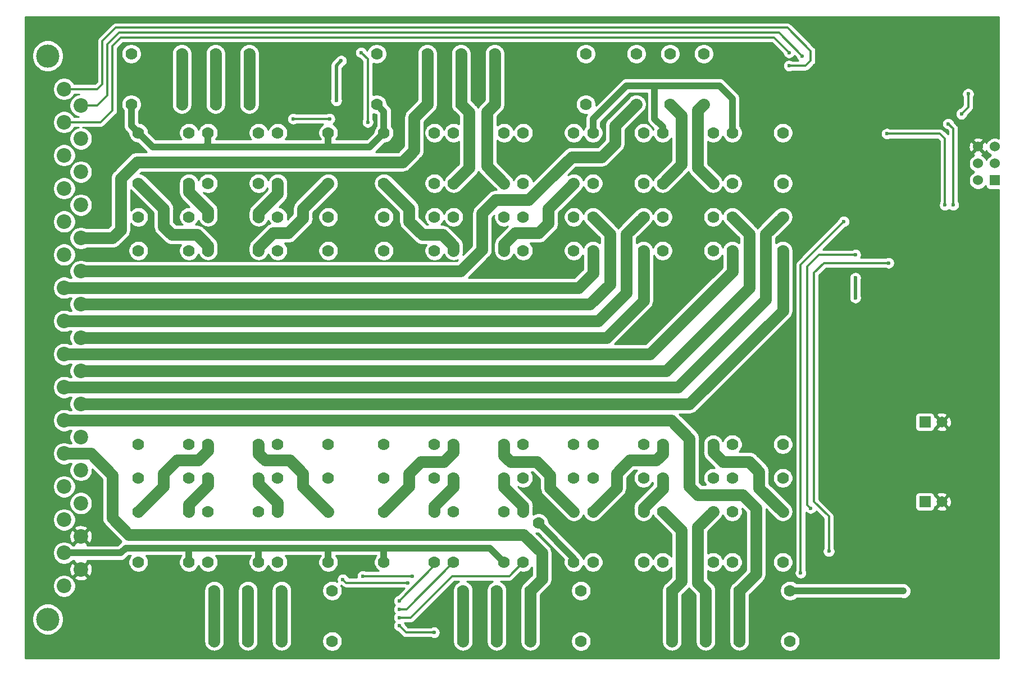
<source format=gbl>
G04 #@! TF.GenerationSoftware,KiCad,Pcbnew,(5.1.5)-3*
G04 #@! TF.CreationDate,2021-08-30T19:46:45+02:00*
G04 #@! TF.ProjectId,zs8,7a73382e-6b69-4636-9164-5f7063625858,0421 - A*
G04 #@! TF.SameCoordinates,Original*
G04 #@! TF.FileFunction,Copper,L2,Bot*
G04 #@! TF.FilePolarity,Positive*
%FSLAX46Y46*%
G04 Gerber Fmt 4.6, Leading zero omitted, Abs format (unit mm)*
G04 Created by KiCad (PCBNEW (5.1.5)-3) date 2021-08-30 19:46:45*
%MOMM*%
%LPD*%
G04 APERTURE LIST*
%ADD10C,3.500120*%
%ADD11C,2.199640*%
%ADD12C,1.778000*%
%ADD13R,1.651000X1.651000*%
%ADD14C,1.651000*%
%ADD15R,1.524000X1.524000*%
%ADD16C,1.524000*%
%ADD17C,0.600000*%
%ADD18C,0.508000*%
%ADD19C,1.778000*%
%ADD20C,0.304800*%
%ADD21C,1.016000*%
%ADD22C,0.254000*%
G04 APERTURE END LIST*
D10*
X94998740Y-142501820D03*
D11*
X97500640Y-62499440D03*
X97498100Y-102499360D03*
X97498100Y-107500620D03*
X97498100Y-117500600D03*
X97498100Y-112499340D03*
X97498100Y-132499300D03*
X97498100Y-137500560D03*
X97498100Y-127500580D03*
X97498100Y-122499320D03*
X97498100Y-82499400D03*
X97498100Y-87500660D03*
X97498100Y-97500640D03*
X97498100Y-92499380D03*
X97498100Y-72499420D03*
X97498100Y-77500680D03*
X97498100Y-67500700D03*
X100000000Y-65001340D03*
X100000000Y-75001320D03*
X100000000Y-70000060D03*
X100000000Y-90000020D03*
X100000000Y-95001280D03*
X100000000Y-85001300D03*
X100000000Y-80000040D03*
X100000000Y-119999960D03*
X100000000Y-125001220D03*
X100000000Y-135001200D03*
X100000000Y-129999940D03*
X100000000Y-109999980D03*
X100000000Y-115001240D03*
X100000000Y-105001260D03*
X100000000Y-100000000D03*
D10*
X94998740Y-57500720D03*
D12*
X107610000Y-64810000D03*
X107610000Y-57190000D03*
X115230000Y-64810000D03*
X120310000Y-64810000D03*
X125390000Y-64810000D03*
X115230000Y-57190000D03*
X120310000Y-57190000D03*
X125390000Y-57190000D03*
X119190000Y-69110000D03*
X126810000Y-69110000D03*
X119190000Y-76730000D03*
X119190000Y-81810000D03*
X119190000Y-86890000D03*
X126810000Y-76730000D03*
X126810000Y-81810000D03*
X126810000Y-86890000D03*
X129690000Y-69110000D03*
X137310000Y-69110000D03*
X129690000Y-76730000D03*
X129690000Y-81810000D03*
X129690000Y-86890000D03*
X137310000Y-76730000D03*
X137310000Y-81810000D03*
X137310000Y-86890000D03*
X108690000Y-69110000D03*
X116310000Y-69110000D03*
X108690000Y-76730000D03*
X108690000Y-81810000D03*
X108690000Y-86890000D03*
X116310000Y-76730000D03*
X116310000Y-81810000D03*
X116310000Y-86890000D03*
X144610000Y-64810000D03*
X144610000Y-57190000D03*
X152230000Y-64810000D03*
X157310000Y-64810000D03*
X162390000Y-64810000D03*
X152230000Y-57190000D03*
X157310000Y-57190000D03*
X162390000Y-57190000D03*
X156190000Y-69110000D03*
X163810000Y-69110000D03*
X156190000Y-76730000D03*
X156190000Y-81810000D03*
X156190000Y-86890000D03*
X163810000Y-76730000D03*
X163810000Y-81810000D03*
X163810000Y-86890000D03*
X166690000Y-69110000D03*
X174310000Y-69110000D03*
X166690000Y-76730000D03*
X166690000Y-81810000D03*
X166690000Y-86890000D03*
X174310000Y-76730000D03*
X174310000Y-81810000D03*
X174310000Y-86890000D03*
X145690000Y-69110000D03*
X153310000Y-69110000D03*
X145690000Y-76730000D03*
X145690000Y-81810000D03*
X145690000Y-86890000D03*
X153310000Y-76730000D03*
X153310000Y-81810000D03*
X153310000Y-86890000D03*
X176110000Y-64810000D03*
X176110000Y-57190000D03*
X183730000Y-64810000D03*
X188810000Y-64810000D03*
X193890000Y-64810000D03*
X183730000Y-57190000D03*
X188810000Y-57190000D03*
X193890000Y-57190000D03*
X187690000Y-69110000D03*
X195310000Y-69110000D03*
X187690000Y-76730000D03*
X187690000Y-81810000D03*
X187690000Y-86890000D03*
X195310000Y-76730000D03*
X195310000Y-81810000D03*
X195310000Y-86890000D03*
X198190000Y-69110000D03*
X205810000Y-69110000D03*
X198190000Y-76730000D03*
X198190000Y-81810000D03*
X198190000Y-86890000D03*
X205810000Y-76730000D03*
X205810000Y-81810000D03*
X205810000Y-86890000D03*
X177190000Y-69110000D03*
X184810000Y-69110000D03*
X177190000Y-76730000D03*
X177190000Y-81810000D03*
X177190000Y-86890000D03*
X184810000Y-76730000D03*
X184810000Y-81810000D03*
X184810000Y-86890000D03*
X137890000Y-138190000D03*
X137890000Y-145810000D03*
X130270000Y-138190000D03*
X125190000Y-138190000D03*
X120110000Y-138190000D03*
X130270000Y-145810000D03*
X125190000Y-145810000D03*
X120110000Y-145810000D03*
X126810000Y-133890000D03*
X119190000Y-133890000D03*
X126810000Y-126270000D03*
X126810000Y-121190000D03*
X126810000Y-116110000D03*
X119190000Y-126270000D03*
X119190000Y-121190000D03*
X119190000Y-116110000D03*
X116310000Y-133890000D03*
X108690000Y-133890000D03*
X116310000Y-126270000D03*
X116310000Y-121190000D03*
X116310000Y-116110000D03*
X108690000Y-126270000D03*
X108690000Y-121190000D03*
X108690000Y-116110000D03*
X137310000Y-133890000D03*
X129690000Y-133890000D03*
X137310000Y-126270000D03*
X137310000Y-121190000D03*
X137310000Y-116110000D03*
X129690000Y-126270000D03*
X129690000Y-121190000D03*
X129690000Y-116110000D03*
X175390000Y-138190000D03*
X175390000Y-145810000D03*
X167770000Y-138190000D03*
X162690000Y-138190000D03*
X157610000Y-138190000D03*
X167770000Y-145810000D03*
X162690000Y-145810000D03*
X157610000Y-145810000D03*
X163810000Y-133890000D03*
X156190000Y-133890000D03*
X163810000Y-126270000D03*
X163810000Y-121190000D03*
X163810000Y-116110000D03*
X156190000Y-126270000D03*
X156190000Y-121190000D03*
X156190000Y-116110000D03*
X153310000Y-133890000D03*
X145690000Y-133890000D03*
X153310000Y-126270000D03*
X153310000Y-121190000D03*
X153310000Y-116110000D03*
X145690000Y-126270000D03*
X145690000Y-121190000D03*
X145690000Y-116110000D03*
X174310000Y-133890000D03*
X166690000Y-133890000D03*
X174310000Y-126270000D03*
X174310000Y-121190000D03*
X174310000Y-116110000D03*
X166690000Y-126270000D03*
X166690000Y-121190000D03*
X166690000Y-116110000D03*
X206890000Y-138190000D03*
X206890000Y-145810000D03*
X199270000Y-138190000D03*
X194190000Y-138190000D03*
X189110000Y-138190000D03*
X199270000Y-145810000D03*
X194190000Y-145810000D03*
X189110000Y-145810000D03*
X195310000Y-133890000D03*
X187690000Y-133890000D03*
X195310000Y-126270000D03*
X195310000Y-121190000D03*
X195310000Y-116110000D03*
X187690000Y-126270000D03*
X187690000Y-121190000D03*
X187690000Y-116110000D03*
X184810000Y-133890000D03*
X177190000Y-133890000D03*
X184810000Y-126270000D03*
X184810000Y-121190000D03*
X184810000Y-116110000D03*
X177190000Y-126270000D03*
X177190000Y-121190000D03*
X177190000Y-116110000D03*
X205810000Y-133890000D03*
X198190000Y-133890000D03*
X205810000Y-126270000D03*
X205810000Y-121190000D03*
X205810000Y-116110000D03*
X198190000Y-126270000D03*
X198190000Y-121190000D03*
X198190000Y-116110000D03*
D13*
X227230000Y-124750000D03*
D14*
X229770000Y-124750000D03*
D13*
X227230000Y-112750000D03*
D14*
X229770000Y-112750000D03*
D15*
X237770000Y-76290000D03*
D16*
X235230000Y-76290000D03*
X237770000Y-73750000D03*
X235230000Y-73750000D03*
X237770000Y-71210000D03*
X235230000Y-71210000D03*
D17*
X234500000Y-91250000D03*
X222750000Y-134500000D03*
X212500000Y-94750000D03*
X233000000Y-71750000D03*
X225250000Y-80750000D03*
X231000000Y-119250000D03*
X216500000Y-119250000D03*
X216500000Y-105000000D03*
X231750000Y-98750000D03*
X231250000Y-105000000D03*
X225250000Y-70250000D03*
X231250000Y-84500000D03*
X212250000Y-75500000D03*
X217000000Y-74250000D03*
X226000000Y-65750000D03*
X226250000Y-85500000D03*
X234750000Y-66500000D03*
X229500000Y-59000000D03*
X221750000Y-91250000D03*
X213250000Y-90000000D03*
X216500000Y-86250000D03*
X221750000Y-83750000D03*
X221750000Y-87500000D03*
X142250000Y-66500000D03*
X141500000Y-135250000D03*
X139750000Y-69500000D03*
X219750000Y-136500000D03*
X130750000Y-66750000D03*
X142500000Y-146250000D03*
X153250000Y-146000000D03*
X232750000Y-66250000D03*
X233750000Y-63250000D03*
X216750000Y-91000000D03*
X216750000Y-94000000D03*
X139250000Y-58250000D03*
X138500000Y-64250000D03*
X230750000Y-67750000D03*
X231500000Y-80000000D03*
X221500000Y-69250000D03*
X230250000Y-80000000D03*
D12*
X166750000Y-102500000D03*
X129750000Y-102500000D03*
X171750000Y-107500000D03*
X134750000Y-107500000D03*
D17*
X206750000Y-57000000D03*
X206750000Y-59000000D03*
D12*
X182250000Y-93250000D03*
X150750000Y-97500000D03*
X113750000Y-97500000D03*
X145750000Y-92500000D03*
X108750000Y-92500000D03*
X148250000Y-95000000D03*
X111250000Y-95000000D03*
D17*
X208750000Y-57500000D03*
D12*
X174250000Y-110000000D03*
X137250000Y-110000000D03*
X200750000Y-92250000D03*
X169250000Y-105000000D03*
X132250000Y-105000000D03*
X153250000Y-100000000D03*
X116250000Y-100000000D03*
D17*
X224000000Y-138250000D03*
D12*
X169000000Y-128000000D03*
D17*
X148000000Y-143500000D03*
X153250000Y-144500000D03*
X148000000Y-141000000D03*
X148000000Y-139750000D03*
X148000000Y-142250000D03*
X210000000Y-125750000D03*
X216750000Y-87500000D03*
X142250000Y-57000000D03*
X143250000Y-67500000D03*
X208500000Y-135500000D03*
X215000000Y-82500000D03*
X139500000Y-136500000D03*
X149250000Y-137000000D03*
X212750000Y-132250000D03*
X221750000Y-88750000D03*
X142500000Y-136000000D03*
X150000000Y-136000000D03*
X137500000Y-67000000D03*
X132000000Y-67000000D03*
D18*
X142250000Y-66500000D02*
X142250000Y-67000000D01*
X142250000Y-67000000D02*
X139750000Y-69500000D01*
D19*
X120310000Y-57190000D02*
X120310000Y-64810000D01*
X125390000Y-57190000D02*
X125390000Y-64810000D01*
X119190000Y-81810000D02*
X119190000Y-80940000D01*
X119190000Y-80940000D02*
X116310000Y-78060000D01*
X116310000Y-78060000D02*
X116310000Y-76730000D01*
X119190000Y-86890000D02*
X119190000Y-86190000D01*
X119190000Y-86190000D02*
X117500000Y-84500000D01*
X117500000Y-84500000D02*
X113750000Y-84500000D01*
X113750000Y-84500000D02*
X112500000Y-83250000D01*
X112500000Y-83250000D02*
X112500000Y-80540000D01*
X112500000Y-80540000D02*
X108690000Y-76730000D01*
X126810000Y-81810000D02*
X126810000Y-81190000D01*
X126810000Y-81190000D02*
X129690000Y-78310000D01*
X129690000Y-78310000D02*
X129690000Y-76730000D01*
X126810000Y-86890000D02*
X126810000Y-86440000D01*
X126810000Y-86440000D02*
X129000000Y-84250000D01*
X129000000Y-84250000D02*
X131250000Y-84250000D01*
X131250000Y-84250000D02*
X133500000Y-82000000D01*
X133500000Y-82000000D02*
X133500000Y-80540000D01*
X133500000Y-80540000D02*
X137310000Y-76730000D01*
X156190000Y-76730000D02*
X158500000Y-74420000D01*
X158500000Y-66000000D02*
X157310000Y-64810000D01*
X158500000Y-74420000D02*
X158500000Y-66000000D01*
X157310000Y-57190000D02*
X157310000Y-64810000D01*
X162390000Y-64810000D02*
X161250000Y-65950000D01*
X161250000Y-74170000D02*
X163810000Y-76730000D01*
X161250000Y-65950000D02*
X161250000Y-74170000D01*
X162390000Y-57190000D02*
X162390000Y-64810000D01*
X156190000Y-86890000D02*
X156190000Y-86190000D01*
X156190000Y-86190000D02*
X154500000Y-84500000D01*
X154500000Y-84500000D02*
X151500000Y-84500000D01*
X151500000Y-84500000D02*
X149500000Y-82500000D01*
X149500000Y-82500000D02*
X149500000Y-80540000D01*
X149500000Y-80540000D02*
X145690000Y-76730000D01*
X163810000Y-86890000D02*
X163810000Y-85940000D01*
X170500000Y-80540000D02*
X174310000Y-76730000D01*
X170500000Y-82750000D02*
X170500000Y-80540000D01*
X169000000Y-84250000D02*
X170500000Y-82750000D01*
X165500000Y-84250000D02*
X169000000Y-84250000D01*
X163810000Y-85940000D02*
X165500000Y-84250000D01*
X187690000Y-76730000D02*
X190500000Y-73920000D01*
X190500000Y-66500000D02*
X188810000Y-64810000D01*
X190500000Y-73920000D02*
X190500000Y-66500000D01*
X195310000Y-76730000D02*
X193000000Y-74420000D01*
X193000000Y-65700000D02*
X193890000Y-64810000D01*
X193000000Y-74420000D02*
X193000000Y-65700000D01*
X125190000Y-138190000D02*
X125190000Y-145810000D01*
X120110000Y-138190000D02*
X120110000Y-145810000D01*
X126810000Y-121190000D02*
X126810000Y-122060000D01*
X126810000Y-122060000D02*
X129690000Y-124940000D01*
X129690000Y-124940000D02*
X129690000Y-126270000D01*
X126810000Y-116110000D02*
X126810000Y-117560000D01*
X133500000Y-122460000D02*
X137310000Y-126270000D01*
X133500000Y-120500000D02*
X133500000Y-122460000D01*
X131500000Y-118500000D02*
X133500000Y-120500000D01*
X127750000Y-118500000D02*
X131500000Y-118500000D01*
X126810000Y-117560000D02*
X127750000Y-118500000D01*
X119190000Y-121190000D02*
X119190000Y-122310000D01*
X116310000Y-125190000D02*
X116310000Y-126270000D01*
X119190000Y-122310000D02*
X116310000Y-125190000D01*
X119190000Y-116110000D02*
X119190000Y-117060000D01*
X112500000Y-122460000D02*
X108690000Y-126270000D01*
X112500000Y-120500000D02*
X112500000Y-122460000D01*
X114500000Y-118500000D02*
X112500000Y-120500000D01*
X117750000Y-118500000D02*
X114500000Y-118500000D01*
X119190000Y-117060000D02*
X117750000Y-118500000D01*
X162690000Y-138190000D02*
X162690000Y-145810000D01*
X157610000Y-138190000D02*
X157610000Y-145810000D01*
X163810000Y-121190000D02*
X163810000Y-122560000D01*
X163810000Y-122560000D02*
X166690000Y-125440000D01*
X166690000Y-125440000D02*
X166690000Y-126270000D01*
X163810000Y-116110000D02*
X163810000Y-117810000D01*
X170750000Y-122710000D02*
X174310000Y-126270000D01*
X170750000Y-120750000D02*
X170750000Y-122710000D01*
X168750000Y-118750000D02*
X170750000Y-120750000D01*
X164750000Y-118750000D02*
X168750000Y-118750000D01*
X163810000Y-117810000D02*
X164750000Y-118750000D01*
X153310000Y-126270000D02*
X153310000Y-125440000D01*
X153310000Y-125440000D02*
X156190000Y-122560000D01*
X156190000Y-122560000D02*
X156190000Y-121190000D01*
X156190000Y-116110000D02*
X156190000Y-117310000D01*
X149500000Y-122460000D02*
X145690000Y-126270000D01*
X149500000Y-120500000D02*
X149500000Y-122460000D01*
X151250000Y-118750000D02*
X149500000Y-120500000D01*
X154750000Y-118750000D02*
X151250000Y-118750000D01*
X156190000Y-117310000D02*
X154750000Y-118750000D01*
X194190000Y-138190000D02*
X194190000Y-145810000D01*
X194190000Y-138190000D02*
X193000000Y-137000000D01*
X193000000Y-128580000D02*
X195310000Y-126270000D01*
X193000000Y-137000000D02*
X193000000Y-128580000D01*
X189110000Y-138190000D02*
X189110000Y-145810000D01*
X187690000Y-126270000D02*
X190500000Y-129080000D01*
X190500000Y-136800000D02*
X189110000Y-138190000D01*
X190500000Y-129080000D02*
X190500000Y-136800000D01*
X195310000Y-116110000D02*
X195310000Y-117310000D01*
X202250000Y-122710000D02*
X205810000Y-126270000D01*
X202250000Y-120250000D02*
X202250000Y-122710000D01*
X200750000Y-118750000D02*
X202250000Y-120250000D01*
X196750000Y-118750000D02*
X200750000Y-118750000D01*
X195310000Y-117310000D02*
X196750000Y-118750000D01*
X184810000Y-126270000D02*
X184810000Y-125690000D01*
X184810000Y-125690000D02*
X187690000Y-122810000D01*
X187690000Y-122810000D02*
X187690000Y-121190000D01*
X187690000Y-116110000D02*
X187690000Y-117560000D01*
X180750000Y-122710000D02*
X177190000Y-126270000D01*
X180750000Y-120500000D02*
X180750000Y-122710000D01*
X182750000Y-118500000D02*
X180750000Y-120500000D01*
X186750000Y-118500000D02*
X182750000Y-118500000D01*
X187690000Y-117560000D02*
X186750000Y-118500000D01*
D20*
X232750000Y-66250000D02*
X233750000Y-65250000D01*
X233750000Y-65250000D02*
X233750000Y-63250000D01*
D18*
X216750000Y-94000000D02*
X216750000Y-91000000D01*
X139250000Y-58250000D02*
X138500000Y-59000000D01*
X138500000Y-59000000D02*
X138500000Y-64250000D01*
D20*
X231500000Y-68500000D02*
X230750000Y-67750000D01*
X231500000Y-80000000D02*
X231500000Y-68500000D01*
X229500000Y-69250000D02*
X221500000Y-69250000D01*
X230250000Y-70000000D02*
X229500000Y-69250000D01*
X230250000Y-80000000D02*
X230250000Y-70000000D01*
D19*
X166750000Y-102500000D02*
X166750000Y-102499360D01*
X129750000Y-102500000D02*
X129750000Y-102499360D01*
X97498100Y-102499360D02*
X129750000Y-102499360D01*
X129750000Y-102499360D02*
X166750000Y-102499360D01*
X166750000Y-102499360D02*
X185750640Y-102499360D01*
X185750640Y-102499360D02*
X198190000Y-90060000D01*
X198190000Y-90060000D02*
X198190000Y-86890000D01*
X171750000Y-107500000D02*
X171750000Y-107500620D01*
X134750000Y-107500000D02*
X134750000Y-107500620D01*
X97498100Y-107500620D02*
X134750000Y-107500620D01*
X134750000Y-107500620D02*
X171750000Y-107500620D01*
X171750000Y-107500620D02*
X189999380Y-107500620D01*
X203250000Y-84370000D02*
X205810000Y-81810000D01*
X203250000Y-94250000D02*
X203250000Y-84370000D01*
X189999380Y-107500620D02*
X203250000Y-94250000D01*
X167770000Y-138190000D02*
X167770000Y-145810000D01*
X97498100Y-117500600D02*
X101500600Y-117500600D01*
X101500600Y-117500600D02*
X104750000Y-120750000D01*
X104750000Y-120750000D02*
X104750000Y-127250000D01*
X104750000Y-127250000D02*
X107250000Y-129750000D01*
X107250000Y-129750000D02*
X166750000Y-129750000D01*
X166750000Y-129750000D02*
X169500000Y-132500000D01*
X169500000Y-132500000D02*
X169500000Y-136460000D01*
X169500000Y-136460000D02*
X167770000Y-138190000D01*
X199270000Y-138190000D02*
X199270000Y-145810000D01*
X183750000Y-112499340D02*
X188999340Y-112499340D01*
X199750000Y-123750000D02*
X201750000Y-125750000D01*
X193000000Y-123750000D02*
X199750000Y-123750000D01*
X191750000Y-122500000D02*
X193000000Y-123750000D01*
X191750000Y-115250000D02*
X191750000Y-122500000D01*
X188999340Y-112499340D02*
X191750000Y-115250000D01*
X97498100Y-112499340D02*
X183750000Y-112499340D01*
X201750000Y-135710000D02*
X199270000Y-138190000D01*
X201750000Y-125750000D02*
X201750000Y-135710000D01*
D20*
X102999300Y-67500700D02*
X104750000Y-65750000D01*
X104750000Y-65750000D02*
X104750000Y-56000000D01*
X104750000Y-56000000D02*
X106000000Y-54750000D01*
X106000000Y-54750000D02*
X204500000Y-54750000D01*
X204500000Y-54750000D02*
X206750000Y-57000000D01*
X97498100Y-67500700D02*
X102999300Y-67500700D01*
X97500640Y-62499440D02*
X102500560Y-62499440D01*
X209250000Y-59000000D02*
X206750000Y-59000000D01*
X210000000Y-58250000D02*
X209250000Y-59000000D01*
X210000000Y-56750000D02*
X210000000Y-58250000D01*
X206500000Y-53250000D02*
X210000000Y-56750000D01*
X105250000Y-53250000D02*
X206500000Y-53250000D01*
X103250000Y-55250000D02*
X105250000Y-53250000D01*
X103250000Y-61750000D02*
X103250000Y-55250000D01*
X102500560Y-62499440D02*
X103250000Y-61750000D01*
D19*
X152230000Y-57190000D02*
X152230000Y-64810000D01*
X100000000Y-85001300D02*
X104748700Y-85001300D01*
X150250000Y-66790000D02*
X152230000Y-64810000D01*
X150250000Y-71750000D02*
X150250000Y-66790000D01*
X148500000Y-73500000D02*
X150250000Y-71750000D01*
X108500000Y-73500000D02*
X148500000Y-73500000D01*
X106000000Y-76000000D02*
X108500000Y-73500000D01*
X106000000Y-83750000D02*
X106000000Y-76000000D01*
X104748700Y-85001300D02*
X106000000Y-83750000D01*
X150750000Y-97500000D02*
X150750000Y-97500640D01*
X113750000Y-97500000D02*
X113750000Y-97500640D01*
X97498100Y-97500640D02*
X113750000Y-97500640D01*
X113750000Y-97500640D02*
X150750000Y-97500640D01*
X150750000Y-97500640D02*
X177999360Y-97500640D01*
X182250000Y-84370000D02*
X184810000Y-81810000D01*
X182250000Y-93250000D02*
X182250000Y-84370000D01*
X177999360Y-97500640D02*
X182250000Y-93250000D01*
X145750000Y-92500000D02*
X145750000Y-92499380D01*
X108750000Y-92500000D02*
X108750000Y-92499380D01*
X97498100Y-92499380D02*
X108750000Y-92499380D01*
X108750000Y-92499380D02*
X145750000Y-92499380D01*
X145750000Y-92499380D02*
X175000620Y-92499380D01*
X177190000Y-90310000D02*
X177190000Y-86890000D01*
X175000620Y-92499380D02*
X177190000Y-90310000D01*
X115230000Y-57190000D02*
X115230000Y-64810000D01*
X148250000Y-95000000D02*
X148250000Y-95001280D01*
X111250000Y-95000000D02*
X111250000Y-95001280D01*
X100000000Y-95001280D02*
X111250000Y-95001280D01*
X111250000Y-95001280D02*
X148250000Y-95001280D01*
X148250000Y-95001280D02*
X176748720Y-95001280D01*
X176748720Y-95001280D02*
X179750000Y-92000000D01*
X179750000Y-92000000D02*
X179750000Y-84370000D01*
X179750000Y-84370000D02*
X177190000Y-81810000D01*
X100000000Y-90000020D02*
X157249980Y-90000020D01*
X167500000Y-79250000D02*
X170500000Y-76250000D01*
X162500000Y-79250000D02*
X167500000Y-79250000D01*
X160500000Y-81250000D02*
X162500000Y-79250000D01*
X160500000Y-86750000D02*
X160500000Y-81250000D01*
X157249980Y-90000020D02*
X160500000Y-86750000D01*
X180500000Y-68040000D02*
X183730000Y-64810000D01*
X170500000Y-76250000D02*
X174000000Y-72750000D01*
X174000000Y-72750000D02*
X178500000Y-72750000D01*
X178500000Y-72750000D02*
X180500000Y-70750000D01*
X180500000Y-70750000D02*
X180500000Y-68040000D01*
D20*
X100000000Y-65001340D02*
X102498660Y-65001340D01*
X205250000Y-54000000D02*
X208750000Y-57500000D01*
X105750000Y-54000000D02*
X205250000Y-54000000D01*
X104000000Y-55750000D02*
X105750000Y-54000000D01*
X104000000Y-63500000D02*
X104000000Y-55750000D01*
X102498660Y-65001340D02*
X104000000Y-63500000D01*
D19*
X174250000Y-110000000D02*
X174250000Y-109999980D01*
X137250000Y-110000000D02*
X137250000Y-109999980D01*
X100000000Y-109999980D02*
X137250000Y-109999980D01*
X137250000Y-109999980D02*
X174250000Y-109999980D01*
X174250000Y-109999980D02*
X191750020Y-109999980D01*
X205810000Y-95940000D02*
X205810000Y-86890000D01*
X191750020Y-109999980D02*
X205810000Y-95940000D01*
X130270000Y-138190000D02*
X130270000Y-145810000D01*
X169250000Y-105000000D02*
X169250000Y-105001260D01*
X132250000Y-105000000D02*
X132250000Y-105001260D01*
X100000000Y-105001260D02*
X132250000Y-105001260D01*
X132250000Y-105001260D02*
X169250000Y-105001260D01*
X169250000Y-105001260D02*
X188248740Y-105001260D01*
X200750000Y-84370000D02*
X198190000Y-81810000D01*
X200750000Y-92500000D02*
X200750000Y-92250000D01*
X200750000Y-92250000D02*
X200750000Y-84370000D01*
X188248740Y-105001260D02*
X200750000Y-92500000D01*
X100000000Y-100000000D02*
X116250000Y-100000000D01*
X116250000Y-100000000D02*
X153250000Y-100000000D01*
X153250000Y-100000000D02*
X179250000Y-100000000D01*
X184810000Y-94440000D02*
X184810000Y-86890000D01*
X179250000Y-100000000D02*
X184810000Y-94440000D01*
D21*
X206890000Y-138190000D02*
X223940000Y-138190000D01*
X223940000Y-138190000D02*
X224000000Y-138250000D01*
X169000000Y-128000000D02*
X174310000Y-133310000D01*
X174310000Y-133310000D02*
X174310000Y-133890000D01*
X116310000Y-133890000D02*
X116310000Y-131750000D01*
X116250000Y-132000000D02*
X116250000Y-131750000D01*
X116250000Y-131810000D02*
X116250000Y-132000000D01*
X116310000Y-131750000D02*
X116250000Y-131810000D01*
X97498100Y-132499300D02*
X106000700Y-132499300D01*
X106750000Y-131750000D02*
X116250000Y-131750000D01*
X116250000Y-131750000D02*
X117250000Y-131750000D01*
X106000700Y-132499300D02*
X106750000Y-131750000D01*
X187690000Y-69110000D02*
X187690000Y-68190000D01*
X186500000Y-67000000D02*
X186500000Y-62000000D01*
X187690000Y-68190000D02*
X186500000Y-67000000D01*
X198190000Y-69110000D02*
X198190000Y-63940000D01*
X177190000Y-67060000D02*
X177190000Y-69110000D01*
X182250000Y-62000000D02*
X177190000Y-67060000D01*
X196250000Y-62000000D02*
X186500000Y-62000000D01*
X186500000Y-62000000D02*
X182250000Y-62000000D01*
X198190000Y-63940000D02*
X196250000Y-62000000D01*
X108690000Y-69110000D02*
X107610000Y-68030000D01*
X119190000Y-69110000D02*
X119190000Y-71250000D01*
X119000000Y-71000000D02*
X119000000Y-71250000D01*
X119000000Y-71060000D02*
X119000000Y-71000000D01*
X119190000Y-71250000D02*
X119000000Y-71060000D01*
X137310000Y-69110000D02*
X137310000Y-71250000D01*
X137250000Y-71000000D02*
X137250000Y-71250000D01*
X137250000Y-71190000D02*
X137250000Y-71000000D01*
X137310000Y-71250000D02*
X137250000Y-71190000D01*
X107610000Y-64810000D02*
X107610000Y-68030000D01*
X143550000Y-71250000D02*
X145690000Y-69110000D01*
X110830000Y-71250000D02*
X119000000Y-71250000D01*
X119000000Y-71250000D02*
X137250000Y-71250000D01*
X137250000Y-71250000D02*
X143550000Y-71250000D01*
X107610000Y-68030000D02*
X110830000Y-71250000D01*
X145690000Y-69110000D02*
X145690000Y-65890000D01*
X145690000Y-65890000D02*
X144610000Y-64810000D01*
X126810000Y-133890000D02*
X126810000Y-131750000D01*
X126750000Y-132000000D02*
X126750000Y-131750000D01*
X126750000Y-131810000D02*
X126750000Y-132000000D01*
X126810000Y-131750000D02*
X126750000Y-131810000D01*
X145690000Y-133890000D02*
X145690000Y-131750000D01*
X145690000Y-131750000D02*
X145750000Y-131750000D01*
X137310000Y-133890000D02*
X137310000Y-131750000D01*
X137310000Y-131750000D02*
X137250000Y-131750000D01*
X161670000Y-131750000D02*
X163810000Y-133890000D01*
X117250000Y-131750000D02*
X126750000Y-131750000D01*
X126750000Y-131750000D02*
X137250000Y-131750000D01*
X137250000Y-131750000D02*
X145750000Y-131750000D01*
X145750000Y-131750000D02*
X161670000Y-131750000D01*
D20*
X148000000Y-143500000D02*
X149000000Y-144500000D01*
X149000000Y-144500000D02*
X153250000Y-144500000D01*
X149080000Y-141000000D02*
X156190000Y-133890000D01*
X148000000Y-141000000D02*
X149080000Y-141000000D01*
X148000000Y-139750000D02*
X153310000Y-134440000D01*
X153310000Y-134440000D02*
X153310000Y-133890000D01*
X164580000Y-136000000D02*
X166690000Y-133890000D01*
X156000000Y-136000000D02*
X164580000Y-136000000D01*
X149750000Y-142250000D02*
X156000000Y-136000000D01*
X148000000Y-142250000D02*
X149750000Y-142250000D01*
X209500000Y-125250000D02*
X210000000Y-125750000D01*
X209500000Y-89250000D02*
X209500000Y-125250000D01*
X211250000Y-87500000D02*
X209500000Y-89250000D01*
X216750000Y-87500000D02*
X211250000Y-87500000D01*
X143250000Y-58000000D02*
X142250000Y-57000000D01*
X143250000Y-67500000D02*
X143250000Y-58000000D01*
X208500000Y-89000000D02*
X208500000Y-135500000D01*
X215000000Y-82500000D02*
X208500000Y-89000000D01*
X140000000Y-137000000D02*
X139500000Y-136500000D01*
X149250000Y-137000000D02*
X140000000Y-137000000D01*
X212750000Y-127000000D02*
X212750000Y-132250000D01*
X210500000Y-124750000D02*
X212750000Y-127000000D01*
X210500000Y-90250000D02*
X210500000Y-124750000D01*
X212000000Y-88750000D02*
X210500000Y-90250000D01*
X221750000Y-88750000D02*
X212000000Y-88750000D01*
X150000000Y-136000000D02*
X142500000Y-136000000D01*
X137500000Y-67000000D02*
X132000000Y-67000000D01*
D22*
G36*
X238373000Y-69947669D02*
G01*
X238177490Y-69866686D01*
X237907592Y-69813000D01*
X237632408Y-69813000D01*
X237362510Y-69866686D01*
X237108273Y-69971995D01*
X236879465Y-70124880D01*
X236684880Y-70319465D01*
X236531995Y-70548273D01*
X236502308Y-70619943D01*
X236497636Y-70606977D01*
X236435656Y-70491020D01*
X236195565Y-70424040D01*
X235409605Y-71210000D01*
X236195565Y-71995960D01*
X236435656Y-71928980D01*
X236499485Y-71793240D01*
X236531995Y-71871727D01*
X236684880Y-72100535D01*
X236879465Y-72295120D01*
X237108273Y-72448005D01*
X237185515Y-72480000D01*
X237108273Y-72511995D01*
X236879465Y-72664880D01*
X236684880Y-72859465D01*
X236531995Y-73088273D01*
X236500000Y-73165515D01*
X236468005Y-73088273D01*
X236315120Y-72859465D01*
X236120535Y-72664880D01*
X235891727Y-72511995D01*
X235820057Y-72482308D01*
X235833023Y-72477636D01*
X235948980Y-72415656D01*
X236015960Y-72175565D01*
X235230000Y-71389605D01*
X234444040Y-72175565D01*
X234511020Y-72415656D01*
X234646760Y-72479485D01*
X234568273Y-72511995D01*
X234339465Y-72664880D01*
X234144880Y-72859465D01*
X233991995Y-73088273D01*
X233886686Y-73342510D01*
X233833000Y-73612408D01*
X233833000Y-73887592D01*
X233886686Y-74157490D01*
X233991995Y-74411727D01*
X234144880Y-74640535D01*
X234339465Y-74835120D01*
X234568273Y-74988005D01*
X234645515Y-75020000D01*
X234568273Y-75051995D01*
X234339465Y-75204880D01*
X234144880Y-75399465D01*
X233991995Y-75628273D01*
X233886686Y-75882510D01*
X233833000Y-76152408D01*
X233833000Y-76427592D01*
X233886686Y-76697490D01*
X233991995Y-76951727D01*
X234144880Y-77180535D01*
X234339465Y-77375120D01*
X234568273Y-77528005D01*
X234822510Y-77633314D01*
X235092408Y-77687000D01*
X235367592Y-77687000D01*
X235637490Y-77633314D01*
X235891727Y-77528005D01*
X236120535Y-77375120D01*
X236315120Y-77180535D01*
X236373920Y-77092535D01*
X236382188Y-77176482D01*
X236418498Y-77296180D01*
X236477463Y-77406494D01*
X236556815Y-77503185D01*
X236653506Y-77582537D01*
X236763820Y-77641502D01*
X236883518Y-77677812D01*
X237008000Y-77690072D01*
X238373000Y-77690072D01*
X238373000Y-148373000D01*
X91627000Y-148373000D01*
X91627000Y-142266912D01*
X92613680Y-142266912D01*
X92613680Y-142736728D01*
X92705337Y-143197516D01*
X92885127Y-143631569D01*
X93146143Y-144022207D01*
X93478353Y-144354417D01*
X93868991Y-144615433D01*
X94303044Y-144795223D01*
X94763832Y-144886880D01*
X95233648Y-144886880D01*
X95694436Y-144795223D01*
X96128489Y-144615433D01*
X96519127Y-144354417D01*
X96851337Y-144022207D01*
X97112353Y-143631569D01*
X97292143Y-143197516D01*
X97383800Y-142736728D01*
X97383800Y-142266912D01*
X97292143Y-141806124D01*
X97112353Y-141372071D01*
X96851337Y-140981433D01*
X96519127Y-140649223D01*
X96128489Y-140388207D01*
X95694436Y-140208417D01*
X95233648Y-140116760D01*
X94763832Y-140116760D01*
X94303044Y-140208417D01*
X93868991Y-140388207D01*
X93478353Y-140649223D01*
X93146143Y-140981433D01*
X92885127Y-141372071D01*
X92705337Y-141806124D01*
X92613680Y-142266912D01*
X91627000Y-142266912D01*
X91627000Y-137329695D01*
X95763280Y-137329695D01*
X95763280Y-137671425D01*
X95829948Y-138006588D01*
X95960723Y-138322305D01*
X96150577Y-138606443D01*
X96392217Y-138848083D01*
X96676355Y-139037937D01*
X96992072Y-139168712D01*
X97327235Y-139235380D01*
X97668965Y-139235380D01*
X98004128Y-139168712D01*
X98319845Y-139037937D01*
X98603983Y-138848083D01*
X98845623Y-138606443D01*
X99035477Y-138322305D01*
X99152454Y-138039899D01*
X118586000Y-138039899D01*
X118586000Y-138115142D01*
X118586001Y-145659894D01*
X118586000Y-145659899D01*
X118586000Y-145960101D01*
X118600681Y-146033909D01*
X118608053Y-146108756D01*
X118629885Y-146180725D01*
X118644566Y-146254534D01*
X118673365Y-146324061D01*
X118695197Y-146396031D01*
X118730651Y-146462361D01*
X118759449Y-146531885D01*
X118801256Y-146594454D01*
X118836711Y-146660785D01*
X118884426Y-146718925D01*
X118926232Y-146781493D01*
X118979441Y-146834702D01*
X119027157Y-146892844D01*
X119085299Y-146940560D01*
X119138507Y-146993768D01*
X119201074Y-147035574D01*
X119259216Y-147083290D01*
X119325550Y-147118746D01*
X119388115Y-147160551D01*
X119457635Y-147189347D01*
X119523970Y-147224804D01*
X119595945Y-147246638D01*
X119665466Y-147275434D01*
X119739268Y-147290114D01*
X119811245Y-147311948D01*
X119886101Y-147319321D01*
X119959899Y-147334000D01*
X120035141Y-147334000D01*
X120110000Y-147341373D01*
X120184859Y-147334000D01*
X120260101Y-147334000D01*
X120333899Y-147319321D01*
X120408756Y-147311948D01*
X120480734Y-147290114D01*
X120554534Y-147275434D01*
X120624052Y-147246639D01*
X120696031Y-147224804D01*
X120762369Y-147189346D01*
X120831885Y-147160551D01*
X120894446Y-147118749D01*
X120960785Y-147083290D01*
X121018932Y-147035570D01*
X121081493Y-146993768D01*
X121134697Y-146940564D01*
X121192844Y-146892844D01*
X121240564Y-146834697D01*
X121293768Y-146781493D01*
X121335570Y-146718932D01*
X121383290Y-146660785D01*
X121418749Y-146594446D01*
X121460551Y-146531885D01*
X121489346Y-146462369D01*
X121524804Y-146396031D01*
X121546639Y-146324052D01*
X121575434Y-146254534D01*
X121590114Y-146180734D01*
X121611948Y-146108756D01*
X121619321Y-146033899D01*
X121634000Y-145960101D01*
X121634000Y-138039899D01*
X123666000Y-138039899D01*
X123666000Y-138115142D01*
X123666001Y-145659894D01*
X123666000Y-145659899D01*
X123666000Y-145960101D01*
X123680681Y-146033909D01*
X123688053Y-146108756D01*
X123709885Y-146180725D01*
X123724566Y-146254534D01*
X123753365Y-146324061D01*
X123775197Y-146396031D01*
X123810651Y-146462361D01*
X123839449Y-146531885D01*
X123881256Y-146594454D01*
X123916711Y-146660785D01*
X123964426Y-146718925D01*
X124006232Y-146781493D01*
X124059441Y-146834702D01*
X124107157Y-146892844D01*
X124165299Y-146940560D01*
X124218507Y-146993768D01*
X124281074Y-147035574D01*
X124339216Y-147083290D01*
X124405550Y-147118746D01*
X124468115Y-147160551D01*
X124537635Y-147189347D01*
X124603970Y-147224804D01*
X124675945Y-147246638D01*
X124745466Y-147275434D01*
X124819268Y-147290114D01*
X124891245Y-147311948D01*
X124966101Y-147319321D01*
X125039899Y-147334000D01*
X125115141Y-147334000D01*
X125190000Y-147341373D01*
X125264859Y-147334000D01*
X125340101Y-147334000D01*
X125413899Y-147319321D01*
X125488756Y-147311948D01*
X125560734Y-147290114D01*
X125634534Y-147275434D01*
X125704052Y-147246639D01*
X125776031Y-147224804D01*
X125842369Y-147189346D01*
X125911885Y-147160551D01*
X125974446Y-147118749D01*
X126040785Y-147083290D01*
X126098932Y-147035570D01*
X126161493Y-146993768D01*
X126214697Y-146940564D01*
X126272844Y-146892844D01*
X126320564Y-146834697D01*
X126373768Y-146781493D01*
X126415570Y-146718932D01*
X126463290Y-146660785D01*
X126498749Y-146594446D01*
X126540551Y-146531885D01*
X126569346Y-146462369D01*
X126604804Y-146396031D01*
X126626639Y-146324052D01*
X126655434Y-146254534D01*
X126670114Y-146180734D01*
X126691948Y-146108756D01*
X126699321Y-146033899D01*
X126714000Y-145960101D01*
X126714000Y-138039899D01*
X128746000Y-138039899D01*
X128746000Y-138115142D01*
X128746001Y-145659894D01*
X128746000Y-145659899D01*
X128746000Y-145960101D01*
X128760681Y-146033909D01*
X128768053Y-146108756D01*
X128789885Y-146180725D01*
X128804566Y-146254534D01*
X128833365Y-146324061D01*
X128855197Y-146396031D01*
X128890651Y-146462361D01*
X128919449Y-146531885D01*
X128961256Y-146594454D01*
X128996711Y-146660785D01*
X129044426Y-146718925D01*
X129086232Y-146781493D01*
X129139441Y-146834702D01*
X129187157Y-146892844D01*
X129245299Y-146940560D01*
X129298507Y-146993768D01*
X129361074Y-147035574D01*
X129419216Y-147083290D01*
X129485550Y-147118746D01*
X129548115Y-147160551D01*
X129617635Y-147189347D01*
X129683970Y-147224804D01*
X129755945Y-147246638D01*
X129825466Y-147275434D01*
X129899268Y-147290114D01*
X129971245Y-147311948D01*
X130046101Y-147319321D01*
X130119899Y-147334000D01*
X130195141Y-147334000D01*
X130270000Y-147341373D01*
X130344859Y-147334000D01*
X130420101Y-147334000D01*
X130493899Y-147319321D01*
X130568756Y-147311948D01*
X130640734Y-147290114D01*
X130714534Y-147275434D01*
X130784052Y-147246639D01*
X130856031Y-147224804D01*
X130922369Y-147189346D01*
X130991885Y-147160551D01*
X131054446Y-147118749D01*
X131120785Y-147083290D01*
X131178932Y-147035570D01*
X131241493Y-146993768D01*
X131294697Y-146940564D01*
X131352844Y-146892844D01*
X131400564Y-146834697D01*
X131453768Y-146781493D01*
X131495570Y-146718932D01*
X131543290Y-146660785D01*
X131578749Y-146594446D01*
X131620551Y-146531885D01*
X131649346Y-146462369D01*
X131684804Y-146396031D01*
X131706639Y-146324052D01*
X131735434Y-146254534D01*
X131750114Y-146180734D01*
X131771948Y-146108756D01*
X131779321Y-146033899D01*
X131794000Y-145960101D01*
X131794000Y-145659899D01*
X136366000Y-145659899D01*
X136366000Y-145960101D01*
X136424566Y-146254534D01*
X136539449Y-146531885D01*
X136706232Y-146781493D01*
X136918507Y-146993768D01*
X137168115Y-147160551D01*
X137445466Y-147275434D01*
X137739899Y-147334000D01*
X138040101Y-147334000D01*
X138334534Y-147275434D01*
X138611885Y-147160551D01*
X138861493Y-146993768D01*
X139073768Y-146781493D01*
X139240551Y-146531885D01*
X139355434Y-146254534D01*
X139414000Y-145960101D01*
X139414000Y-145659899D01*
X139355434Y-145365466D01*
X139240551Y-145088115D01*
X139073768Y-144838507D01*
X138861493Y-144626232D01*
X138611885Y-144459449D01*
X138334534Y-144344566D01*
X138040101Y-144286000D01*
X137739899Y-144286000D01*
X137445466Y-144344566D01*
X137168115Y-144459449D01*
X136918507Y-144626232D01*
X136706232Y-144838507D01*
X136539449Y-145088115D01*
X136424566Y-145365466D01*
X136366000Y-145659899D01*
X131794000Y-145659899D01*
X131794000Y-138039899D01*
X131779321Y-137966101D01*
X131771948Y-137891244D01*
X131750114Y-137819266D01*
X131735434Y-137745466D01*
X131706639Y-137675948D01*
X131684804Y-137603969D01*
X131649346Y-137537631D01*
X131620551Y-137468115D01*
X131578749Y-137405554D01*
X131543290Y-137339215D01*
X131495570Y-137281068D01*
X131453768Y-137218507D01*
X131400563Y-137165302D01*
X131352844Y-137107156D01*
X131294698Y-137059437D01*
X131241493Y-137006232D01*
X131178928Y-136964427D01*
X131120784Y-136916710D01*
X131054450Y-136881254D01*
X130991885Y-136839449D01*
X130922365Y-136810653D01*
X130856030Y-136775196D01*
X130784055Y-136753362D01*
X130714534Y-136724566D01*
X130640732Y-136709886D01*
X130568755Y-136688052D01*
X130493899Y-136680679D01*
X130420101Y-136666000D01*
X130344859Y-136666000D01*
X130270000Y-136658627D01*
X130195141Y-136666000D01*
X130119899Y-136666000D01*
X130046101Y-136680679D01*
X129971244Y-136688052D01*
X129899266Y-136709886D01*
X129825466Y-136724566D01*
X129755948Y-136753361D01*
X129683969Y-136775196D01*
X129617631Y-136810654D01*
X129548115Y-136839449D01*
X129485554Y-136881251D01*
X129419215Y-136916710D01*
X129361068Y-136964430D01*
X129298507Y-137006232D01*
X129245303Y-137059436D01*
X129187156Y-137107156D01*
X129139437Y-137165302D01*
X129086232Y-137218507D01*
X129044427Y-137281072D01*
X128996710Y-137339216D01*
X128961254Y-137405550D01*
X128919449Y-137468115D01*
X128890653Y-137537635D01*
X128855196Y-137603970D01*
X128833362Y-137675945D01*
X128804566Y-137745466D01*
X128789886Y-137819268D01*
X128768052Y-137891245D01*
X128760679Y-137966100D01*
X128746000Y-138039899D01*
X126714000Y-138039899D01*
X126699321Y-137966101D01*
X126691948Y-137891244D01*
X126670114Y-137819266D01*
X126655434Y-137745466D01*
X126626639Y-137675948D01*
X126604804Y-137603969D01*
X126569346Y-137537631D01*
X126540551Y-137468115D01*
X126498749Y-137405554D01*
X126463290Y-137339215D01*
X126415570Y-137281068D01*
X126373768Y-137218507D01*
X126320563Y-137165302D01*
X126272844Y-137107156D01*
X126214698Y-137059437D01*
X126161493Y-137006232D01*
X126098928Y-136964427D01*
X126040784Y-136916710D01*
X125974450Y-136881254D01*
X125911885Y-136839449D01*
X125842365Y-136810653D01*
X125776030Y-136775196D01*
X125704055Y-136753362D01*
X125634534Y-136724566D01*
X125560732Y-136709886D01*
X125488755Y-136688052D01*
X125413899Y-136680679D01*
X125340101Y-136666000D01*
X125264859Y-136666000D01*
X125190000Y-136658627D01*
X125115141Y-136666000D01*
X125039899Y-136666000D01*
X124966101Y-136680679D01*
X124891244Y-136688052D01*
X124819266Y-136709886D01*
X124745466Y-136724566D01*
X124675948Y-136753361D01*
X124603969Y-136775196D01*
X124537631Y-136810654D01*
X124468115Y-136839449D01*
X124405554Y-136881251D01*
X124339215Y-136916710D01*
X124281068Y-136964430D01*
X124218507Y-137006232D01*
X124165303Y-137059436D01*
X124107156Y-137107156D01*
X124059437Y-137165302D01*
X124006232Y-137218507D01*
X123964427Y-137281072D01*
X123916710Y-137339216D01*
X123881254Y-137405550D01*
X123839449Y-137468115D01*
X123810653Y-137537635D01*
X123775196Y-137603970D01*
X123753362Y-137675945D01*
X123724566Y-137745466D01*
X123709886Y-137819268D01*
X123688052Y-137891245D01*
X123680679Y-137966100D01*
X123666000Y-138039899D01*
X121634000Y-138039899D01*
X121619321Y-137966101D01*
X121611948Y-137891244D01*
X121590114Y-137819266D01*
X121575434Y-137745466D01*
X121546639Y-137675948D01*
X121524804Y-137603969D01*
X121489346Y-137537631D01*
X121460551Y-137468115D01*
X121418749Y-137405554D01*
X121383290Y-137339215D01*
X121335570Y-137281068D01*
X121293768Y-137218507D01*
X121240563Y-137165302D01*
X121192844Y-137107156D01*
X121134698Y-137059437D01*
X121081493Y-137006232D01*
X121018928Y-136964427D01*
X120960784Y-136916710D01*
X120894450Y-136881254D01*
X120831885Y-136839449D01*
X120762365Y-136810653D01*
X120696030Y-136775196D01*
X120624055Y-136753362D01*
X120554534Y-136724566D01*
X120480732Y-136709886D01*
X120408755Y-136688052D01*
X120333899Y-136680679D01*
X120260101Y-136666000D01*
X120184859Y-136666000D01*
X120110000Y-136658627D01*
X120035141Y-136666000D01*
X119959899Y-136666000D01*
X119886101Y-136680679D01*
X119811244Y-136688052D01*
X119739266Y-136709886D01*
X119665466Y-136724566D01*
X119595948Y-136753361D01*
X119523969Y-136775196D01*
X119457631Y-136810654D01*
X119388115Y-136839449D01*
X119325554Y-136881251D01*
X119259215Y-136916710D01*
X119201068Y-136964430D01*
X119138507Y-137006232D01*
X119085303Y-137059436D01*
X119027156Y-137107156D01*
X118979437Y-137165302D01*
X118926232Y-137218507D01*
X118884427Y-137281072D01*
X118836710Y-137339216D01*
X118801254Y-137405550D01*
X118759449Y-137468115D01*
X118730653Y-137537635D01*
X118695196Y-137603970D01*
X118673362Y-137675945D01*
X118644566Y-137745466D01*
X118629886Y-137819268D01*
X118608052Y-137891245D01*
X118600679Y-137966100D01*
X118586000Y-138039899D01*
X99152454Y-138039899D01*
X99166252Y-138006588D01*
X99232920Y-137671425D01*
X99232920Y-137329695D01*
X99166252Y-136994532D01*
X99035477Y-136678815D01*
X98845623Y-136394677D01*
X98658729Y-136207783D01*
X98973022Y-136207783D01*
X99080833Y-136482391D01*
X99387460Y-136633252D01*
X99717628Y-136721394D01*
X100058647Y-136743428D01*
X100397412Y-136698510D01*
X100720905Y-136588366D01*
X100919167Y-136482391D01*
X101026978Y-136207783D01*
X100000000Y-135180805D01*
X98973022Y-136207783D01*
X98658729Y-136207783D01*
X98603983Y-136153037D01*
X98319845Y-135963183D01*
X98004128Y-135832408D01*
X97668965Y-135765740D01*
X97327235Y-135765740D01*
X96992072Y-135832408D01*
X96676355Y-135963183D01*
X96392217Y-136153037D01*
X96150577Y-136394677D01*
X95960723Y-136678815D01*
X95829948Y-136994532D01*
X95763280Y-137329695D01*
X91627000Y-137329695D01*
X91627000Y-135059847D01*
X98257772Y-135059847D01*
X98302690Y-135398612D01*
X98412834Y-135722105D01*
X98518809Y-135920367D01*
X98793417Y-136028178D01*
X99820395Y-135001200D01*
X100179605Y-135001200D01*
X101206583Y-136028178D01*
X101481191Y-135920367D01*
X101632052Y-135613740D01*
X101720194Y-135283572D01*
X101742228Y-134942553D01*
X101697310Y-134603788D01*
X101587166Y-134280295D01*
X101481191Y-134082033D01*
X101206583Y-133974222D01*
X100179605Y-135001200D01*
X99820395Y-135001200D01*
X98793417Y-133974222D01*
X98518809Y-134082033D01*
X98367948Y-134388660D01*
X98279806Y-134718828D01*
X98257772Y-135059847D01*
X91627000Y-135059847D01*
X91627000Y-130058587D01*
X98257772Y-130058587D01*
X98302690Y-130397352D01*
X98412834Y-130720845D01*
X98518809Y-130919107D01*
X98793417Y-131026918D01*
X99820395Y-129999940D01*
X100179605Y-129999940D01*
X101206583Y-131026918D01*
X101481191Y-130919107D01*
X101632052Y-130612480D01*
X101720194Y-130282312D01*
X101742228Y-129941293D01*
X101697310Y-129602528D01*
X101587166Y-129279035D01*
X101481191Y-129080773D01*
X101206583Y-128972962D01*
X100179605Y-129999940D01*
X99820395Y-129999940D01*
X98793417Y-128972962D01*
X98518809Y-129080773D01*
X98367948Y-129387400D01*
X98279806Y-129717568D01*
X98257772Y-130058587D01*
X91627000Y-130058587D01*
X91627000Y-127329715D01*
X95763280Y-127329715D01*
X95763280Y-127671445D01*
X95829948Y-128006608D01*
X95960723Y-128322325D01*
X96150577Y-128606463D01*
X96392217Y-128848103D01*
X96676355Y-129037957D01*
X96992072Y-129168732D01*
X97327235Y-129235400D01*
X97668965Y-129235400D01*
X98004128Y-129168732D01*
X98319845Y-129037957D01*
X98603983Y-128848103D01*
X98658729Y-128793357D01*
X98973022Y-128793357D01*
X100000000Y-129820335D01*
X101026978Y-128793357D01*
X100919167Y-128518749D01*
X100612540Y-128367888D01*
X100282372Y-128279746D01*
X99941353Y-128257712D01*
X99602588Y-128302630D01*
X99279095Y-128412774D01*
X99080833Y-128518749D01*
X98973022Y-128793357D01*
X98658729Y-128793357D01*
X98845623Y-128606463D01*
X99035477Y-128322325D01*
X99166252Y-128006608D01*
X99232920Y-127671445D01*
X99232920Y-127329715D01*
X99166252Y-126994552D01*
X99035477Y-126678835D01*
X98845623Y-126394697D01*
X98603983Y-126153057D01*
X98319845Y-125963203D01*
X98004128Y-125832428D01*
X97668965Y-125765760D01*
X97327235Y-125765760D01*
X96992072Y-125832428D01*
X96676355Y-125963203D01*
X96392217Y-126153057D01*
X96150577Y-126394697D01*
X95960723Y-126678835D01*
X95829948Y-126994552D01*
X95763280Y-127329715D01*
X91627000Y-127329715D01*
X91627000Y-124830355D01*
X98265180Y-124830355D01*
X98265180Y-125172085D01*
X98331848Y-125507248D01*
X98462623Y-125822965D01*
X98652477Y-126107103D01*
X98894117Y-126348743D01*
X99178255Y-126538597D01*
X99493972Y-126669372D01*
X99829135Y-126736040D01*
X100170865Y-126736040D01*
X100506028Y-126669372D01*
X100821745Y-126538597D01*
X101105883Y-126348743D01*
X101347523Y-126107103D01*
X101537377Y-125822965D01*
X101668152Y-125507248D01*
X101734820Y-125172085D01*
X101734820Y-124830355D01*
X101668152Y-124495192D01*
X101537377Y-124179475D01*
X101347523Y-123895337D01*
X101105883Y-123653697D01*
X100821745Y-123463843D01*
X100506028Y-123333068D01*
X100170865Y-123266400D01*
X99829135Y-123266400D01*
X99493972Y-123333068D01*
X99178255Y-123463843D01*
X98894117Y-123653697D01*
X98652477Y-123895337D01*
X98462623Y-124179475D01*
X98331848Y-124495192D01*
X98265180Y-124830355D01*
X91627000Y-124830355D01*
X91627000Y-122328455D01*
X95763280Y-122328455D01*
X95763280Y-122670185D01*
X95829948Y-123005348D01*
X95960723Y-123321065D01*
X96150577Y-123605203D01*
X96392217Y-123846843D01*
X96676355Y-124036697D01*
X96992072Y-124167472D01*
X97327235Y-124234140D01*
X97668965Y-124234140D01*
X98004128Y-124167472D01*
X98319845Y-124036697D01*
X98603983Y-123846843D01*
X98845623Y-123605203D01*
X99035477Y-123321065D01*
X99166252Y-123005348D01*
X99232920Y-122670185D01*
X99232920Y-122328455D01*
X99166252Y-121993292D01*
X99035477Y-121677575D01*
X98845623Y-121393437D01*
X98603983Y-121151797D01*
X98319845Y-120961943D01*
X98004128Y-120831168D01*
X97668965Y-120764500D01*
X97327235Y-120764500D01*
X96992072Y-120831168D01*
X96676355Y-120961943D01*
X96392217Y-121151797D01*
X96150577Y-121393437D01*
X95960723Y-121677575D01*
X95829948Y-121993292D01*
X95763280Y-122328455D01*
X91627000Y-122328455D01*
X91627000Y-92328515D01*
X95763280Y-92328515D01*
X95763280Y-92670245D01*
X95829948Y-93005408D01*
X95960723Y-93321125D01*
X96150577Y-93605263D01*
X96392217Y-93846903D01*
X96676355Y-94036757D01*
X96992072Y-94167532D01*
X97327235Y-94234200D01*
X97668965Y-94234200D01*
X98004128Y-94167532D01*
X98319845Y-94036757D01*
X98339865Y-94023380D01*
X98566962Y-94023380D01*
X98462623Y-94179535D01*
X98331848Y-94495252D01*
X98265180Y-94830415D01*
X98265180Y-95172145D01*
X98331848Y-95507308D01*
X98462623Y-95823025D01*
X98565265Y-95976640D01*
X98339865Y-95976640D01*
X98319845Y-95963263D01*
X98004128Y-95832488D01*
X97668965Y-95765820D01*
X97327235Y-95765820D01*
X96992072Y-95832488D01*
X96676355Y-95963263D01*
X96392217Y-96153117D01*
X96150577Y-96394757D01*
X95960723Y-96678895D01*
X95829948Y-96994612D01*
X95763280Y-97329775D01*
X95763280Y-97671505D01*
X95829948Y-98006668D01*
X95960723Y-98322385D01*
X96150577Y-98606523D01*
X96392217Y-98848163D01*
X96676355Y-99038017D01*
X96992072Y-99168792D01*
X97327235Y-99235460D01*
X97668965Y-99235460D01*
X98004128Y-99168792D01*
X98319845Y-99038017D01*
X98339865Y-99024640D01*
X98565265Y-99024640D01*
X98462623Y-99178255D01*
X98331848Y-99493972D01*
X98265180Y-99829135D01*
X98265180Y-100170865D01*
X98331848Y-100506028D01*
X98462623Y-100821745D01*
X98565265Y-100975360D01*
X98339865Y-100975360D01*
X98319845Y-100961983D01*
X98004128Y-100831208D01*
X97668965Y-100764540D01*
X97327235Y-100764540D01*
X96992072Y-100831208D01*
X96676355Y-100961983D01*
X96392217Y-101151837D01*
X96150577Y-101393477D01*
X95960723Y-101677615D01*
X95829948Y-101993332D01*
X95763280Y-102328495D01*
X95763280Y-102670225D01*
X95829948Y-103005388D01*
X95960723Y-103321105D01*
X96150577Y-103605243D01*
X96392217Y-103846883D01*
X96676355Y-104036737D01*
X96992072Y-104167512D01*
X97327235Y-104234180D01*
X97668965Y-104234180D01*
X98004128Y-104167512D01*
X98319845Y-104036737D01*
X98339865Y-104023360D01*
X98566962Y-104023360D01*
X98462623Y-104179515D01*
X98331848Y-104495232D01*
X98265180Y-104830395D01*
X98265180Y-105172125D01*
X98331848Y-105507288D01*
X98462623Y-105823005D01*
X98565265Y-105976620D01*
X98339865Y-105976620D01*
X98319845Y-105963243D01*
X98004128Y-105832468D01*
X97668965Y-105765800D01*
X97327235Y-105765800D01*
X96992072Y-105832468D01*
X96676355Y-105963243D01*
X96392217Y-106153097D01*
X96150577Y-106394737D01*
X95960723Y-106678875D01*
X95829948Y-106994592D01*
X95763280Y-107329755D01*
X95763280Y-107671485D01*
X95829948Y-108006648D01*
X95960723Y-108322365D01*
X96150577Y-108606503D01*
X96392217Y-108848143D01*
X96676355Y-109037997D01*
X96992072Y-109168772D01*
X97327235Y-109235440D01*
X97668965Y-109235440D01*
X98004128Y-109168772D01*
X98319845Y-109037997D01*
X98339865Y-109024620D01*
X98565265Y-109024620D01*
X98462623Y-109178235D01*
X98331848Y-109493952D01*
X98265180Y-109829115D01*
X98265180Y-110170845D01*
X98331848Y-110506008D01*
X98462623Y-110821725D01*
X98565265Y-110975340D01*
X98339865Y-110975340D01*
X98319845Y-110961963D01*
X98004128Y-110831188D01*
X97668965Y-110764520D01*
X97327235Y-110764520D01*
X96992072Y-110831188D01*
X96676355Y-110961963D01*
X96392217Y-111151817D01*
X96150577Y-111393457D01*
X95960723Y-111677595D01*
X95829948Y-111993312D01*
X95763280Y-112328475D01*
X95763280Y-112670205D01*
X95829948Y-113005368D01*
X95960723Y-113321085D01*
X96150577Y-113605223D01*
X96392217Y-113846863D01*
X96676355Y-114036717D01*
X96992072Y-114167492D01*
X97327235Y-114234160D01*
X97668965Y-114234160D01*
X98004128Y-114167492D01*
X98319845Y-114036717D01*
X98339865Y-114023340D01*
X98566962Y-114023340D01*
X98462623Y-114179495D01*
X98331848Y-114495212D01*
X98265180Y-114830375D01*
X98265180Y-115172105D01*
X98331848Y-115507268D01*
X98462623Y-115822985D01*
X98565265Y-115976600D01*
X98339865Y-115976600D01*
X98319845Y-115963223D01*
X98004128Y-115832448D01*
X97668965Y-115765780D01*
X97327235Y-115765780D01*
X96992072Y-115832448D01*
X96676355Y-115963223D01*
X96392217Y-116153077D01*
X96150577Y-116394717D01*
X95960723Y-116678855D01*
X95829948Y-116994572D01*
X95763280Y-117329735D01*
X95763280Y-117671465D01*
X95829948Y-118006628D01*
X95960723Y-118322345D01*
X96150577Y-118606483D01*
X96392217Y-118848123D01*
X96676355Y-119037977D01*
X96992072Y-119168752D01*
X97327235Y-119235420D01*
X97668965Y-119235420D01*
X98004128Y-119168752D01*
X98319845Y-119037977D01*
X98339865Y-119024600D01*
X98565265Y-119024600D01*
X98462623Y-119178215D01*
X98331848Y-119493932D01*
X98265180Y-119829095D01*
X98265180Y-120170825D01*
X98331848Y-120505988D01*
X98462623Y-120821705D01*
X98652477Y-121105843D01*
X98894117Y-121347483D01*
X99178255Y-121537337D01*
X99493972Y-121668112D01*
X99829135Y-121734780D01*
X100170865Y-121734780D01*
X100506028Y-121668112D01*
X100821745Y-121537337D01*
X101105883Y-121347483D01*
X101347523Y-121105843D01*
X101537377Y-120821705D01*
X101668152Y-120505988D01*
X101734820Y-120170825D01*
X101734820Y-119890081D01*
X103226000Y-121381262D01*
X103226001Y-127175141D01*
X103218628Y-127250000D01*
X103248053Y-127548756D01*
X103335197Y-127836031D01*
X103476710Y-128100785D01*
X103619436Y-128274697D01*
X103619441Y-128274702D01*
X103667157Y-128332844D01*
X103725298Y-128380559D01*
X106119440Y-130774702D01*
X106128742Y-130786036D01*
X106111911Y-130795032D01*
X105937867Y-130937867D01*
X105902072Y-130981483D01*
X105527255Y-131356300D01*
X100968176Y-131356300D01*
X101026978Y-131206523D01*
X100000000Y-130179545D01*
X98973022Y-131206523D01*
X99031824Y-131356300D01*
X98808506Y-131356300D01*
X98603983Y-131151777D01*
X98319845Y-130961923D01*
X98004128Y-130831148D01*
X97668965Y-130764480D01*
X97327235Y-130764480D01*
X96992072Y-130831148D01*
X96676355Y-130961923D01*
X96392217Y-131151777D01*
X96150577Y-131393417D01*
X95960723Y-131677555D01*
X95829948Y-131993272D01*
X95763280Y-132328435D01*
X95763280Y-132670165D01*
X95829948Y-133005328D01*
X95960723Y-133321045D01*
X96150577Y-133605183D01*
X96392217Y-133846823D01*
X96676355Y-134036677D01*
X96992072Y-134167452D01*
X97327235Y-134234120D01*
X97668965Y-134234120D01*
X98004128Y-134167452D01*
X98319845Y-134036677D01*
X98603983Y-133846823D01*
X98808506Y-133642300D01*
X99032822Y-133642300D01*
X98973022Y-133794617D01*
X100000000Y-134821595D01*
X101026978Y-133794617D01*
X100967178Y-133642300D01*
X105944561Y-133642300D01*
X106000700Y-133647829D01*
X106056839Y-133642300D01*
X106056846Y-133642300D01*
X106224767Y-133625761D01*
X106440223Y-133560403D01*
X106638789Y-133454268D01*
X106812833Y-133311433D01*
X106848628Y-133267817D01*
X107223445Y-132893000D01*
X107531739Y-132893000D01*
X107506232Y-132918507D01*
X107339449Y-133168115D01*
X107224566Y-133445466D01*
X107166000Y-133739899D01*
X107166000Y-134040101D01*
X107224566Y-134334534D01*
X107339449Y-134611885D01*
X107506232Y-134861493D01*
X107718507Y-135073768D01*
X107968115Y-135240551D01*
X108245466Y-135355434D01*
X108539899Y-135414000D01*
X108840101Y-135414000D01*
X109134534Y-135355434D01*
X109411885Y-135240551D01*
X109661493Y-135073768D01*
X109873768Y-134861493D01*
X110040551Y-134611885D01*
X110155434Y-134334534D01*
X110214000Y-134040101D01*
X110214000Y-133739899D01*
X110155434Y-133445466D01*
X110040551Y-133168115D01*
X109873768Y-132918507D01*
X109848261Y-132893000D01*
X115151739Y-132893000D01*
X115126232Y-132918507D01*
X114959449Y-133168115D01*
X114844566Y-133445466D01*
X114786000Y-133739899D01*
X114786000Y-134040101D01*
X114844566Y-134334534D01*
X114959449Y-134611885D01*
X115126232Y-134861493D01*
X115338507Y-135073768D01*
X115588115Y-135240551D01*
X115865466Y-135355434D01*
X116159899Y-135414000D01*
X116460101Y-135414000D01*
X116754534Y-135355434D01*
X117031885Y-135240551D01*
X117281493Y-135073768D01*
X117493768Y-134861493D01*
X117660551Y-134611885D01*
X117750000Y-134395937D01*
X117839449Y-134611885D01*
X118006232Y-134861493D01*
X118218507Y-135073768D01*
X118468115Y-135240551D01*
X118745466Y-135355434D01*
X119039899Y-135414000D01*
X119340101Y-135414000D01*
X119634534Y-135355434D01*
X119911885Y-135240551D01*
X120161493Y-135073768D01*
X120373768Y-134861493D01*
X120540551Y-134611885D01*
X120655434Y-134334534D01*
X120714000Y-134040101D01*
X120714000Y-133739899D01*
X120655434Y-133445466D01*
X120540551Y-133168115D01*
X120373768Y-132918507D01*
X120348261Y-132893000D01*
X125651739Y-132893000D01*
X125626232Y-132918507D01*
X125459449Y-133168115D01*
X125344566Y-133445466D01*
X125286000Y-133739899D01*
X125286000Y-134040101D01*
X125344566Y-134334534D01*
X125459449Y-134611885D01*
X125626232Y-134861493D01*
X125838507Y-135073768D01*
X126088115Y-135240551D01*
X126365466Y-135355434D01*
X126659899Y-135414000D01*
X126960101Y-135414000D01*
X127254534Y-135355434D01*
X127531885Y-135240551D01*
X127781493Y-135073768D01*
X127993768Y-134861493D01*
X128160551Y-134611885D01*
X128250000Y-134395937D01*
X128339449Y-134611885D01*
X128506232Y-134861493D01*
X128718507Y-135073768D01*
X128968115Y-135240551D01*
X129245466Y-135355434D01*
X129539899Y-135414000D01*
X129840101Y-135414000D01*
X130134534Y-135355434D01*
X130411885Y-135240551D01*
X130661493Y-135073768D01*
X130873768Y-134861493D01*
X131040551Y-134611885D01*
X131155434Y-134334534D01*
X131214000Y-134040101D01*
X131214000Y-133739899D01*
X131155434Y-133445466D01*
X131040551Y-133168115D01*
X130873768Y-132918507D01*
X130848261Y-132893000D01*
X136151739Y-132893000D01*
X136126232Y-132918507D01*
X135959449Y-133168115D01*
X135844566Y-133445466D01*
X135786000Y-133739899D01*
X135786000Y-134040101D01*
X135844566Y-134334534D01*
X135959449Y-134611885D01*
X136126232Y-134861493D01*
X136338507Y-135073768D01*
X136588115Y-135240551D01*
X136865466Y-135355434D01*
X137159899Y-135414000D01*
X137460101Y-135414000D01*
X137754534Y-135355434D01*
X138031885Y-135240551D01*
X138281493Y-135073768D01*
X138493768Y-134861493D01*
X138660551Y-134611885D01*
X138775434Y-134334534D01*
X138834000Y-134040101D01*
X138834000Y-133739899D01*
X138775434Y-133445466D01*
X138660551Y-133168115D01*
X138493768Y-132918507D01*
X138468261Y-132893000D01*
X144531739Y-132893000D01*
X144506232Y-132918507D01*
X144339449Y-133168115D01*
X144224566Y-133445466D01*
X144166000Y-133739899D01*
X144166000Y-134040101D01*
X144224566Y-134334534D01*
X144339449Y-134611885D01*
X144506232Y-134861493D01*
X144718507Y-135073768D01*
X144926283Y-135212600D01*
X143004528Y-135212600D01*
X142942889Y-135171414D01*
X142772729Y-135100932D01*
X142592089Y-135065000D01*
X142407911Y-135065000D01*
X142227271Y-135100932D01*
X142057111Y-135171414D01*
X141903972Y-135273738D01*
X141773738Y-135403972D01*
X141671414Y-135557111D01*
X141600932Y-135727271D01*
X141565000Y-135907911D01*
X141565000Y-136092089D01*
X141588971Y-136212600D01*
X140392991Y-136212600D01*
X140328586Y-136057111D01*
X140226262Y-135903972D01*
X140096028Y-135773738D01*
X139942889Y-135671414D01*
X139772729Y-135600932D01*
X139592089Y-135565000D01*
X139407911Y-135565000D01*
X139227271Y-135600932D01*
X139057111Y-135671414D01*
X138903972Y-135773738D01*
X138773738Y-135903972D01*
X138671414Y-136057111D01*
X138600932Y-136227271D01*
X138565000Y-136407911D01*
X138565000Y-136592089D01*
X138600932Y-136772729D01*
X138634952Y-136854862D01*
X138611885Y-136839449D01*
X138334534Y-136724566D01*
X138040101Y-136666000D01*
X137739899Y-136666000D01*
X137445466Y-136724566D01*
X137168115Y-136839449D01*
X136918507Y-137006232D01*
X136706232Y-137218507D01*
X136539449Y-137468115D01*
X136424566Y-137745466D01*
X136366000Y-138039899D01*
X136366000Y-138340101D01*
X136424566Y-138634534D01*
X136539449Y-138911885D01*
X136706232Y-139161493D01*
X136918507Y-139373768D01*
X137168115Y-139540551D01*
X137445466Y-139655434D01*
X137739899Y-139714000D01*
X138040101Y-139714000D01*
X138334534Y-139655434D01*
X138611885Y-139540551D01*
X138861493Y-139373768D01*
X139073768Y-139161493D01*
X139240551Y-138911885D01*
X139355434Y-138634534D01*
X139414000Y-138340101D01*
X139414000Y-138039899D01*
X139355434Y-137745466D01*
X139240551Y-137468115D01*
X139181842Y-137380251D01*
X139227271Y-137399068D01*
X139299981Y-137413531D01*
X139415872Y-137529422D01*
X139440531Y-137559469D01*
X139494756Y-137603970D01*
X139560427Y-137657866D01*
X139697217Y-137730982D01*
X139845642Y-137776006D01*
X139859503Y-137777371D01*
X139961327Y-137787400D01*
X139961334Y-137787400D01*
X140000000Y-137791208D01*
X140038665Y-137787400D01*
X148745472Y-137787400D01*
X148807111Y-137828586D01*
X148807643Y-137828806D01*
X147799981Y-138836469D01*
X147727271Y-138850932D01*
X147557111Y-138921414D01*
X147403972Y-139023738D01*
X147273738Y-139153972D01*
X147171414Y-139307111D01*
X147100932Y-139477271D01*
X147065000Y-139657911D01*
X147065000Y-139842089D01*
X147100932Y-140022729D01*
X147171414Y-140192889D01*
X147273738Y-140346028D01*
X147302710Y-140375000D01*
X147273738Y-140403972D01*
X147171414Y-140557111D01*
X147100932Y-140727271D01*
X147065000Y-140907911D01*
X147065000Y-141092089D01*
X147100932Y-141272729D01*
X147171414Y-141442889D01*
X147273738Y-141596028D01*
X147302710Y-141625000D01*
X147273738Y-141653972D01*
X147171414Y-141807111D01*
X147100932Y-141977271D01*
X147065000Y-142157911D01*
X147065000Y-142342089D01*
X147100932Y-142522729D01*
X147171414Y-142692889D01*
X147273738Y-142846028D01*
X147302710Y-142875000D01*
X147273738Y-142903972D01*
X147171414Y-143057111D01*
X147100932Y-143227271D01*
X147065000Y-143407911D01*
X147065000Y-143592089D01*
X147100932Y-143772729D01*
X147171414Y-143942889D01*
X147273738Y-144096028D01*
X147403972Y-144226262D01*
X147557111Y-144328586D01*
X147727271Y-144399068D01*
X147799980Y-144413531D01*
X148415881Y-145029433D01*
X148440531Y-145059469D01*
X148470567Y-145084119D01*
X148470570Y-145084122D01*
X148475436Y-145088115D01*
X148560428Y-145157866D01*
X148697217Y-145230982D01*
X148845643Y-145276006D01*
X148961327Y-145287400D01*
X148961335Y-145287400D01*
X149000000Y-145291208D01*
X149038665Y-145287400D01*
X152745472Y-145287400D01*
X152807111Y-145328586D01*
X152977271Y-145399068D01*
X153157911Y-145435000D01*
X153342089Y-145435000D01*
X153522729Y-145399068D01*
X153692889Y-145328586D01*
X153846028Y-145226262D01*
X153976262Y-145096028D01*
X154078586Y-144942889D01*
X154149068Y-144772729D01*
X154185000Y-144592089D01*
X154185000Y-144407911D01*
X154149068Y-144227271D01*
X154078586Y-144057111D01*
X153976262Y-143903972D01*
X153846028Y-143773738D01*
X153692889Y-143671414D01*
X153522729Y-143600932D01*
X153342089Y-143565000D01*
X153157911Y-143565000D01*
X152977271Y-143600932D01*
X152807111Y-143671414D01*
X152745472Y-143712600D01*
X149326152Y-143712600D01*
X148913531Y-143299980D01*
X148899068Y-143227271D01*
X148828586Y-143057111D01*
X148815416Y-143037400D01*
X149711337Y-143037400D01*
X149750000Y-143041208D01*
X149788663Y-143037400D01*
X149788673Y-143037400D01*
X149904357Y-143026006D01*
X150052783Y-142980982D01*
X150189572Y-142907866D01*
X150309469Y-142809469D01*
X150334128Y-142779422D01*
X156326151Y-136787400D01*
X157001137Y-136787400D01*
X156957631Y-136810654D01*
X156888115Y-136839449D01*
X156825554Y-136881251D01*
X156759215Y-136916710D01*
X156701068Y-136964430D01*
X156638507Y-137006232D01*
X156585303Y-137059436D01*
X156527156Y-137107156D01*
X156479437Y-137165302D01*
X156426232Y-137218507D01*
X156384427Y-137281072D01*
X156336710Y-137339216D01*
X156301254Y-137405550D01*
X156259449Y-137468115D01*
X156230653Y-137537635D01*
X156195196Y-137603970D01*
X156173362Y-137675945D01*
X156144566Y-137745466D01*
X156129886Y-137819268D01*
X156108052Y-137891245D01*
X156100679Y-137966100D01*
X156086000Y-138039899D01*
X156086000Y-138115142D01*
X156086001Y-145659894D01*
X156086000Y-145659899D01*
X156086000Y-145960101D01*
X156100681Y-146033909D01*
X156108053Y-146108756D01*
X156129885Y-146180725D01*
X156144566Y-146254534D01*
X156173365Y-146324061D01*
X156195197Y-146396031D01*
X156230651Y-146462361D01*
X156259449Y-146531885D01*
X156301256Y-146594454D01*
X156336711Y-146660785D01*
X156384426Y-146718925D01*
X156426232Y-146781493D01*
X156479441Y-146834702D01*
X156527157Y-146892844D01*
X156585299Y-146940560D01*
X156638507Y-146993768D01*
X156701074Y-147035574D01*
X156759216Y-147083290D01*
X156825550Y-147118746D01*
X156888115Y-147160551D01*
X156957635Y-147189347D01*
X157023970Y-147224804D01*
X157095945Y-147246638D01*
X157165466Y-147275434D01*
X157239268Y-147290114D01*
X157311245Y-147311948D01*
X157386101Y-147319321D01*
X157459899Y-147334000D01*
X157535141Y-147334000D01*
X157610000Y-147341373D01*
X157684859Y-147334000D01*
X157760101Y-147334000D01*
X157833899Y-147319321D01*
X157908756Y-147311948D01*
X157980734Y-147290114D01*
X158054534Y-147275434D01*
X158124052Y-147246639D01*
X158196031Y-147224804D01*
X158262369Y-147189346D01*
X158331885Y-147160551D01*
X158394446Y-147118749D01*
X158460785Y-147083290D01*
X158518932Y-147035570D01*
X158581493Y-146993768D01*
X158634697Y-146940564D01*
X158692844Y-146892844D01*
X158740564Y-146834697D01*
X158793768Y-146781493D01*
X158835570Y-146718932D01*
X158883290Y-146660785D01*
X158918749Y-146594446D01*
X158960551Y-146531885D01*
X158989346Y-146462369D01*
X159024804Y-146396031D01*
X159046639Y-146324052D01*
X159075434Y-146254534D01*
X159090114Y-146180734D01*
X159111948Y-146108756D01*
X159119321Y-146033899D01*
X159134000Y-145960101D01*
X159134000Y-138039899D01*
X159119321Y-137966101D01*
X159111948Y-137891244D01*
X159090114Y-137819266D01*
X159075434Y-137745466D01*
X159046639Y-137675948D01*
X159024804Y-137603969D01*
X158989346Y-137537631D01*
X158960551Y-137468115D01*
X158918749Y-137405554D01*
X158883290Y-137339215D01*
X158835570Y-137281068D01*
X158793768Y-137218507D01*
X158740563Y-137165302D01*
X158692844Y-137107156D01*
X158634698Y-137059437D01*
X158581493Y-137006232D01*
X158518928Y-136964427D01*
X158460784Y-136916710D01*
X158394450Y-136881254D01*
X158331885Y-136839449D01*
X158262365Y-136810653D01*
X158218862Y-136787400D01*
X162081137Y-136787400D01*
X162037631Y-136810654D01*
X161968115Y-136839449D01*
X161905554Y-136881251D01*
X161839215Y-136916710D01*
X161781068Y-136964430D01*
X161718507Y-137006232D01*
X161665303Y-137059436D01*
X161607156Y-137107156D01*
X161559437Y-137165302D01*
X161506232Y-137218507D01*
X161464427Y-137281072D01*
X161416710Y-137339216D01*
X161381254Y-137405550D01*
X161339449Y-137468115D01*
X161310653Y-137537635D01*
X161275196Y-137603970D01*
X161253362Y-137675945D01*
X161224566Y-137745466D01*
X161209886Y-137819268D01*
X161188052Y-137891245D01*
X161180679Y-137966100D01*
X161166000Y-138039899D01*
X161166000Y-138115142D01*
X161166001Y-145659894D01*
X161166000Y-145659899D01*
X161166000Y-145960101D01*
X161180681Y-146033909D01*
X161188053Y-146108756D01*
X161209885Y-146180725D01*
X161224566Y-146254534D01*
X161253365Y-146324061D01*
X161275197Y-146396031D01*
X161310651Y-146462361D01*
X161339449Y-146531885D01*
X161381256Y-146594454D01*
X161416711Y-146660785D01*
X161464426Y-146718925D01*
X161506232Y-146781493D01*
X161559441Y-146834702D01*
X161607157Y-146892844D01*
X161665299Y-146940560D01*
X161718507Y-146993768D01*
X161781074Y-147035574D01*
X161839216Y-147083290D01*
X161905550Y-147118746D01*
X161968115Y-147160551D01*
X162037635Y-147189347D01*
X162103970Y-147224804D01*
X162175945Y-147246638D01*
X162245466Y-147275434D01*
X162319268Y-147290114D01*
X162391245Y-147311948D01*
X162466101Y-147319321D01*
X162539899Y-147334000D01*
X162615141Y-147334000D01*
X162690000Y-147341373D01*
X162764859Y-147334000D01*
X162840101Y-147334000D01*
X162913899Y-147319321D01*
X162988756Y-147311948D01*
X163060734Y-147290114D01*
X163134534Y-147275434D01*
X163204052Y-147246639D01*
X163276031Y-147224804D01*
X163342369Y-147189346D01*
X163411885Y-147160551D01*
X163474446Y-147118749D01*
X163540785Y-147083290D01*
X163598932Y-147035570D01*
X163661493Y-146993768D01*
X163714697Y-146940564D01*
X163772844Y-146892844D01*
X163820564Y-146834697D01*
X163873768Y-146781493D01*
X163915570Y-146718932D01*
X163963290Y-146660785D01*
X163998749Y-146594446D01*
X164040551Y-146531885D01*
X164069346Y-146462369D01*
X164104804Y-146396031D01*
X164126639Y-146324052D01*
X164155434Y-146254534D01*
X164170114Y-146180734D01*
X164191948Y-146108756D01*
X164199321Y-146033899D01*
X164214000Y-145960101D01*
X164214000Y-138039899D01*
X164199321Y-137966101D01*
X164191948Y-137891244D01*
X164170114Y-137819266D01*
X164155434Y-137745466D01*
X164126639Y-137675948D01*
X164104804Y-137603969D01*
X164069346Y-137537631D01*
X164040551Y-137468115D01*
X163998749Y-137405554D01*
X163963290Y-137339215D01*
X163915570Y-137281068D01*
X163873768Y-137218507D01*
X163820563Y-137165302D01*
X163772844Y-137107156D01*
X163714698Y-137059437D01*
X163661493Y-137006232D01*
X163598928Y-136964427D01*
X163540784Y-136916710D01*
X163474450Y-136881254D01*
X163411885Y-136839449D01*
X163342365Y-136810653D01*
X163298862Y-136787400D01*
X164541337Y-136787400D01*
X164580000Y-136791208D01*
X164618663Y-136787400D01*
X164618673Y-136787400D01*
X164734357Y-136776006D01*
X164882783Y-136730982D01*
X165019572Y-136657866D01*
X165139469Y-136559469D01*
X165164128Y-136529423D01*
X166322745Y-135370806D01*
X166539899Y-135414000D01*
X166840101Y-135414000D01*
X167134534Y-135355434D01*
X167411885Y-135240551D01*
X167661493Y-135073768D01*
X167873768Y-134861493D01*
X167976001Y-134708491D01*
X167976001Y-135828738D01*
X166745303Y-137059436D01*
X166687156Y-137107156D01*
X166639437Y-137165302D01*
X166586232Y-137218507D01*
X166544430Y-137281068D01*
X166496710Y-137339215D01*
X166461253Y-137405552D01*
X166419449Y-137468115D01*
X166390653Y-137537635D01*
X166355196Y-137603970D01*
X166333362Y-137675945D01*
X166304566Y-137745466D01*
X166289886Y-137819268D01*
X166268052Y-137891245D01*
X166260679Y-137966100D01*
X166246000Y-138039899D01*
X166246000Y-138115151D01*
X166238628Y-138190000D01*
X166246000Y-138264849D01*
X166246001Y-145659894D01*
X166246000Y-145659899D01*
X166246000Y-145960101D01*
X166260681Y-146033909D01*
X166268053Y-146108756D01*
X166289885Y-146180725D01*
X166304566Y-146254534D01*
X166333365Y-146324061D01*
X166355197Y-146396031D01*
X166390651Y-146462361D01*
X166419449Y-146531885D01*
X166461256Y-146594454D01*
X166496711Y-146660785D01*
X166544426Y-146718925D01*
X166586232Y-146781493D01*
X166639441Y-146834702D01*
X166687157Y-146892844D01*
X166745299Y-146940560D01*
X166798507Y-146993768D01*
X166861074Y-147035574D01*
X166919216Y-147083290D01*
X166985550Y-147118746D01*
X167048115Y-147160551D01*
X167117635Y-147189347D01*
X167183970Y-147224804D01*
X167255945Y-147246638D01*
X167325466Y-147275434D01*
X167399268Y-147290114D01*
X167471245Y-147311948D01*
X167546101Y-147319321D01*
X167619899Y-147334000D01*
X167695141Y-147334000D01*
X167770000Y-147341373D01*
X167844859Y-147334000D01*
X167920101Y-147334000D01*
X167993899Y-147319321D01*
X168068756Y-147311948D01*
X168140734Y-147290114D01*
X168214534Y-147275434D01*
X168284052Y-147246639D01*
X168356031Y-147224804D01*
X168422369Y-147189346D01*
X168491885Y-147160551D01*
X168554446Y-147118749D01*
X168620785Y-147083290D01*
X168678932Y-147035570D01*
X168741493Y-146993768D01*
X168794697Y-146940564D01*
X168852844Y-146892844D01*
X168900564Y-146834697D01*
X168953768Y-146781493D01*
X168995570Y-146718932D01*
X169043290Y-146660785D01*
X169078749Y-146594446D01*
X169120551Y-146531885D01*
X169149346Y-146462369D01*
X169184804Y-146396031D01*
X169206639Y-146324052D01*
X169235434Y-146254534D01*
X169250114Y-146180734D01*
X169271948Y-146108756D01*
X169279321Y-146033899D01*
X169294000Y-145960101D01*
X169294000Y-145659899D01*
X173866000Y-145659899D01*
X173866000Y-145960101D01*
X173924566Y-146254534D01*
X174039449Y-146531885D01*
X174206232Y-146781493D01*
X174418507Y-146993768D01*
X174668115Y-147160551D01*
X174945466Y-147275434D01*
X175239899Y-147334000D01*
X175540101Y-147334000D01*
X175834534Y-147275434D01*
X176111885Y-147160551D01*
X176361493Y-146993768D01*
X176573768Y-146781493D01*
X176740551Y-146531885D01*
X176855434Y-146254534D01*
X176914000Y-145960101D01*
X176914000Y-145659899D01*
X176855434Y-145365466D01*
X176740551Y-145088115D01*
X176573768Y-144838507D01*
X176361493Y-144626232D01*
X176111885Y-144459449D01*
X175834534Y-144344566D01*
X175540101Y-144286000D01*
X175239899Y-144286000D01*
X174945466Y-144344566D01*
X174668115Y-144459449D01*
X174418507Y-144626232D01*
X174206232Y-144838507D01*
X174039449Y-145088115D01*
X173924566Y-145365466D01*
X173866000Y-145659899D01*
X169294000Y-145659899D01*
X169294000Y-138821261D01*
X170075362Y-138039899D01*
X173866000Y-138039899D01*
X173866000Y-138340101D01*
X173924566Y-138634534D01*
X174039449Y-138911885D01*
X174206232Y-139161493D01*
X174418507Y-139373768D01*
X174668115Y-139540551D01*
X174945466Y-139655434D01*
X175239899Y-139714000D01*
X175540101Y-139714000D01*
X175834534Y-139655434D01*
X176111885Y-139540551D01*
X176361493Y-139373768D01*
X176573768Y-139161493D01*
X176740551Y-138911885D01*
X176855434Y-138634534D01*
X176914000Y-138340101D01*
X176914000Y-138039899D01*
X176855434Y-137745466D01*
X176740551Y-137468115D01*
X176573768Y-137218507D01*
X176361493Y-137006232D01*
X176111885Y-136839449D01*
X175834534Y-136724566D01*
X175540101Y-136666000D01*
X175239899Y-136666000D01*
X174945466Y-136724566D01*
X174668115Y-136839449D01*
X174418507Y-137006232D01*
X174206232Y-137218507D01*
X174039449Y-137468115D01*
X173924566Y-137745466D01*
X173866000Y-138039899D01*
X170075362Y-138039899D01*
X170524697Y-137590564D01*
X170582844Y-137542844D01*
X170773290Y-137310785D01*
X170914804Y-137046031D01*
X171001948Y-136758756D01*
X171024000Y-136534859D01*
X171024000Y-136534850D01*
X171031372Y-136460001D01*
X171024000Y-136385152D01*
X171024000Y-132574848D01*
X171031372Y-132499999D01*
X171024000Y-132425150D01*
X171024000Y-132425141D01*
X171001948Y-132201244D01*
X170914804Y-131913969D01*
X170773290Y-131649215D01*
X170582844Y-131417156D01*
X170524698Y-131369437D01*
X168636891Y-129481630D01*
X168849899Y-129524000D01*
X168907555Y-129524000D01*
X172841987Y-133458433D01*
X172786000Y-133739899D01*
X172786000Y-134040101D01*
X172844566Y-134334534D01*
X172959449Y-134611885D01*
X173126232Y-134861493D01*
X173338507Y-135073768D01*
X173588115Y-135240551D01*
X173865466Y-135355434D01*
X174159899Y-135414000D01*
X174460101Y-135414000D01*
X174754534Y-135355434D01*
X175031885Y-135240551D01*
X175281493Y-135073768D01*
X175493768Y-134861493D01*
X175660551Y-134611885D01*
X175750000Y-134395937D01*
X175839449Y-134611885D01*
X176006232Y-134861493D01*
X176218507Y-135073768D01*
X176468115Y-135240551D01*
X176745466Y-135355434D01*
X177039899Y-135414000D01*
X177340101Y-135414000D01*
X177634534Y-135355434D01*
X177911885Y-135240551D01*
X178161493Y-135073768D01*
X178373768Y-134861493D01*
X178540551Y-134611885D01*
X178655434Y-134334534D01*
X178714000Y-134040101D01*
X178714000Y-133739899D01*
X178655434Y-133445466D01*
X178540551Y-133168115D01*
X178373768Y-132918507D01*
X178161493Y-132706232D01*
X177911885Y-132539449D01*
X177634534Y-132424566D01*
X177340101Y-132366000D01*
X177039899Y-132366000D01*
X176745466Y-132424566D01*
X176468115Y-132539449D01*
X176218507Y-132706232D01*
X176006232Y-132918507D01*
X175839449Y-133168115D01*
X175750000Y-133384063D01*
X175660551Y-133168115D01*
X175493768Y-132918507D01*
X175285402Y-132710141D01*
X175264968Y-132671911D01*
X175122133Y-132497867D01*
X175078524Y-132462078D01*
X170524000Y-127907555D01*
X170524000Y-127849899D01*
X170465434Y-127555466D01*
X170350551Y-127278115D01*
X170183768Y-127028507D01*
X169971493Y-126816232D01*
X169721885Y-126649449D01*
X169444534Y-126534566D01*
X169150101Y-126476000D01*
X168849899Y-126476000D01*
X168555466Y-126534566D01*
X168278115Y-126649449D01*
X168145762Y-126737885D01*
X168155434Y-126714534D01*
X168170114Y-126640734D01*
X168191948Y-126568756D01*
X168199321Y-126493899D01*
X168214000Y-126420101D01*
X168214000Y-125514848D01*
X168221372Y-125439999D01*
X168214000Y-125365150D01*
X168214000Y-125365141D01*
X168191948Y-125141244D01*
X168104804Y-124853969D01*
X167963290Y-124589215D01*
X167772844Y-124357156D01*
X167714698Y-124309437D01*
X165900901Y-122495640D01*
X165968115Y-122540551D01*
X166245466Y-122655434D01*
X166539899Y-122714000D01*
X166840101Y-122714000D01*
X167134534Y-122655434D01*
X167411885Y-122540551D01*
X167661493Y-122373768D01*
X167873768Y-122161493D01*
X168040551Y-121911885D01*
X168155434Y-121634534D01*
X168214000Y-121340101D01*
X168214000Y-121039899D01*
X168155434Y-120745466D01*
X168040551Y-120468115D01*
X167910847Y-120274000D01*
X168118739Y-120274000D01*
X169226000Y-121381261D01*
X169226001Y-122635142D01*
X169218628Y-122710000D01*
X169248053Y-123008756D01*
X169335197Y-123296031D01*
X169476710Y-123560785D01*
X169619436Y-123734697D01*
X169619441Y-123734702D01*
X169667157Y-123792844D01*
X169725299Y-123840560D01*
X173338507Y-127453768D01*
X173401069Y-127495571D01*
X173459214Y-127543289D01*
X173525550Y-127578746D01*
X173588115Y-127620551D01*
X173657635Y-127649347D01*
X173723968Y-127684803D01*
X173795942Y-127706636D01*
X173865466Y-127735434D01*
X173939272Y-127750115D01*
X174011243Y-127771947D01*
X174086092Y-127779319D01*
X174159899Y-127794000D01*
X174235150Y-127794000D01*
X174309999Y-127801372D01*
X174384848Y-127794000D01*
X174460101Y-127794000D01*
X174533910Y-127779319D01*
X174608755Y-127771947D01*
X174680722Y-127750116D01*
X174754534Y-127735434D01*
X174824064Y-127706634D01*
X174896030Y-127684803D01*
X174962357Y-127649350D01*
X175031885Y-127620551D01*
X175094455Y-127578743D01*
X175160785Y-127543289D01*
X175218927Y-127495573D01*
X175281493Y-127453768D01*
X175334698Y-127400563D01*
X175392844Y-127352844D01*
X175440564Y-127294697D01*
X175493768Y-127241493D01*
X175535573Y-127178927D01*
X175583289Y-127120785D01*
X175618743Y-127054455D01*
X175660551Y-126991885D01*
X175689350Y-126922357D01*
X175724803Y-126856030D01*
X175746634Y-126784064D01*
X175750000Y-126775937D01*
X175753365Y-126784061D01*
X175775197Y-126856031D01*
X175810652Y-126922363D01*
X175839449Y-126991885D01*
X175881253Y-127054448D01*
X175916710Y-127120785D01*
X175964430Y-127178932D01*
X176006232Y-127241493D01*
X176059436Y-127294697D01*
X176107156Y-127352844D01*
X176165302Y-127400563D01*
X176218507Y-127453768D01*
X176281068Y-127495570D01*
X176339215Y-127543290D01*
X176405552Y-127578747D01*
X176468115Y-127620551D01*
X176537637Y-127649348D01*
X176603969Y-127684803D01*
X176675939Y-127706635D01*
X176745466Y-127735434D01*
X176819275Y-127750115D01*
X176891244Y-127771947D01*
X176966091Y-127779319D01*
X177039899Y-127794000D01*
X177115151Y-127794000D01*
X177190000Y-127801372D01*
X177264849Y-127794000D01*
X177340101Y-127794000D01*
X177413909Y-127779319D01*
X177488756Y-127771947D01*
X177560725Y-127750115D01*
X177634534Y-127735434D01*
X177704061Y-127706635D01*
X177776031Y-127684803D01*
X177842363Y-127649348D01*
X177911885Y-127620551D01*
X177974448Y-127578747D01*
X178040785Y-127543290D01*
X178098932Y-127495570D01*
X178161493Y-127453768D01*
X181774697Y-123840564D01*
X181832844Y-123792844D01*
X182023290Y-123560785D01*
X182164804Y-123296031D01*
X182251948Y-123008756D01*
X182274000Y-122784859D01*
X182274000Y-122784850D01*
X182281372Y-122710001D01*
X182274000Y-122635152D01*
X182274000Y-121131261D01*
X183381261Y-120024000D01*
X183820739Y-120024000D01*
X183626232Y-120218507D01*
X183459449Y-120468115D01*
X183344566Y-120745466D01*
X183286000Y-121039899D01*
X183286000Y-121340101D01*
X183344566Y-121634534D01*
X183459449Y-121911885D01*
X183626232Y-122161493D01*
X183838507Y-122373768D01*
X184088115Y-122540551D01*
X184365466Y-122655434D01*
X184659899Y-122714000D01*
X184960101Y-122714000D01*
X185254534Y-122655434D01*
X185531885Y-122540551D01*
X185781493Y-122373768D01*
X185993768Y-122161493D01*
X186160551Y-121911885D01*
X186166000Y-121898730D01*
X186166000Y-122178739D01*
X183785302Y-124559437D01*
X183727156Y-124607156D01*
X183536710Y-124839215D01*
X183395196Y-125103969D01*
X183308052Y-125391244D01*
X183286000Y-125615141D01*
X183286000Y-125615151D01*
X183278628Y-125690000D01*
X183286000Y-125764849D01*
X183286000Y-126420101D01*
X183300679Y-126493900D01*
X183308052Y-126568755D01*
X183329886Y-126640732D01*
X183344566Y-126714534D01*
X183373362Y-126784055D01*
X183395196Y-126856030D01*
X183430653Y-126922365D01*
X183459449Y-126991885D01*
X183501254Y-127054450D01*
X183536710Y-127120784D01*
X183584427Y-127178928D01*
X183626232Y-127241493D01*
X183679436Y-127294697D01*
X183727156Y-127352844D01*
X183785302Y-127400563D01*
X183838507Y-127453768D01*
X183901068Y-127495570D01*
X183959215Y-127543290D01*
X184025554Y-127578749D01*
X184088115Y-127620551D01*
X184157631Y-127649346D01*
X184223969Y-127684804D01*
X184295948Y-127706639D01*
X184365466Y-127735434D01*
X184439266Y-127750114D01*
X184511244Y-127771948D01*
X184586101Y-127779321D01*
X184659899Y-127794000D01*
X184735141Y-127794000D01*
X184810000Y-127801373D01*
X184884859Y-127794000D01*
X184960101Y-127794000D01*
X185033899Y-127779321D01*
X185108755Y-127771948D01*
X185180732Y-127750114D01*
X185254534Y-127735434D01*
X185324055Y-127706638D01*
X185396030Y-127684804D01*
X185462365Y-127649347D01*
X185531885Y-127620551D01*
X185594450Y-127578746D01*
X185660784Y-127543290D01*
X185718928Y-127495573D01*
X185781493Y-127453768D01*
X185834698Y-127400563D01*
X185892844Y-127352844D01*
X185940564Y-127294697D01*
X185993768Y-127241493D01*
X186035570Y-127178932D01*
X186083290Y-127120785D01*
X186118749Y-127054446D01*
X186160551Y-126991885D01*
X186189346Y-126922369D01*
X186224804Y-126856031D01*
X186246639Y-126784052D01*
X186250000Y-126775937D01*
X186253365Y-126784061D01*
X186275197Y-126856031D01*
X186310652Y-126922363D01*
X186339449Y-126991885D01*
X186381253Y-127054448D01*
X186416710Y-127120785D01*
X186464430Y-127178932D01*
X186506232Y-127241493D01*
X188976000Y-129711261D01*
X188976001Y-133071509D01*
X188873768Y-132918507D01*
X188661493Y-132706232D01*
X188411885Y-132539449D01*
X188134534Y-132424566D01*
X187840101Y-132366000D01*
X187539899Y-132366000D01*
X187245466Y-132424566D01*
X186968115Y-132539449D01*
X186718507Y-132706232D01*
X186506232Y-132918507D01*
X186339449Y-133168115D01*
X186250000Y-133384063D01*
X186160551Y-133168115D01*
X185993768Y-132918507D01*
X185781493Y-132706232D01*
X185531885Y-132539449D01*
X185254534Y-132424566D01*
X184960101Y-132366000D01*
X184659899Y-132366000D01*
X184365466Y-132424566D01*
X184088115Y-132539449D01*
X183838507Y-132706232D01*
X183626232Y-132918507D01*
X183459449Y-133168115D01*
X183344566Y-133445466D01*
X183286000Y-133739899D01*
X183286000Y-134040101D01*
X183344566Y-134334534D01*
X183459449Y-134611885D01*
X183626232Y-134861493D01*
X183838507Y-135073768D01*
X184088115Y-135240551D01*
X184365466Y-135355434D01*
X184659899Y-135414000D01*
X184960101Y-135414000D01*
X185254534Y-135355434D01*
X185531885Y-135240551D01*
X185781493Y-135073768D01*
X185993768Y-134861493D01*
X186160551Y-134611885D01*
X186250000Y-134395937D01*
X186339449Y-134611885D01*
X186506232Y-134861493D01*
X186718507Y-135073768D01*
X186968115Y-135240551D01*
X187245466Y-135355434D01*
X187539899Y-135414000D01*
X187840101Y-135414000D01*
X188134534Y-135355434D01*
X188411885Y-135240551D01*
X188661493Y-135073768D01*
X188873768Y-134861493D01*
X188976001Y-134708491D01*
X188976001Y-136168737D01*
X188138507Y-137006232D01*
X188085303Y-137059436D01*
X188027156Y-137107156D01*
X187979437Y-137165302D01*
X187926232Y-137218507D01*
X187884430Y-137281068D01*
X187836710Y-137339215D01*
X187801253Y-137405552D01*
X187759449Y-137468115D01*
X187730653Y-137537635D01*
X187695196Y-137603970D01*
X187673362Y-137675945D01*
X187644566Y-137745466D01*
X187629886Y-137819268D01*
X187608052Y-137891245D01*
X187600679Y-137966100D01*
X187586000Y-138039899D01*
X187586000Y-138115151D01*
X187578628Y-138190000D01*
X187586000Y-138264849D01*
X187586001Y-145659894D01*
X187586000Y-145659899D01*
X187586000Y-145960101D01*
X187600681Y-146033909D01*
X187608053Y-146108756D01*
X187629885Y-146180725D01*
X187644566Y-146254534D01*
X187673365Y-146324061D01*
X187695197Y-146396031D01*
X187730651Y-146462361D01*
X187759449Y-146531885D01*
X187801256Y-146594454D01*
X187836711Y-146660785D01*
X187884426Y-146718925D01*
X187926232Y-146781493D01*
X187979441Y-146834702D01*
X188027157Y-146892844D01*
X188085299Y-146940560D01*
X188138507Y-146993768D01*
X188201074Y-147035574D01*
X188259216Y-147083290D01*
X188325550Y-147118746D01*
X188388115Y-147160551D01*
X188457635Y-147189347D01*
X188523970Y-147224804D01*
X188595945Y-147246638D01*
X188665466Y-147275434D01*
X188739268Y-147290114D01*
X188811245Y-147311948D01*
X188886101Y-147319321D01*
X188959899Y-147334000D01*
X189035141Y-147334000D01*
X189110000Y-147341373D01*
X189184859Y-147334000D01*
X189260101Y-147334000D01*
X189333899Y-147319321D01*
X189408756Y-147311948D01*
X189480734Y-147290114D01*
X189554534Y-147275434D01*
X189624052Y-147246639D01*
X189696031Y-147224804D01*
X189762369Y-147189346D01*
X189831885Y-147160551D01*
X189894446Y-147118749D01*
X189960785Y-147083290D01*
X190018932Y-147035570D01*
X190081493Y-146993768D01*
X190134697Y-146940564D01*
X190192844Y-146892844D01*
X190240564Y-146834697D01*
X190293768Y-146781493D01*
X190335570Y-146718932D01*
X190383290Y-146660785D01*
X190418749Y-146594446D01*
X190460551Y-146531885D01*
X190489346Y-146462369D01*
X190524804Y-146396031D01*
X190546639Y-146324052D01*
X190575434Y-146254534D01*
X190590114Y-146180734D01*
X190611948Y-146108756D01*
X190619321Y-146033899D01*
X190634000Y-145960101D01*
X190634000Y-138821261D01*
X191524702Y-137930560D01*
X191582844Y-137882844D01*
X191630560Y-137824702D01*
X191630564Y-137824698D01*
X191680344Y-137764040D01*
X191726710Y-137850785D01*
X191869436Y-138024697D01*
X191917156Y-138082844D01*
X191975303Y-138130564D01*
X192666000Y-138821261D01*
X192666001Y-145659894D01*
X192666000Y-145659899D01*
X192666000Y-145960101D01*
X192680681Y-146033909D01*
X192688053Y-146108756D01*
X192709885Y-146180725D01*
X192724566Y-146254534D01*
X192753365Y-146324061D01*
X192775197Y-146396031D01*
X192810651Y-146462361D01*
X192839449Y-146531885D01*
X192881256Y-146594454D01*
X192916711Y-146660785D01*
X192964426Y-146718925D01*
X193006232Y-146781493D01*
X193059441Y-146834702D01*
X193107157Y-146892844D01*
X193165299Y-146940560D01*
X193218507Y-146993768D01*
X193281074Y-147035574D01*
X193339216Y-147083290D01*
X193405550Y-147118746D01*
X193468115Y-147160551D01*
X193537635Y-147189347D01*
X193603970Y-147224804D01*
X193675945Y-147246638D01*
X193745466Y-147275434D01*
X193819268Y-147290114D01*
X193891245Y-147311948D01*
X193966101Y-147319321D01*
X194039899Y-147334000D01*
X194115141Y-147334000D01*
X194190000Y-147341373D01*
X194264859Y-147334000D01*
X194340101Y-147334000D01*
X194413899Y-147319321D01*
X194488756Y-147311948D01*
X194560734Y-147290114D01*
X194634534Y-147275434D01*
X194704052Y-147246639D01*
X194776031Y-147224804D01*
X194842369Y-147189346D01*
X194911885Y-147160551D01*
X194974446Y-147118749D01*
X195040785Y-147083290D01*
X195098932Y-147035570D01*
X195161493Y-146993768D01*
X195214697Y-146940564D01*
X195272844Y-146892844D01*
X195320564Y-146834697D01*
X195373768Y-146781493D01*
X195415570Y-146718932D01*
X195463290Y-146660785D01*
X195498749Y-146594446D01*
X195540551Y-146531885D01*
X195569346Y-146462369D01*
X195604804Y-146396031D01*
X195626639Y-146324052D01*
X195655434Y-146254534D01*
X195670114Y-146180734D01*
X195691948Y-146108756D01*
X195699321Y-146033899D01*
X195714000Y-145960101D01*
X195714000Y-138264848D01*
X195721372Y-138189999D01*
X195714000Y-138115150D01*
X195714000Y-138039899D01*
X195699321Y-137966101D01*
X195691948Y-137891244D01*
X195670114Y-137819266D01*
X195655434Y-137745466D01*
X195626639Y-137675948D01*
X195604804Y-137603969D01*
X195569346Y-137537631D01*
X195540551Y-137468115D01*
X195498749Y-137405554D01*
X195463290Y-137339215D01*
X195415570Y-137281068D01*
X195373768Y-137218507D01*
X195320563Y-137165302D01*
X195272844Y-137107156D01*
X195214698Y-137059437D01*
X194524000Y-136368739D01*
X194524000Y-135197711D01*
X194588115Y-135240551D01*
X194865466Y-135355434D01*
X195159899Y-135414000D01*
X195460101Y-135414000D01*
X195754534Y-135355434D01*
X196031885Y-135240551D01*
X196281493Y-135073768D01*
X196493768Y-134861493D01*
X196660551Y-134611885D01*
X196750000Y-134395937D01*
X196839449Y-134611885D01*
X197006232Y-134861493D01*
X197218507Y-135073768D01*
X197468115Y-135240551D01*
X197745466Y-135355434D01*
X198039899Y-135414000D01*
X198340101Y-135414000D01*
X198634534Y-135355434D01*
X198911885Y-135240551D01*
X199161493Y-135073768D01*
X199373768Y-134861493D01*
X199540551Y-134611885D01*
X199655434Y-134334534D01*
X199714000Y-134040101D01*
X199714000Y-133739899D01*
X199655434Y-133445466D01*
X199540551Y-133168115D01*
X199373768Y-132918507D01*
X199161493Y-132706232D01*
X198911885Y-132539449D01*
X198634534Y-132424566D01*
X198340101Y-132366000D01*
X198039899Y-132366000D01*
X197745466Y-132424566D01*
X197468115Y-132539449D01*
X197218507Y-132706232D01*
X197006232Y-132918507D01*
X196839449Y-133168115D01*
X196750000Y-133384063D01*
X196660551Y-133168115D01*
X196493768Y-132918507D01*
X196281493Y-132706232D01*
X196031885Y-132539449D01*
X195754534Y-132424566D01*
X195460101Y-132366000D01*
X195159899Y-132366000D01*
X194865466Y-132424566D01*
X194588115Y-132539449D01*
X194524000Y-132582289D01*
X194524000Y-129211261D01*
X196493768Y-127241493D01*
X196535571Y-127178931D01*
X196583289Y-127120786D01*
X196618746Y-127054450D01*
X196660551Y-126991885D01*
X196689347Y-126922365D01*
X196724803Y-126856032D01*
X196746636Y-126784058D01*
X196750000Y-126775937D01*
X196839449Y-126991885D01*
X197006232Y-127241493D01*
X197218507Y-127453768D01*
X197468115Y-127620551D01*
X197745466Y-127735434D01*
X198039899Y-127794000D01*
X198340101Y-127794000D01*
X198634534Y-127735434D01*
X198911885Y-127620551D01*
X199161493Y-127453768D01*
X199373768Y-127241493D01*
X199540551Y-126991885D01*
X199655434Y-126714534D01*
X199714000Y-126420101D01*
X199714000Y-126119899D01*
X199655434Y-125825466D01*
X199644989Y-125800250D01*
X200226000Y-126381261D01*
X200226001Y-135078737D01*
X198298507Y-137006232D01*
X198245303Y-137059436D01*
X198187156Y-137107156D01*
X198139437Y-137165302D01*
X198086232Y-137218507D01*
X198044430Y-137281068D01*
X197996710Y-137339215D01*
X197961253Y-137405552D01*
X197919449Y-137468115D01*
X197890653Y-137537635D01*
X197855196Y-137603970D01*
X197833362Y-137675945D01*
X197804566Y-137745466D01*
X197789886Y-137819268D01*
X197768052Y-137891245D01*
X197760679Y-137966100D01*
X197746000Y-138039899D01*
X197746000Y-138115151D01*
X197738628Y-138190000D01*
X197746000Y-138264849D01*
X197746001Y-145659894D01*
X197746000Y-145659899D01*
X197746000Y-145960101D01*
X197760681Y-146033909D01*
X197768053Y-146108756D01*
X197789885Y-146180725D01*
X197804566Y-146254534D01*
X197833365Y-146324061D01*
X197855197Y-146396031D01*
X197890651Y-146462361D01*
X197919449Y-146531885D01*
X197961256Y-146594454D01*
X197996711Y-146660785D01*
X198044426Y-146718925D01*
X198086232Y-146781493D01*
X198139441Y-146834702D01*
X198187157Y-146892844D01*
X198245299Y-146940560D01*
X198298507Y-146993768D01*
X198361074Y-147035574D01*
X198419216Y-147083290D01*
X198485550Y-147118746D01*
X198548115Y-147160551D01*
X198617635Y-147189347D01*
X198683970Y-147224804D01*
X198755945Y-147246638D01*
X198825466Y-147275434D01*
X198899268Y-147290114D01*
X198971245Y-147311948D01*
X199046101Y-147319321D01*
X199119899Y-147334000D01*
X199195141Y-147334000D01*
X199270000Y-147341373D01*
X199344859Y-147334000D01*
X199420101Y-147334000D01*
X199493899Y-147319321D01*
X199568756Y-147311948D01*
X199640734Y-147290114D01*
X199714534Y-147275434D01*
X199784052Y-147246639D01*
X199856031Y-147224804D01*
X199922369Y-147189346D01*
X199991885Y-147160551D01*
X200054446Y-147118749D01*
X200120785Y-147083290D01*
X200178932Y-147035570D01*
X200241493Y-146993768D01*
X200294697Y-146940564D01*
X200352844Y-146892844D01*
X200400564Y-146834697D01*
X200453768Y-146781493D01*
X200495570Y-146718932D01*
X200543290Y-146660785D01*
X200578749Y-146594446D01*
X200620551Y-146531885D01*
X200649346Y-146462369D01*
X200684804Y-146396031D01*
X200706639Y-146324052D01*
X200735434Y-146254534D01*
X200750114Y-146180734D01*
X200771948Y-146108756D01*
X200779321Y-146033899D01*
X200794000Y-145960101D01*
X200794000Y-145659899D01*
X205366000Y-145659899D01*
X205366000Y-145960101D01*
X205424566Y-146254534D01*
X205539449Y-146531885D01*
X205706232Y-146781493D01*
X205918507Y-146993768D01*
X206168115Y-147160551D01*
X206445466Y-147275434D01*
X206739899Y-147334000D01*
X207040101Y-147334000D01*
X207334534Y-147275434D01*
X207611885Y-147160551D01*
X207861493Y-146993768D01*
X208073768Y-146781493D01*
X208240551Y-146531885D01*
X208355434Y-146254534D01*
X208414000Y-145960101D01*
X208414000Y-145659899D01*
X208355434Y-145365466D01*
X208240551Y-145088115D01*
X208073768Y-144838507D01*
X207861493Y-144626232D01*
X207611885Y-144459449D01*
X207334534Y-144344566D01*
X207040101Y-144286000D01*
X206739899Y-144286000D01*
X206445466Y-144344566D01*
X206168115Y-144459449D01*
X205918507Y-144626232D01*
X205706232Y-144838507D01*
X205539449Y-145088115D01*
X205424566Y-145365466D01*
X205366000Y-145659899D01*
X200794000Y-145659899D01*
X200794000Y-138821261D01*
X201575362Y-138039899D01*
X205366000Y-138039899D01*
X205366000Y-138340101D01*
X205424566Y-138634534D01*
X205539449Y-138911885D01*
X205706232Y-139161493D01*
X205918507Y-139373768D01*
X206168115Y-139540551D01*
X206445466Y-139655434D01*
X206739899Y-139714000D01*
X207040101Y-139714000D01*
X207334534Y-139655434D01*
X207611885Y-139540551D01*
X207861493Y-139373768D01*
X207902261Y-139333000D01*
X223632664Y-139333000D01*
X223775933Y-139376461D01*
X224000000Y-139398529D01*
X224224067Y-139376461D01*
X224439523Y-139311102D01*
X224638089Y-139204967D01*
X224812133Y-139062133D01*
X224954967Y-138888089D01*
X225061102Y-138689523D01*
X225126461Y-138474067D01*
X225148529Y-138250000D01*
X225126461Y-138025933D01*
X225061102Y-137810477D01*
X224954967Y-137611912D01*
X224847924Y-137481479D01*
X224787928Y-137421483D01*
X224752133Y-137377867D01*
X224578089Y-137235032D01*
X224379523Y-137128897D01*
X224164067Y-137063539D01*
X223996146Y-137047000D01*
X223996139Y-137047000D01*
X223940000Y-137041471D01*
X223883861Y-137047000D01*
X207902261Y-137047000D01*
X207861493Y-137006232D01*
X207611885Y-136839449D01*
X207334534Y-136724566D01*
X207040101Y-136666000D01*
X206739899Y-136666000D01*
X206445466Y-136724566D01*
X206168115Y-136839449D01*
X205918507Y-137006232D01*
X205706232Y-137218507D01*
X205539449Y-137468115D01*
X205424566Y-137745466D01*
X205366000Y-138039899D01*
X201575362Y-138039899D01*
X202774702Y-136840560D01*
X202832844Y-136792844D01*
X202880560Y-136734702D01*
X202880564Y-136734698D01*
X203023290Y-136560785D01*
X203164804Y-136296031D01*
X203251948Y-136008756D01*
X203252810Y-136000000D01*
X203274000Y-135784859D01*
X203274000Y-135784851D01*
X203281372Y-135710000D01*
X203274000Y-135635149D01*
X203274000Y-133739899D01*
X204286000Y-133739899D01*
X204286000Y-134040101D01*
X204344566Y-134334534D01*
X204459449Y-134611885D01*
X204626232Y-134861493D01*
X204838507Y-135073768D01*
X205088115Y-135240551D01*
X205365466Y-135355434D01*
X205659899Y-135414000D01*
X205960101Y-135414000D01*
X205990712Y-135407911D01*
X207565000Y-135407911D01*
X207565000Y-135592089D01*
X207600932Y-135772729D01*
X207671414Y-135942889D01*
X207773738Y-136096028D01*
X207903972Y-136226262D01*
X208057111Y-136328586D01*
X208227271Y-136399068D01*
X208407911Y-136435000D01*
X208592089Y-136435000D01*
X208772729Y-136399068D01*
X208942889Y-136328586D01*
X209096028Y-136226262D01*
X209226262Y-136096028D01*
X209328586Y-135942889D01*
X209399068Y-135772729D01*
X209435000Y-135592089D01*
X209435000Y-135407911D01*
X209399068Y-135227271D01*
X209328586Y-135057111D01*
X209287400Y-134995472D01*
X209287400Y-126359690D01*
X209403972Y-126476262D01*
X209557111Y-126578586D01*
X209727271Y-126649068D01*
X209907911Y-126685000D01*
X210092089Y-126685000D01*
X210272729Y-126649068D01*
X210442889Y-126578586D01*
X210596028Y-126476262D01*
X210726262Y-126346028D01*
X210828586Y-126192889D01*
X210828806Y-126192357D01*
X211962600Y-127326152D01*
X211962601Y-131745470D01*
X211921414Y-131807111D01*
X211850932Y-131977271D01*
X211815000Y-132157911D01*
X211815000Y-132342089D01*
X211850932Y-132522729D01*
X211921414Y-132692889D01*
X212023738Y-132846028D01*
X212153972Y-132976262D01*
X212307111Y-133078586D01*
X212477271Y-133149068D01*
X212657911Y-133185000D01*
X212842089Y-133185000D01*
X213022729Y-133149068D01*
X213192889Y-133078586D01*
X213346028Y-132976262D01*
X213476262Y-132846028D01*
X213578586Y-132692889D01*
X213649068Y-132522729D01*
X213685000Y-132342089D01*
X213685000Y-132157911D01*
X213649068Y-131977271D01*
X213578586Y-131807111D01*
X213537400Y-131745472D01*
X213537400Y-127038665D01*
X213541208Y-127000000D01*
X213537400Y-126961335D01*
X213537400Y-126961327D01*
X213526006Y-126845643D01*
X213480982Y-126697217D01*
X213407866Y-126560428D01*
X213392093Y-126541208D01*
X213334122Y-126470570D01*
X213334119Y-126470567D01*
X213309469Y-126440531D01*
X213279434Y-126415882D01*
X211287400Y-124423850D01*
X211287400Y-123924500D01*
X225766428Y-123924500D01*
X225766428Y-125575500D01*
X225778688Y-125699982D01*
X225814998Y-125819680D01*
X225873963Y-125929994D01*
X225953315Y-126026685D01*
X226050006Y-126106037D01*
X226160320Y-126165002D01*
X226280018Y-126201312D01*
X226404500Y-126213572D01*
X228055500Y-126213572D01*
X228179982Y-126201312D01*
X228299680Y-126165002D01*
X228409994Y-126106037D01*
X228506685Y-126026685D01*
X228586037Y-125929994D01*
X228645002Y-125819680D01*
X228662829Y-125760909D01*
X228938696Y-125760909D01*
X229013367Y-126007481D01*
X229273228Y-126130931D01*
X229552180Y-126201313D01*
X229839502Y-126215921D01*
X230124154Y-126174194D01*
X230395196Y-126077737D01*
X230526633Y-126007481D01*
X230601304Y-125760909D01*
X229770000Y-124929605D01*
X228938696Y-125760909D01*
X228662829Y-125760909D01*
X228681312Y-125699982D01*
X228693572Y-125575500D01*
X228693572Y-125561462D01*
X228759091Y-125581304D01*
X229590395Y-124750000D01*
X229949605Y-124750000D01*
X230780909Y-125581304D01*
X231027481Y-125506633D01*
X231150931Y-125246772D01*
X231221313Y-124967820D01*
X231235921Y-124680498D01*
X231194194Y-124395846D01*
X231097737Y-124124804D01*
X231027481Y-123993367D01*
X230780909Y-123918696D01*
X229949605Y-124750000D01*
X229590395Y-124750000D01*
X228759091Y-123918696D01*
X228693572Y-123938538D01*
X228693572Y-123924500D01*
X228681312Y-123800018D01*
X228662830Y-123739091D01*
X228938696Y-123739091D01*
X229770000Y-124570395D01*
X230601304Y-123739091D01*
X230526633Y-123492519D01*
X230266772Y-123369069D01*
X229987820Y-123298687D01*
X229700498Y-123284079D01*
X229415846Y-123325806D01*
X229144804Y-123422263D01*
X229013367Y-123492519D01*
X228938696Y-123739091D01*
X228662830Y-123739091D01*
X228645002Y-123680320D01*
X228586037Y-123570006D01*
X228506685Y-123473315D01*
X228409994Y-123393963D01*
X228299680Y-123334998D01*
X228179982Y-123298688D01*
X228055500Y-123286428D01*
X226404500Y-123286428D01*
X226280018Y-123298688D01*
X226160320Y-123334998D01*
X226050006Y-123393963D01*
X225953315Y-123473315D01*
X225873963Y-123570006D01*
X225814998Y-123680320D01*
X225778688Y-123800018D01*
X225766428Y-123924500D01*
X211287400Y-123924500D01*
X211287400Y-111924500D01*
X225766428Y-111924500D01*
X225766428Y-113575500D01*
X225778688Y-113699982D01*
X225814998Y-113819680D01*
X225873963Y-113929994D01*
X225953315Y-114026685D01*
X226050006Y-114106037D01*
X226160320Y-114165002D01*
X226280018Y-114201312D01*
X226404500Y-114213572D01*
X228055500Y-114213572D01*
X228179982Y-114201312D01*
X228299680Y-114165002D01*
X228409994Y-114106037D01*
X228506685Y-114026685D01*
X228586037Y-113929994D01*
X228645002Y-113819680D01*
X228662829Y-113760909D01*
X228938696Y-113760909D01*
X229013367Y-114007481D01*
X229273228Y-114130931D01*
X229552180Y-114201313D01*
X229839502Y-114215921D01*
X230124154Y-114174194D01*
X230395196Y-114077737D01*
X230526633Y-114007481D01*
X230601304Y-113760909D01*
X229770000Y-112929605D01*
X228938696Y-113760909D01*
X228662829Y-113760909D01*
X228681312Y-113699982D01*
X228693572Y-113575500D01*
X228693572Y-113561462D01*
X228759091Y-113581304D01*
X229590395Y-112750000D01*
X229949605Y-112750000D01*
X230780909Y-113581304D01*
X231027481Y-113506633D01*
X231150931Y-113246772D01*
X231221313Y-112967820D01*
X231235921Y-112680498D01*
X231194194Y-112395846D01*
X231097737Y-112124804D01*
X231027481Y-111993367D01*
X230780909Y-111918696D01*
X229949605Y-112750000D01*
X229590395Y-112750000D01*
X228759091Y-111918696D01*
X228693572Y-111938538D01*
X228693572Y-111924500D01*
X228681312Y-111800018D01*
X228662830Y-111739091D01*
X228938696Y-111739091D01*
X229770000Y-112570395D01*
X230601304Y-111739091D01*
X230526633Y-111492519D01*
X230266772Y-111369069D01*
X229987820Y-111298687D01*
X229700498Y-111284079D01*
X229415846Y-111325806D01*
X229144804Y-111422263D01*
X229013367Y-111492519D01*
X228938696Y-111739091D01*
X228662830Y-111739091D01*
X228645002Y-111680320D01*
X228586037Y-111570006D01*
X228506685Y-111473315D01*
X228409994Y-111393963D01*
X228299680Y-111334998D01*
X228179982Y-111298688D01*
X228055500Y-111286428D01*
X226404500Y-111286428D01*
X226280018Y-111298688D01*
X226160320Y-111334998D01*
X226050006Y-111393963D01*
X225953315Y-111473315D01*
X225873963Y-111570006D01*
X225814998Y-111680320D01*
X225778688Y-111800018D01*
X225766428Y-111924500D01*
X211287400Y-111924500D01*
X211287400Y-90907911D01*
X215815000Y-90907911D01*
X215815000Y-91092089D01*
X215850932Y-91272729D01*
X215861001Y-91297038D01*
X215861000Y-93702964D01*
X215850932Y-93727271D01*
X215815000Y-93907911D01*
X215815000Y-94092089D01*
X215850932Y-94272729D01*
X215921414Y-94442889D01*
X216023738Y-94596028D01*
X216153972Y-94726262D01*
X216307111Y-94828586D01*
X216477271Y-94899068D01*
X216657911Y-94935000D01*
X216842089Y-94935000D01*
X217022729Y-94899068D01*
X217192889Y-94828586D01*
X217346028Y-94726262D01*
X217476262Y-94596028D01*
X217578586Y-94442889D01*
X217649068Y-94272729D01*
X217685000Y-94092089D01*
X217685000Y-93907911D01*
X217649068Y-93727271D01*
X217639000Y-93702964D01*
X217639000Y-91297036D01*
X217649068Y-91272729D01*
X217685000Y-91092089D01*
X217685000Y-90907911D01*
X217649068Y-90727271D01*
X217578586Y-90557111D01*
X217476262Y-90403972D01*
X217346028Y-90273738D01*
X217192889Y-90171414D01*
X217022729Y-90100932D01*
X216842089Y-90065000D01*
X216657911Y-90065000D01*
X216477271Y-90100932D01*
X216307111Y-90171414D01*
X216153972Y-90273738D01*
X216023738Y-90403972D01*
X215921414Y-90557111D01*
X215850932Y-90727271D01*
X215815000Y-90907911D01*
X211287400Y-90907911D01*
X211287400Y-90576150D01*
X212326152Y-89537400D01*
X221245472Y-89537400D01*
X221307111Y-89578586D01*
X221477271Y-89649068D01*
X221657911Y-89685000D01*
X221842089Y-89685000D01*
X222022729Y-89649068D01*
X222192889Y-89578586D01*
X222346028Y-89476262D01*
X222476262Y-89346028D01*
X222578586Y-89192889D01*
X222649068Y-89022729D01*
X222685000Y-88842089D01*
X222685000Y-88657911D01*
X222649068Y-88477271D01*
X222578586Y-88307111D01*
X222476262Y-88153972D01*
X222346028Y-88023738D01*
X222192889Y-87921414D01*
X222022729Y-87850932D01*
X221842089Y-87815000D01*
X221657911Y-87815000D01*
X221477271Y-87850932D01*
X221307111Y-87921414D01*
X221245472Y-87962600D01*
X217565416Y-87962600D01*
X217578586Y-87942889D01*
X217649068Y-87772729D01*
X217685000Y-87592089D01*
X217685000Y-87407911D01*
X217649068Y-87227271D01*
X217578586Y-87057111D01*
X217476262Y-86903972D01*
X217346028Y-86773738D01*
X217192889Y-86671414D01*
X217022729Y-86600932D01*
X216842089Y-86565000D01*
X216657911Y-86565000D01*
X216477271Y-86600932D01*
X216307111Y-86671414D01*
X216245472Y-86712600D01*
X211900951Y-86712600D01*
X215200021Y-83413531D01*
X215272729Y-83399068D01*
X215442889Y-83328586D01*
X215596028Y-83226262D01*
X215726262Y-83096028D01*
X215828586Y-82942889D01*
X215899068Y-82772729D01*
X215935000Y-82592089D01*
X215935000Y-82407911D01*
X215899068Y-82227271D01*
X215828586Y-82057111D01*
X215726262Y-81903972D01*
X215596028Y-81773738D01*
X215442889Y-81671414D01*
X215272729Y-81600932D01*
X215092089Y-81565000D01*
X214907911Y-81565000D01*
X214727271Y-81600932D01*
X214557111Y-81671414D01*
X214403972Y-81773738D01*
X214273738Y-81903972D01*
X214171414Y-82057111D01*
X214100932Y-82227271D01*
X214086469Y-82299979D01*
X207970578Y-88415872D01*
X207940531Y-88440531D01*
X207842134Y-88560429D01*
X207769018Y-88697218D01*
X207723994Y-88845644D01*
X207712600Y-88961328D01*
X207712600Y-88961337D01*
X207708792Y-89000000D01*
X207712600Y-89038663D01*
X207712601Y-134995470D01*
X207671414Y-135057111D01*
X207600932Y-135227271D01*
X207565000Y-135407911D01*
X205990712Y-135407911D01*
X206254534Y-135355434D01*
X206531885Y-135240551D01*
X206781493Y-135073768D01*
X206993768Y-134861493D01*
X207160551Y-134611885D01*
X207275434Y-134334534D01*
X207334000Y-134040101D01*
X207334000Y-133739899D01*
X207275434Y-133445466D01*
X207160551Y-133168115D01*
X206993768Y-132918507D01*
X206781493Y-132706232D01*
X206531885Y-132539449D01*
X206254534Y-132424566D01*
X205960101Y-132366000D01*
X205659899Y-132366000D01*
X205365466Y-132424566D01*
X205088115Y-132539449D01*
X204838507Y-132706232D01*
X204626232Y-132918507D01*
X204459449Y-133168115D01*
X204344566Y-133445466D01*
X204286000Y-133739899D01*
X203274000Y-133739899D01*
X203274000Y-125889261D01*
X204838507Y-127453768D01*
X204901069Y-127495571D01*
X204959214Y-127543289D01*
X205025550Y-127578746D01*
X205088115Y-127620551D01*
X205157635Y-127649347D01*
X205223968Y-127684803D01*
X205295942Y-127706636D01*
X205365466Y-127735434D01*
X205439272Y-127750115D01*
X205511243Y-127771947D01*
X205586092Y-127779319D01*
X205659899Y-127794000D01*
X205735150Y-127794000D01*
X205809999Y-127801372D01*
X205884848Y-127794000D01*
X205960101Y-127794000D01*
X206033910Y-127779319D01*
X206108755Y-127771947D01*
X206180722Y-127750116D01*
X206254534Y-127735434D01*
X206324064Y-127706634D01*
X206396030Y-127684803D01*
X206462357Y-127649350D01*
X206531885Y-127620551D01*
X206594455Y-127578743D01*
X206660785Y-127543289D01*
X206718927Y-127495573D01*
X206781493Y-127453768D01*
X206834698Y-127400563D01*
X206892844Y-127352844D01*
X206940564Y-127294697D01*
X206993768Y-127241493D01*
X207035573Y-127178927D01*
X207083289Y-127120785D01*
X207118743Y-127054455D01*
X207160551Y-126991885D01*
X207189350Y-126922357D01*
X207224803Y-126856030D01*
X207246634Y-126784064D01*
X207275434Y-126714534D01*
X207290116Y-126640722D01*
X207311947Y-126568755D01*
X207319319Y-126493910D01*
X207334000Y-126420101D01*
X207334000Y-126344848D01*
X207341372Y-126269999D01*
X207334000Y-126195150D01*
X207334000Y-126119899D01*
X207319319Y-126046092D01*
X207311947Y-125971243D01*
X207290115Y-125899272D01*
X207275434Y-125825466D01*
X207246636Y-125755942D01*
X207224803Y-125683968D01*
X207189347Y-125617635D01*
X207160551Y-125548115D01*
X207118746Y-125485550D01*
X207083289Y-125419214D01*
X207035571Y-125361069D01*
X206993768Y-125298507D01*
X203774000Y-122078739D01*
X203774000Y-121039899D01*
X204286000Y-121039899D01*
X204286000Y-121340101D01*
X204344566Y-121634534D01*
X204459449Y-121911885D01*
X204626232Y-122161493D01*
X204838507Y-122373768D01*
X205088115Y-122540551D01*
X205365466Y-122655434D01*
X205659899Y-122714000D01*
X205960101Y-122714000D01*
X206254534Y-122655434D01*
X206531885Y-122540551D01*
X206781493Y-122373768D01*
X206993768Y-122161493D01*
X207160551Y-121911885D01*
X207275434Y-121634534D01*
X207334000Y-121340101D01*
X207334000Y-121039899D01*
X207275434Y-120745466D01*
X207160551Y-120468115D01*
X206993768Y-120218507D01*
X206781493Y-120006232D01*
X206531885Y-119839449D01*
X206254534Y-119724566D01*
X205960101Y-119666000D01*
X205659899Y-119666000D01*
X205365466Y-119724566D01*
X205088115Y-119839449D01*
X204838507Y-120006232D01*
X204626232Y-120218507D01*
X204459449Y-120468115D01*
X204344566Y-120745466D01*
X204286000Y-121039899D01*
X203774000Y-121039899D01*
X203774000Y-120324848D01*
X203781372Y-120249999D01*
X203774000Y-120175150D01*
X203774000Y-120175141D01*
X203751948Y-119951244D01*
X203664804Y-119663969D01*
X203523290Y-119399215D01*
X203332844Y-119167156D01*
X203274698Y-119119437D01*
X201880563Y-117725302D01*
X201832844Y-117667156D01*
X201600785Y-117476710D01*
X201336031Y-117335196D01*
X201048756Y-117248052D01*
X200824859Y-117226000D01*
X200824849Y-117226000D01*
X200750000Y-117218628D01*
X200675151Y-117226000D01*
X199229261Y-117226000D01*
X199373768Y-117081493D01*
X199540551Y-116831885D01*
X199655434Y-116554534D01*
X199714000Y-116260101D01*
X199714000Y-115959899D01*
X204286000Y-115959899D01*
X204286000Y-116260101D01*
X204344566Y-116554534D01*
X204459449Y-116831885D01*
X204626232Y-117081493D01*
X204838507Y-117293768D01*
X205088115Y-117460551D01*
X205365466Y-117575434D01*
X205659899Y-117634000D01*
X205960101Y-117634000D01*
X206254534Y-117575434D01*
X206531885Y-117460551D01*
X206781493Y-117293768D01*
X206993768Y-117081493D01*
X207160551Y-116831885D01*
X207275434Y-116554534D01*
X207334000Y-116260101D01*
X207334000Y-115959899D01*
X207275434Y-115665466D01*
X207160551Y-115388115D01*
X206993768Y-115138507D01*
X206781493Y-114926232D01*
X206531885Y-114759449D01*
X206254534Y-114644566D01*
X205960101Y-114586000D01*
X205659899Y-114586000D01*
X205365466Y-114644566D01*
X205088115Y-114759449D01*
X204838507Y-114926232D01*
X204626232Y-115138507D01*
X204459449Y-115388115D01*
X204344566Y-115665466D01*
X204286000Y-115959899D01*
X199714000Y-115959899D01*
X199655434Y-115665466D01*
X199540551Y-115388115D01*
X199373768Y-115138507D01*
X199161493Y-114926232D01*
X198911885Y-114759449D01*
X198634534Y-114644566D01*
X198340101Y-114586000D01*
X198039899Y-114586000D01*
X197745466Y-114644566D01*
X197468115Y-114759449D01*
X197218507Y-114926232D01*
X197006232Y-115138507D01*
X196839449Y-115388115D01*
X196750000Y-115604063D01*
X196746639Y-115595948D01*
X196724804Y-115523969D01*
X196689346Y-115457631D01*
X196660551Y-115388115D01*
X196618749Y-115325554D01*
X196583290Y-115259215D01*
X196535570Y-115201068D01*
X196493768Y-115138507D01*
X196440564Y-115085303D01*
X196392844Y-115027156D01*
X196334698Y-114979437D01*
X196281493Y-114926232D01*
X196218928Y-114884427D01*
X196160784Y-114836710D01*
X196094450Y-114801254D01*
X196031885Y-114759449D01*
X195962365Y-114730653D01*
X195896030Y-114695196D01*
X195824055Y-114673362D01*
X195754534Y-114644566D01*
X195680732Y-114629886D01*
X195608755Y-114608052D01*
X195533899Y-114600679D01*
X195460101Y-114586000D01*
X195384859Y-114586000D01*
X195310000Y-114578627D01*
X195235141Y-114586000D01*
X195159899Y-114586000D01*
X195086101Y-114600679D01*
X195011244Y-114608052D01*
X194939266Y-114629886D01*
X194865466Y-114644566D01*
X194795948Y-114673361D01*
X194723969Y-114695196D01*
X194657631Y-114730654D01*
X194588115Y-114759449D01*
X194525554Y-114801251D01*
X194459215Y-114836710D01*
X194401068Y-114884430D01*
X194338507Y-114926232D01*
X194285303Y-114979436D01*
X194227156Y-115027156D01*
X194179437Y-115085302D01*
X194126232Y-115138507D01*
X194084427Y-115201072D01*
X194036710Y-115259216D01*
X194001254Y-115325550D01*
X193959449Y-115388115D01*
X193930653Y-115457635D01*
X193895196Y-115523970D01*
X193873362Y-115595945D01*
X193844566Y-115665466D01*
X193829886Y-115739268D01*
X193808052Y-115811245D01*
X193800679Y-115886100D01*
X193786000Y-115959899D01*
X193786000Y-117235151D01*
X193778628Y-117310000D01*
X193786000Y-117384849D01*
X193786000Y-117384859D01*
X193808052Y-117608756D01*
X193895196Y-117896031D01*
X193954312Y-118006628D01*
X194036710Y-118160785D01*
X194179436Y-118334697D01*
X194179441Y-118334702D01*
X194227157Y-118392844D01*
X194285298Y-118440559D01*
X195523311Y-119678573D01*
X195460101Y-119666000D01*
X195159899Y-119666000D01*
X194865466Y-119724566D01*
X194588115Y-119839449D01*
X194338507Y-120006232D01*
X194126232Y-120218507D01*
X193959449Y-120468115D01*
X193844566Y-120745466D01*
X193786000Y-121039899D01*
X193786000Y-121340101D01*
X193844566Y-121634534D01*
X193959449Y-121911885D01*
X194126232Y-122161493D01*
X194190739Y-122226000D01*
X193631262Y-122226000D01*
X193274000Y-121868739D01*
X193274000Y-115324851D01*
X193281372Y-115250000D01*
X193274000Y-115175149D01*
X193274000Y-115175141D01*
X193251948Y-114951244D01*
X193164804Y-114663969D01*
X193023290Y-114399215D01*
X192880564Y-114225302D01*
X192880560Y-114225298D01*
X192832844Y-114167156D01*
X192774703Y-114119441D01*
X190179241Y-111523980D01*
X191675171Y-111523980D01*
X191750020Y-111531352D01*
X191824869Y-111523980D01*
X191824879Y-111523980D01*
X192048776Y-111501928D01*
X192336051Y-111414784D01*
X192600805Y-111273270D01*
X192832864Y-111082824D01*
X192880584Y-111024677D01*
X206834698Y-97070563D01*
X206892844Y-97022844D01*
X207083290Y-96790785D01*
X207224804Y-96526031D01*
X207311948Y-96238756D01*
X207334000Y-96014859D01*
X207334000Y-96014850D01*
X207341372Y-95940001D01*
X207334000Y-95865152D01*
X207334000Y-86739899D01*
X207319321Y-86666101D01*
X207311948Y-86591244D01*
X207290114Y-86519266D01*
X207275434Y-86445466D01*
X207246639Y-86375948D01*
X207224804Y-86303969D01*
X207189346Y-86237631D01*
X207160551Y-86168115D01*
X207118749Y-86105554D01*
X207083290Y-86039215D01*
X207035570Y-85981068D01*
X206993768Y-85918507D01*
X206940564Y-85865303D01*
X206892844Y-85807156D01*
X206834697Y-85759436D01*
X206781493Y-85706232D01*
X206718932Y-85664430D01*
X206660785Y-85616710D01*
X206594446Y-85581251D01*
X206531885Y-85539449D01*
X206462369Y-85510654D01*
X206396031Y-85475196D01*
X206324052Y-85453361D01*
X206254534Y-85424566D01*
X206180734Y-85409886D01*
X206108756Y-85388052D01*
X206033899Y-85380679D01*
X205960101Y-85366000D01*
X205884859Y-85366000D01*
X205810000Y-85358627D01*
X205735141Y-85366000D01*
X205659899Y-85366000D01*
X205586101Y-85380679D01*
X205511245Y-85388052D01*
X205439268Y-85409886D01*
X205365466Y-85424566D01*
X205295945Y-85453362D01*
X205223970Y-85475196D01*
X205157635Y-85510653D01*
X205088115Y-85539449D01*
X205025550Y-85581254D01*
X204959216Y-85616710D01*
X204901074Y-85664426D01*
X204838507Y-85706232D01*
X204785299Y-85759440D01*
X204774000Y-85768713D01*
X204774000Y-85001261D01*
X206940564Y-82834698D01*
X206940569Y-82834692D01*
X206993768Y-82781493D01*
X207035567Y-82718937D01*
X207083290Y-82660786D01*
X207118751Y-82594443D01*
X207160551Y-82531885D01*
X207189345Y-82462370D01*
X207224804Y-82396031D01*
X207246639Y-82324052D01*
X207275434Y-82254534D01*
X207290114Y-82180734D01*
X207311948Y-82108756D01*
X207319320Y-82033901D01*
X207334000Y-81960101D01*
X207334000Y-81884851D01*
X207341372Y-81810000D01*
X207334000Y-81735149D01*
X207334000Y-81659899D01*
X207319320Y-81586099D01*
X207311948Y-81511244D01*
X207290114Y-81439266D01*
X207275434Y-81365466D01*
X207246639Y-81295948D01*
X207224804Y-81223969D01*
X207189346Y-81157631D01*
X207160551Y-81088115D01*
X207118749Y-81025554D01*
X207083290Y-80959215D01*
X207035570Y-80901068D01*
X206993768Y-80838507D01*
X206940564Y-80785303D01*
X206892844Y-80727156D01*
X206834697Y-80679436D01*
X206781493Y-80626232D01*
X206718932Y-80584430D01*
X206660785Y-80536710D01*
X206594446Y-80501251D01*
X206531885Y-80459449D01*
X206462369Y-80430654D01*
X206396031Y-80395196D01*
X206324052Y-80373361D01*
X206254534Y-80344566D01*
X206180734Y-80329886D01*
X206108756Y-80308052D01*
X206033901Y-80300680D01*
X205960101Y-80286000D01*
X205884851Y-80286000D01*
X205810000Y-80278628D01*
X205735149Y-80286000D01*
X205659899Y-80286000D01*
X205586099Y-80300680D01*
X205511244Y-80308052D01*
X205439266Y-80329886D01*
X205365466Y-80344566D01*
X205295948Y-80373361D01*
X205223969Y-80395196D01*
X205157630Y-80430655D01*
X205088115Y-80459449D01*
X205025557Y-80501249D01*
X204959214Y-80536710D01*
X204901063Y-80584433D01*
X204838507Y-80626232D01*
X204785308Y-80679431D01*
X204785302Y-80679436D01*
X202225298Y-83239441D01*
X202167157Y-83287156D01*
X202119441Y-83345298D01*
X202119436Y-83345303D01*
X202000000Y-83490836D01*
X201880564Y-83345302D01*
X201880560Y-83345298D01*
X201832844Y-83287156D01*
X201774702Y-83239440D01*
X199214697Y-80679436D01*
X199161493Y-80626232D01*
X199098932Y-80584430D01*
X199040785Y-80536710D01*
X198974448Y-80501253D01*
X198911885Y-80459449D01*
X198842363Y-80430652D01*
X198776031Y-80395197D01*
X198704061Y-80373365D01*
X198634534Y-80344566D01*
X198560725Y-80329885D01*
X198488756Y-80308053D01*
X198413909Y-80300681D01*
X198340101Y-80286000D01*
X198264849Y-80286000D01*
X198190000Y-80278628D01*
X198115151Y-80286000D01*
X198039899Y-80286000D01*
X197966091Y-80300681D01*
X197891244Y-80308053D01*
X197819275Y-80329885D01*
X197745466Y-80344566D01*
X197675939Y-80373365D01*
X197603969Y-80395197D01*
X197537637Y-80430652D01*
X197468115Y-80459449D01*
X197405552Y-80501253D01*
X197339215Y-80536710D01*
X197281068Y-80584430D01*
X197218507Y-80626232D01*
X197165303Y-80679436D01*
X197107156Y-80727156D01*
X197059436Y-80785303D01*
X197006232Y-80838507D01*
X196964430Y-80901068D01*
X196916710Y-80959215D01*
X196881253Y-81025552D01*
X196839449Y-81088115D01*
X196810652Y-81157637D01*
X196775197Y-81223969D01*
X196753365Y-81295939D01*
X196750000Y-81304063D01*
X196660551Y-81088115D01*
X196493768Y-80838507D01*
X196281493Y-80626232D01*
X196031885Y-80459449D01*
X195754534Y-80344566D01*
X195460101Y-80286000D01*
X195159899Y-80286000D01*
X194865466Y-80344566D01*
X194588115Y-80459449D01*
X194338507Y-80626232D01*
X194126232Y-80838507D01*
X193959449Y-81088115D01*
X193844566Y-81365466D01*
X193786000Y-81659899D01*
X193786000Y-81960101D01*
X193844566Y-82254534D01*
X193959449Y-82531885D01*
X194126232Y-82781493D01*
X194338507Y-82993768D01*
X194588115Y-83160551D01*
X194865466Y-83275434D01*
X195159899Y-83334000D01*
X195460101Y-83334000D01*
X195754534Y-83275434D01*
X196031885Y-83160551D01*
X196281493Y-82993768D01*
X196493768Y-82781493D01*
X196660551Y-82531885D01*
X196750000Y-82315937D01*
X196753365Y-82324061D01*
X196775197Y-82396031D01*
X196810652Y-82462363D01*
X196839449Y-82531885D01*
X196881253Y-82594448D01*
X196916710Y-82660785D01*
X196964430Y-82718932D01*
X197006232Y-82781493D01*
X197059436Y-82834697D01*
X199226001Y-85001263D01*
X199226001Y-85768713D01*
X199214697Y-85759436D01*
X199161493Y-85706232D01*
X199098932Y-85664430D01*
X199040785Y-85616710D01*
X198974446Y-85581251D01*
X198911885Y-85539449D01*
X198842369Y-85510654D01*
X198776031Y-85475196D01*
X198704052Y-85453361D01*
X198634534Y-85424566D01*
X198560734Y-85409886D01*
X198488756Y-85388052D01*
X198413899Y-85380679D01*
X198340101Y-85366000D01*
X198264859Y-85366000D01*
X198190000Y-85358627D01*
X198115141Y-85366000D01*
X198039899Y-85366000D01*
X197966101Y-85380679D01*
X197891245Y-85388052D01*
X197819268Y-85409886D01*
X197745466Y-85424566D01*
X197675945Y-85453362D01*
X197603970Y-85475196D01*
X197537635Y-85510653D01*
X197468115Y-85539449D01*
X197405550Y-85581254D01*
X197339216Y-85616710D01*
X197281074Y-85664426D01*
X197218507Y-85706232D01*
X197165299Y-85759440D01*
X197107157Y-85807156D01*
X197059441Y-85865298D01*
X197006232Y-85918507D01*
X196964426Y-85981075D01*
X196916711Y-86039215D01*
X196881256Y-86105546D01*
X196839449Y-86168115D01*
X196810651Y-86237639D01*
X196775197Y-86303969D01*
X196753365Y-86375939D01*
X196750000Y-86384063D01*
X196660551Y-86168115D01*
X196493768Y-85918507D01*
X196281493Y-85706232D01*
X196031885Y-85539449D01*
X195754534Y-85424566D01*
X195460101Y-85366000D01*
X195159899Y-85366000D01*
X194865466Y-85424566D01*
X194588115Y-85539449D01*
X194338507Y-85706232D01*
X194126232Y-85918507D01*
X193959449Y-86168115D01*
X193844566Y-86445466D01*
X193786000Y-86739899D01*
X193786000Y-87040101D01*
X193844566Y-87334534D01*
X193959449Y-87611885D01*
X194126232Y-87861493D01*
X194338507Y-88073768D01*
X194588115Y-88240551D01*
X194865466Y-88355434D01*
X195159899Y-88414000D01*
X195460101Y-88414000D01*
X195754534Y-88355434D01*
X196031885Y-88240551D01*
X196281493Y-88073768D01*
X196493768Y-87861493D01*
X196660551Y-87611885D01*
X196666001Y-87598728D01*
X196666000Y-89428738D01*
X185119379Y-100975360D01*
X180429901Y-100975360D01*
X185834698Y-95570563D01*
X185892844Y-95522844D01*
X186083290Y-95290785D01*
X186224804Y-95026031D01*
X186311948Y-94738756D01*
X186334000Y-94514859D01*
X186334000Y-94514850D01*
X186341372Y-94440001D01*
X186334000Y-94365152D01*
X186334000Y-87598730D01*
X186339449Y-87611885D01*
X186506232Y-87861493D01*
X186718507Y-88073768D01*
X186968115Y-88240551D01*
X187245466Y-88355434D01*
X187539899Y-88414000D01*
X187840101Y-88414000D01*
X188134534Y-88355434D01*
X188411885Y-88240551D01*
X188661493Y-88073768D01*
X188873768Y-87861493D01*
X189040551Y-87611885D01*
X189155434Y-87334534D01*
X189214000Y-87040101D01*
X189214000Y-86739899D01*
X189155434Y-86445466D01*
X189040551Y-86168115D01*
X188873768Y-85918507D01*
X188661493Y-85706232D01*
X188411885Y-85539449D01*
X188134534Y-85424566D01*
X187840101Y-85366000D01*
X187539899Y-85366000D01*
X187245466Y-85424566D01*
X186968115Y-85539449D01*
X186718507Y-85706232D01*
X186506232Y-85918507D01*
X186339449Y-86168115D01*
X186250000Y-86384063D01*
X186246639Y-86375948D01*
X186224804Y-86303969D01*
X186189346Y-86237631D01*
X186160551Y-86168115D01*
X186118749Y-86105554D01*
X186083290Y-86039215D01*
X186035570Y-85981068D01*
X185993768Y-85918507D01*
X185940564Y-85865303D01*
X185892844Y-85807156D01*
X185834697Y-85759436D01*
X185781493Y-85706232D01*
X185718932Y-85664430D01*
X185660785Y-85616710D01*
X185594446Y-85581251D01*
X185531885Y-85539449D01*
X185462369Y-85510654D01*
X185396031Y-85475196D01*
X185324052Y-85453361D01*
X185254534Y-85424566D01*
X185180734Y-85409886D01*
X185108756Y-85388052D01*
X185033899Y-85380679D01*
X184960101Y-85366000D01*
X184884859Y-85366000D01*
X184810000Y-85358627D01*
X184735141Y-85366000D01*
X184659899Y-85366000D01*
X184586101Y-85380679D01*
X184511245Y-85388052D01*
X184439268Y-85409886D01*
X184365466Y-85424566D01*
X184295945Y-85453362D01*
X184223970Y-85475196D01*
X184157635Y-85510653D01*
X184088115Y-85539449D01*
X184025550Y-85581254D01*
X183959216Y-85616710D01*
X183901074Y-85664426D01*
X183838507Y-85706232D01*
X183785299Y-85759440D01*
X183774000Y-85768713D01*
X183774000Y-85001261D01*
X185940564Y-82834698D01*
X185940569Y-82834692D01*
X185993768Y-82781493D01*
X186035567Y-82718937D01*
X186083290Y-82660786D01*
X186118751Y-82594443D01*
X186160551Y-82531885D01*
X186189345Y-82462370D01*
X186224804Y-82396031D01*
X186246639Y-82324052D01*
X186250000Y-82315937D01*
X186339449Y-82531885D01*
X186506232Y-82781493D01*
X186718507Y-82993768D01*
X186968115Y-83160551D01*
X187245466Y-83275434D01*
X187539899Y-83334000D01*
X187840101Y-83334000D01*
X188134534Y-83275434D01*
X188411885Y-83160551D01*
X188661493Y-82993768D01*
X188873768Y-82781493D01*
X189040551Y-82531885D01*
X189155434Y-82254534D01*
X189214000Y-81960101D01*
X189214000Y-81659899D01*
X189155434Y-81365466D01*
X189040551Y-81088115D01*
X188873768Y-80838507D01*
X188661493Y-80626232D01*
X188411885Y-80459449D01*
X188134534Y-80344566D01*
X187840101Y-80286000D01*
X187539899Y-80286000D01*
X187245466Y-80344566D01*
X186968115Y-80459449D01*
X186718507Y-80626232D01*
X186506232Y-80838507D01*
X186339449Y-81088115D01*
X186250000Y-81304063D01*
X186246639Y-81295948D01*
X186224804Y-81223969D01*
X186189346Y-81157631D01*
X186160551Y-81088115D01*
X186118749Y-81025554D01*
X186083290Y-80959215D01*
X186035570Y-80901068D01*
X185993768Y-80838507D01*
X185940564Y-80785303D01*
X185892844Y-80727156D01*
X185834697Y-80679436D01*
X185781493Y-80626232D01*
X185718932Y-80584430D01*
X185660785Y-80536710D01*
X185594446Y-80501251D01*
X185531885Y-80459449D01*
X185462369Y-80430654D01*
X185396031Y-80395196D01*
X185324052Y-80373361D01*
X185254534Y-80344566D01*
X185180734Y-80329886D01*
X185108756Y-80308052D01*
X185033901Y-80300680D01*
X184960101Y-80286000D01*
X184884851Y-80286000D01*
X184810000Y-80278628D01*
X184735149Y-80286000D01*
X184659899Y-80286000D01*
X184586099Y-80300680D01*
X184511244Y-80308052D01*
X184439266Y-80329886D01*
X184365466Y-80344566D01*
X184295948Y-80373361D01*
X184223969Y-80395196D01*
X184157630Y-80430655D01*
X184088115Y-80459449D01*
X184025557Y-80501249D01*
X183959214Y-80536710D01*
X183901063Y-80584433D01*
X183838507Y-80626232D01*
X183785308Y-80679431D01*
X183785302Y-80679436D01*
X181225298Y-83239441D01*
X181167157Y-83287156D01*
X181119441Y-83345298D01*
X181119436Y-83345303D01*
X181000000Y-83490836D01*
X180880564Y-83345302D01*
X180880560Y-83345298D01*
X180832844Y-83287156D01*
X180774702Y-83239440D01*
X178214697Y-80679436D01*
X178161493Y-80626232D01*
X178098932Y-80584430D01*
X178040785Y-80536710D01*
X177974448Y-80501253D01*
X177911885Y-80459449D01*
X177842363Y-80430652D01*
X177776031Y-80395197D01*
X177704061Y-80373365D01*
X177634534Y-80344566D01*
X177560725Y-80329885D01*
X177488756Y-80308053D01*
X177413909Y-80300681D01*
X177340101Y-80286000D01*
X177264849Y-80286000D01*
X177190000Y-80278628D01*
X177115151Y-80286000D01*
X177039899Y-80286000D01*
X176966091Y-80300681D01*
X176891244Y-80308053D01*
X176819275Y-80329885D01*
X176745466Y-80344566D01*
X176675939Y-80373365D01*
X176603969Y-80395197D01*
X176537637Y-80430652D01*
X176468115Y-80459449D01*
X176405552Y-80501253D01*
X176339215Y-80536710D01*
X176281068Y-80584430D01*
X176218507Y-80626232D01*
X176165303Y-80679436D01*
X176107156Y-80727156D01*
X176059436Y-80785303D01*
X176006232Y-80838507D01*
X175964430Y-80901068D01*
X175916710Y-80959215D01*
X175881253Y-81025552D01*
X175839449Y-81088115D01*
X175810652Y-81157637D01*
X175775197Y-81223969D01*
X175753365Y-81295939D01*
X175750000Y-81304063D01*
X175660551Y-81088115D01*
X175493768Y-80838507D01*
X175281493Y-80626232D01*
X175031885Y-80459449D01*
X174754534Y-80344566D01*
X174460101Y-80286000D01*
X174159899Y-80286000D01*
X173865466Y-80344566D01*
X173588115Y-80459449D01*
X173338507Y-80626232D01*
X173126232Y-80838507D01*
X172959449Y-81088115D01*
X172844566Y-81365466D01*
X172786000Y-81659899D01*
X172786000Y-81960101D01*
X172844566Y-82254534D01*
X172959449Y-82531885D01*
X173126232Y-82781493D01*
X173338507Y-82993768D01*
X173588115Y-83160551D01*
X173865466Y-83275434D01*
X174159899Y-83334000D01*
X174460101Y-83334000D01*
X174754534Y-83275434D01*
X175031885Y-83160551D01*
X175281493Y-82993768D01*
X175493768Y-82781493D01*
X175660551Y-82531885D01*
X175750000Y-82315937D01*
X175753365Y-82324061D01*
X175775197Y-82396031D01*
X175810652Y-82462363D01*
X175839449Y-82531885D01*
X175881253Y-82594448D01*
X175916710Y-82660785D01*
X175964430Y-82718932D01*
X176006232Y-82781493D01*
X176059436Y-82834697D01*
X178226001Y-85001263D01*
X178226001Y-85768713D01*
X178214697Y-85759436D01*
X178161493Y-85706232D01*
X178098932Y-85664430D01*
X178040785Y-85616710D01*
X177974446Y-85581251D01*
X177911885Y-85539449D01*
X177842369Y-85510654D01*
X177776031Y-85475196D01*
X177704052Y-85453361D01*
X177634534Y-85424566D01*
X177560734Y-85409886D01*
X177488756Y-85388052D01*
X177413899Y-85380679D01*
X177340101Y-85366000D01*
X177264859Y-85366000D01*
X177190000Y-85358627D01*
X177115141Y-85366000D01*
X177039899Y-85366000D01*
X176966101Y-85380679D01*
X176891245Y-85388052D01*
X176819268Y-85409886D01*
X176745466Y-85424566D01*
X176675945Y-85453362D01*
X176603970Y-85475196D01*
X176537635Y-85510653D01*
X176468115Y-85539449D01*
X176405550Y-85581254D01*
X176339216Y-85616710D01*
X176281074Y-85664426D01*
X176218507Y-85706232D01*
X176165299Y-85759440D01*
X176107157Y-85807156D01*
X176059441Y-85865298D01*
X176006232Y-85918507D01*
X175964426Y-85981075D01*
X175916711Y-86039215D01*
X175881256Y-86105546D01*
X175839449Y-86168115D01*
X175810651Y-86237639D01*
X175775197Y-86303969D01*
X175753365Y-86375939D01*
X175750000Y-86384063D01*
X175660551Y-86168115D01*
X175493768Y-85918507D01*
X175281493Y-85706232D01*
X175031885Y-85539449D01*
X174754534Y-85424566D01*
X174460101Y-85366000D01*
X174159899Y-85366000D01*
X173865466Y-85424566D01*
X173588115Y-85539449D01*
X173338507Y-85706232D01*
X173126232Y-85918507D01*
X172959449Y-86168115D01*
X172844566Y-86445466D01*
X172786000Y-86739899D01*
X172786000Y-87040101D01*
X172844566Y-87334534D01*
X172959449Y-87611885D01*
X173126232Y-87861493D01*
X173338507Y-88073768D01*
X173588115Y-88240551D01*
X173865466Y-88355434D01*
X174159899Y-88414000D01*
X174460101Y-88414000D01*
X174754534Y-88355434D01*
X175031885Y-88240551D01*
X175281493Y-88073768D01*
X175493768Y-87861493D01*
X175660551Y-87611885D01*
X175666001Y-87598728D01*
X175666000Y-89678738D01*
X174369359Y-90975380D01*
X158429881Y-90975380D01*
X161524698Y-87880563D01*
X161582844Y-87832844D01*
X161773290Y-87600785D01*
X161914804Y-87336031D01*
X162001948Y-87048756D01*
X162024000Y-86824859D01*
X162024000Y-86824850D01*
X162031372Y-86750001D01*
X162024000Y-86675152D01*
X162024000Y-81881261D01*
X162296090Y-81609171D01*
X162286000Y-81659899D01*
X162286000Y-81960101D01*
X162344566Y-82254534D01*
X162459449Y-82531885D01*
X162626232Y-82781493D01*
X162838507Y-82993768D01*
X163088115Y-83160551D01*
X163365466Y-83275434D01*
X163659899Y-83334000D01*
X163960101Y-83334000D01*
X164254534Y-83275434D01*
X164365104Y-83229634D01*
X162785298Y-84809441D01*
X162727157Y-84857156D01*
X162679440Y-84915299D01*
X162679436Y-84915303D01*
X162589249Y-85025196D01*
X162536710Y-85089215D01*
X162395196Y-85353969D01*
X162308052Y-85641244D01*
X162286000Y-85865141D01*
X162286000Y-85865151D01*
X162278628Y-85940000D01*
X162286000Y-86014849D01*
X162286000Y-87040101D01*
X162300679Y-87113900D01*
X162308052Y-87188755D01*
X162329886Y-87260732D01*
X162344566Y-87334534D01*
X162373362Y-87404055D01*
X162395196Y-87476030D01*
X162430653Y-87542365D01*
X162459449Y-87611885D01*
X162501254Y-87674450D01*
X162536710Y-87740784D01*
X162584427Y-87798928D01*
X162626232Y-87861493D01*
X162679437Y-87914698D01*
X162727156Y-87972844D01*
X162785303Y-88020564D01*
X162838507Y-88073768D01*
X162901068Y-88115570D01*
X162959215Y-88163290D01*
X163025554Y-88198749D01*
X163088115Y-88240551D01*
X163157631Y-88269346D01*
X163223969Y-88304804D01*
X163295948Y-88326639D01*
X163365466Y-88355434D01*
X163439266Y-88370114D01*
X163511244Y-88391948D01*
X163586101Y-88399321D01*
X163659899Y-88414000D01*
X163735141Y-88414000D01*
X163810000Y-88421373D01*
X163884859Y-88414000D01*
X163960101Y-88414000D01*
X164033899Y-88399321D01*
X164108755Y-88391948D01*
X164180732Y-88370114D01*
X164254534Y-88355434D01*
X164324055Y-88326638D01*
X164396030Y-88304804D01*
X164462365Y-88269347D01*
X164531885Y-88240551D01*
X164594450Y-88198746D01*
X164660784Y-88163290D01*
X164718928Y-88115573D01*
X164781493Y-88073768D01*
X164834698Y-88020563D01*
X164892844Y-87972844D01*
X164940564Y-87914697D01*
X164993768Y-87861493D01*
X165035570Y-87798932D01*
X165083290Y-87740785D01*
X165118749Y-87674446D01*
X165160551Y-87611885D01*
X165189346Y-87542369D01*
X165224804Y-87476031D01*
X165246639Y-87404052D01*
X165250000Y-87395937D01*
X165339449Y-87611885D01*
X165506232Y-87861493D01*
X165718507Y-88073768D01*
X165968115Y-88240551D01*
X166245466Y-88355434D01*
X166539899Y-88414000D01*
X166840101Y-88414000D01*
X167134534Y-88355434D01*
X167411885Y-88240551D01*
X167661493Y-88073768D01*
X167873768Y-87861493D01*
X168040551Y-87611885D01*
X168155434Y-87334534D01*
X168214000Y-87040101D01*
X168214000Y-86739899D01*
X168155434Y-86445466D01*
X168040551Y-86168115D01*
X167873768Y-85918507D01*
X167729261Y-85774000D01*
X168925151Y-85774000D01*
X169000000Y-85781372D01*
X169074849Y-85774000D01*
X169074859Y-85774000D01*
X169298756Y-85751948D01*
X169586031Y-85664804D01*
X169850785Y-85523290D01*
X170082844Y-85332844D01*
X170130564Y-85274697D01*
X171524698Y-83880563D01*
X171582844Y-83832844D01*
X171773290Y-83600785D01*
X171914804Y-83336031D01*
X172001948Y-83048756D01*
X172024000Y-82824859D01*
X172024000Y-82824850D01*
X172031372Y-82750001D01*
X172024000Y-82675152D01*
X172024000Y-81171261D01*
X175440564Y-77754698D01*
X175440569Y-77754692D01*
X175493768Y-77701493D01*
X175535569Y-77638934D01*
X175583290Y-77580785D01*
X175618749Y-77514446D01*
X175660551Y-77451885D01*
X175689346Y-77382369D01*
X175724804Y-77316031D01*
X175746639Y-77244052D01*
X175750000Y-77235937D01*
X175839449Y-77451885D01*
X176006232Y-77701493D01*
X176218507Y-77913768D01*
X176468115Y-78080551D01*
X176745466Y-78195434D01*
X177039899Y-78254000D01*
X177340101Y-78254000D01*
X177634534Y-78195434D01*
X177911885Y-78080551D01*
X178161493Y-77913768D01*
X178373768Y-77701493D01*
X178540551Y-77451885D01*
X178655434Y-77174534D01*
X178714000Y-76880101D01*
X178714000Y-76579899D01*
X178655434Y-76285466D01*
X178540551Y-76008115D01*
X178373768Y-75758507D01*
X178161493Y-75546232D01*
X177911885Y-75379449D01*
X177634534Y-75264566D01*
X177340101Y-75206000D01*
X177039899Y-75206000D01*
X176745466Y-75264566D01*
X176468115Y-75379449D01*
X176218507Y-75546232D01*
X176006232Y-75758507D01*
X175839449Y-76008115D01*
X175750000Y-76224063D01*
X175746639Y-76215948D01*
X175724804Y-76143969D01*
X175689346Y-76077631D01*
X175660551Y-76008115D01*
X175618749Y-75945554D01*
X175583290Y-75879215D01*
X175535570Y-75821068D01*
X175493768Y-75758507D01*
X175440563Y-75705302D01*
X175392844Y-75647156D01*
X175334697Y-75599436D01*
X175281493Y-75546232D01*
X175218932Y-75504430D01*
X175160785Y-75456710D01*
X175094446Y-75421251D01*
X175031885Y-75379449D01*
X174962369Y-75350654D01*
X174896031Y-75315196D01*
X174824052Y-75293361D01*
X174754534Y-75264566D01*
X174680734Y-75249886D01*
X174608756Y-75228052D01*
X174533901Y-75220680D01*
X174460101Y-75206000D01*
X174384851Y-75206000D01*
X174310000Y-75198628D01*
X174235149Y-75206000D01*
X174159899Y-75206000D01*
X174086099Y-75220680D01*
X174011244Y-75228052D01*
X173939266Y-75249886D01*
X173865466Y-75264566D01*
X173795948Y-75293361D01*
X173723969Y-75315196D01*
X173657631Y-75350654D01*
X173588115Y-75379449D01*
X173525554Y-75421251D01*
X173459215Y-75456710D01*
X173401066Y-75504431D01*
X173400354Y-75504907D01*
X174631261Y-74274000D01*
X178425151Y-74274000D01*
X178500000Y-74281372D01*
X178574849Y-74274000D01*
X178574859Y-74274000D01*
X178798756Y-74251948D01*
X179086031Y-74164804D01*
X179350785Y-74023290D01*
X179582844Y-73832844D01*
X179630564Y-73774697D01*
X181524698Y-71880563D01*
X181582844Y-71832844D01*
X181773290Y-71600785D01*
X181914804Y-71336031D01*
X182001948Y-71048756D01*
X182024000Y-70824859D01*
X182024000Y-70824850D01*
X182031372Y-70750001D01*
X182024000Y-70675152D01*
X182024000Y-68671261D01*
X184860564Y-65834698D01*
X184860569Y-65834692D01*
X184913768Y-65781493D01*
X184955567Y-65718937D01*
X185003290Y-65660786D01*
X185038751Y-65594443D01*
X185080551Y-65531885D01*
X185109345Y-65462370D01*
X185144804Y-65396031D01*
X185166638Y-65324053D01*
X185195434Y-65254534D01*
X185210115Y-65180729D01*
X185231947Y-65108757D01*
X185239319Y-65033908D01*
X185254000Y-64960101D01*
X185254000Y-64884849D01*
X185261372Y-64810000D01*
X185254000Y-64735151D01*
X185254000Y-64659899D01*
X185239319Y-64586091D01*
X185231947Y-64511244D01*
X185210115Y-64439273D01*
X185195434Y-64365466D01*
X185166638Y-64295946D01*
X185144804Y-64223969D01*
X185109346Y-64157631D01*
X185080551Y-64088115D01*
X185038749Y-64025554D01*
X185003290Y-63959215D01*
X184955570Y-63901068D01*
X184913768Y-63838507D01*
X184860564Y-63785303D01*
X184812844Y-63727156D01*
X184754697Y-63679436D01*
X184701493Y-63626232D01*
X184638932Y-63584430D01*
X184580785Y-63536710D01*
X184514446Y-63501251D01*
X184451885Y-63459449D01*
X184382369Y-63430654D01*
X184316031Y-63395196D01*
X184244054Y-63373362D01*
X184174534Y-63344566D01*
X184100727Y-63329885D01*
X184028756Y-63308053D01*
X183953909Y-63300681D01*
X183880101Y-63286000D01*
X183804849Y-63286000D01*
X183730000Y-63278628D01*
X183655151Y-63286000D01*
X183579899Y-63286000D01*
X183506092Y-63300681D01*
X183431243Y-63308053D01*
X183359271Y-63329885D01*
X183285466Y-63344566D01*
X183215947Y-63373362D01*
X183143969Y-63395196D01*
X183077630Y-63430655D01*
X183008115Y-63459449D01*
X182945557Y-63501249D01*
X182879214Y-63536710D01*
X182821063Y-63584433D01*
X182758507Y-63626232D01*
X182705308Y-63679431D01*
X182705302Y-63679436D01*
X179475298Y-66909441D01*
X179417157Y-66957156D01*
X179369441Y-67015298D01*
X179369436Y-67015303D01*
X179226710Y-67189215D01*
X179085197Y-67453969D01*
X178998053Y-67741244D01*
X178968628Y-68040000D01*
X178976001Y-68114859D01*
X178976000Y-70118739D01*
X177868739Y-71226000D01*
X174074848Y-71226000D01*
X173999999Y-71218628D01*
X173925150Y-71226000D01*
X173925141Y-71226000D01*
X173701244Y-71248052D01*
X173413969Y-71335196D01*
X173149215Y-71476710D01*
X172917156Y-71667156D01*
X172869436Y-71725303D01*
X169475308Y-75119431D01*
X169475302Y-75119436D01*
X168180957Y-76413781D01*
X168155434Y-76285466D01*
X168040551Y-76008115D01*
X167873768Y-75758507D01*
X167661493Y-75546232D01*
X167411885Y-75379449D01*
X167134534Y-75264566D01*
X166840101Y-75206000D01*
X166539899Y-75206000D01*
X166245466Y-75264566D01*
X165968115Y-75379449D01*
X165718507Y-75546232D01*
X165506232Y-75758507D01*
X165339449Y-76008115D01*
X165250000Y-76224063D01*
X165246639Y-76215948D01*
X165224804Y-76143969D01*
X165189345Y-76077630D01*
X165160551Y-76008115D01*
X165118751Y-75945557D01*
X165083290Y-75879214D01*
X165035567Y-75821063D01*
X164993768Y-75758507D01*
X164940569Y-75705308D01*
X164940564Y-75705302D01*
X162774000Y-73538739D01*
X162774000Y-70229261D01*
X162838507Y-70293768D01*
X163088115Y-70460551D01*
X163365466Y-70575434D01*
X163659899Y-70634000D01*
X163960101Y-70634000D01*
X164254534Y-70575434D01*
X164531885Y-70460551D01*
X164781493Y-70293768D01*
X164993768Y-70081493D01*
X165160551Y-69831885D01*
X165250000Y-69615937D01*
X165339449Y-69831885D01*
X165506232Y-70081493D01*
X165718507Y-70293768D01*
X165968115Y-70460551D01*
X166245466Y-70575434D01*
X166539899Y-70634000D01*
X166840101Y-70634000D01*
X167134534Y-70575434D01*
X167411885Y-70460551D01*
X167661493Y-70293768D01*
X167873768Y-70081493D01*
X168040551Y-69831885D01*
X168155434Y-69554534D01*
X168214000Y-69260101D01*
X168214000Y-68959899D01*
X172786000Y-68959899D01*
X172786000Y-69260101D01*
X172844566Y-69554534D01*
X172959449Y-69831885D01*
X173126232Y-70081493D01*
X173338507Y-70293768D01*
X173588115Y-70460551D01*
X173865466Y-70575434D01*
X174159899Y-70634000D01*
X174460101Y-70634000D01*
X174754534Y-70575434D01*
X175031885Y-70460551D01*
X175281493Y-70293768D01*
X175493768Y-70081493D01*
X175660551Y-69831885D01*
X175750000Y-69615937D01*
X175839449Y-69831885D01*
X176006232Y-70081493D01*
X176218507Y-70293768D01*
X176468115Y-70460551D01*
X176745466Y-70575434D01*
X177039899Y-70634000D01*
X177340101Y-70634000D01*
X177634534Y-70575434D01*
X177911885Y-70460551D01*
X178161493Y-70293768D01*
X178373768Y-70081493D01*
X178540551Y-69831885D01*
X178655434Y-69554534D01*
X178714000Y-69260101D01*
X178714000Y-68959899D01*
X178655434Y-68665466D01*
X178540551Y-68388115D01*
X178373768Y-68138507D01*
X178333000Y-68097739D01*
X178333000Y-67533445D01*
X182723446Y-63143000D01*
X185357001Y-63143000D01*
X185357000Y-66943861D01*
X185351471Y-67000000D01*
X185357000Y-67056139D01*
X185357000Y-67056145D01*
X185364166Y-67128897D01*
X185373539Y-67224067D01*
X185388301Y-67272729D01*
X185438897Y-67439522D01*
X185545032Y-67638088D01*
X185687867Y-67812133D01*
X185731482Y-67847927D01*
X186319597Y-68436042D01*
X186250000Y-68604063D01*
X186160551Y-68388115D01*
X185993768Y-68138507D01*
X185781493Y-67926232D01*
X185531885Y-67759449D01*
X185254534Y-67644566D01*
X184960101Y-67586000D01*
X184659899Y-67586000D01*
X184365466Y-67644566D01*
X184088115Y-67759449D01*
X183838507Y-67926232D01*
X183626232Y-68138507D01*
X183459449Y-68388115D01*
X183344566Y-68665466D01*
X183286000Y-68959899D01*
X183286000Y-69260101D01*
X183344566Y-69554534D01*
X183459449Y-69831885D01*
X183626232Y-70081493D01*
X183838507Y-70293768D01*
X184088115Y-70460551D01*
X184365466Y-70575434D01*
X184659899Y-70634000D01*
X184960101Y-70634000D01*
X185254534Y-70575434D01*
X185531885Y-70460551D01*
X185781493Y-70293768D01*
X185993768Y-70081493D01*
X186160551Y-69831885D01*
X186250000Y-69615937D01*
X186339449Y-69831885D01*
X186506232Y-70081493D01*
X186718507Y-70293768D01*
X186968115Y-70460551D01*
X187245466Y-70575434D01*
X187539899Y-70634000D01*
X187840101Y-70634000D01*
X188134534Y-70575434D01*
X188411885Y-70460551D01*
X188661493Y-70293768D01*
X188873768Y-70081493D01*
X188976001Y-69928491D01*
X188976000Y-73288739D01*
X186506232Y-75758507D01*
X186464430Y-75821068D01*
X186416710Y-75879215D01*
X186381253Y-75945552D01*
X186339449Y-76008115D01*
X186310652Y-76077637D01*
X186275197Y-76143969D01*
X186253365Y-76215939D01*
X186250000Y-76224063D01*
X186160551Y-76008115D01*
X185993768Y-75758507D01*
X185781493Y-75546232D01*
X185531885Y-75379449D01*
X185254534Y-75264566D01*
X184960101Y-75206000D01*
X184659899Y-75206000D01*
X184365466Y-75264566D01*
X184088115Y-75379449D01*
X183838507Y-75546232D01*
X183626232Y-75758507D01*
X183459449Y-76008115D01*
X183344566Y-76285466D01*
X183286000Y-76579899D01*
X183286000Y-76880101D01*
X183344566Y-77174534D01*
X183459449Y-77451885D01*
X183626232Y-77701493D01*
X183838507Y-77913768D01*
X184088115Y-78080551D01*
X184365466Y-78195434D01*
X184659899Y-78254000D01*
X184960101Y-78254000D01*
X185254534Y-78195434D01*
X185531885Y-78080551D01*
X185781493Y-77913768D01*
X185993768Y-77701493D01*
X186160551Y-77451885D01*
X186250000Y-77235937D01*
X186253365Y-77244061D01*
X186275197Y-77316031D01*
X186310652Y-77382363D01*
X186339449Y-77451885D01*
X186381253Y-77514448D01*
X186416710Y-77580785D01*
X186464430Y-77638932D01*
X186506232Y-77701493D01*
X186559436Y-77754697D01*
X186607156Y-77812844D01*
X186665302Y-77860563D01*
X186718507Y-77913768D01*
X186781068Y-77955570D01*
X186839215Y-78003290D01*
X186905552Y-78038747D01*
X186968115Y-78080551D01*
X187037637Y-78109348D01*
X187103969Y-78144803D01*
X187175939Y-78166635D01*
X187245466Y-78195434D01*
X187319275Y-78210115D01*
X187391244Y-78231947D01*
X187466091Y-78239319D01*
X187539899Y-78254000D01*
X187615151Y-78254000D01*
X187690000Y-78261372D01*
X187764849Y-78254000D01*
X187840101Y-78254000D01*
X187913909Y-78239319D01*
X187988756Y-78231947D01*
X188060725Y-78210115D01*
X188134534Y-78195434D01*
X188204061Y-78166635D01*
X188276031Y-78144803D01*
X188342363Y-78109348D01*
X188411885Y-78080551D01*
X188474448Y-78038747D01*
X188540785Y-78003290D01*
X188598932Y-77955570D01*
X188661493Y-77913768D01*
X191524698Y-75050563D01*
X191582844Y-75002844D01*
X191583856Y-75001611D01*
X191585196Y-75006030D01*
X191631850Y-75093314D01*
X191726710Y-75270785D01*
X191868281Y-75443290D01*
X191917156Y-75502844D01*
X191975303Y-75550564D01*
X194338507Y-77913768D01*
X194401069Y-77955571D01*
X194459214Y-78003289D01*
X194525550Y-78038746D01*
X194588115Y-78080551D01*
X194657635Y-78109347D01*
X194723968Y-78144803D01*
X194795942Y-78166636D01*
X194865466Y-78195434D01*
X194939272Y-78210115D01*
X195011243Y-78231947D01*
X195086092Y-78239319D01*
X195159899Y-78254000D01*
X195235150Y-78254000D01*
X195309999Y-78261372D01*
X195384848Y-78254000D01*
X195460101Y-78254000D01*
X195533910Y-78239319D01*
X195608755Y-78231947D01*
X195680722Y-78210116D01*
X195754534Y-78195434D01*
X195824064Y-78166634D01*
X195896030Y-78144803D01*
X195962356Y-78109351D01*
X196031885Y-78080551D01*
X196094458Y-78038741D01*
X196160784Y-78003289D01*
X196218923Y-77955576D01*
X196281493Y-77913768D01*
X196334699Y-77860562D01*
X196392844Y-77812844D01*
X196440564Y-77754697D01*
X196493768Y-77701493D01*
X196535576Y-77638923D01*
X196583289Y-77580784D01*
X196618741Y-77514458D01*
X196660551Y-77451885D01*
X196689351Y-77382356D01*
X196724803Y-77316030D01*
X196746634Y-77244064D01*
X196750000Y-77235937D01*
X196839449Y-77451885D01*
X197006232Y-77701493D01*
X197218507Y-77913768D01*
X197468115Y-78080551D01*
X197745466Y-78195434D01*
X198039899Y-78254000D01*
X198340101Y-78254000D01*
X198634534Y-78195434D01*
X198911885Y-78080551D01*
X199161493Y-77913768D01*
X199373768Y-77701493D01*
X199540551Y-77451885D01*
X199655434Y-77174534D01*
X199714000Y-76880101D01*
X199714000Y-76579899D01*
X204286000Y-76579899D01*
X204286000Y-76880101D01*
X204344566Y-77174534D01*
X204459449Y-77451885D01*
X204626232Y-77701493D01*
X204838507Y-77913768D01*
X205088115Y-78080551D01*
X205365466Y-78195434D01*
X205659899Y-78254000D01*
X205960101Y-78254000D01*
X206254534Y-78195434D01*
X206531885Y-78080551D01*
X206781493Y-77913768D01*
X206993768Y-77701493D01*
X207160551Y-77451885D01*
X207275434Y-77174534D01*
X207334000Y-76880101D01*
X207334000Y-76579899D01*
X207275434Y-76285466D01*
X207160551Y-76008115D01*
X206993768Y-75758507D01*
X206781493Y-75546232D01*
X206531885Y-75379449D01*
X206254534Y-75264566D01*
X205960101Y-75206000D01*
X205659899Y-75206000D01*
X205365466Y-75264566D01*
X205088115Y-75379449D01*
X204838507Y-75546232D01*
X204626232Y-75758507D01*
X204459449Y-76008115D01*
X204344566Y-76285466D01*
X204286000Y-76579899D01*
X199714000Y-76579899D01*
X199655434Y-76285466D01*
X199540551Y-76008115D01*
X199373768Y-75758507D01*
X199161493Y-75546232D01*
X198911885Y-75379449D01*
X198634534Y-75264566D01*
X198340101Y-75206000D01*
X198039899Y-75206000D01*
X197745466Y-75264566D01*
X197468115Y-75379449D01*
X197218507Y-75546232D01*
X197006232Y-75758507D01*
X196839449Y-76008115D01*
X196750000Y-76224063D01*
X196746636Y-76215942D01*
X196724803Y-76143968D01*
X196689347Y-76077635D01*
X196660551Y-76008115D01*
X196618746Y-75945550D01*
X196583289Y-75879214D01*
X196535571Y-75821069D01*
X196493768Y-75758507D01*
X194524000Y-73788739D01*
X194524000Y-70417711D01*
X194588115Y-70460551D01*
X194865466Y-70575434D01*
X195159899Y-70634000D01*
X195460101Y-70634000D01*
X195754534Y-70575434D01*
X196031885Y-70460551D01*
X196281493Y-70293768D01*
X196493768Y-70081493D01*
X196660551Y-69831885D01*
X196750000Y-69615937D01*
X196839449Y-69831885D01*
X197006232Y-70081493D01*
X197218507Y-70293768D01*
X197468115Y-70460551D01*
X197745466Y-70575434D01*
X198039899Y-70634000D01*
X198340101Y-70634000D01*
X198634534Y-70575434D01*
X198911885Y-70460551D01*
X199161493Y-70293768D01*
X199373768Y-70081493D01*
X199540551Y-69831885D01*
X199655434Y-69554534D01*
X199714000Y-69260101D01*
X199714000Y-68959899D01*
X204286000Y-68959899D01*
X204286000Y-69260101D01*
X204344566Y-69554534D01*
X204459449Y-69831885D01*
X204626232Y-70081493D01*
X204838507Y-70293768D01*
X205088115Y-70460551D01*
X205365466Y-70575434D01*
X205659899Y-70634000D01*
X205960101Y-70634000D01*
X206254534Y-70575434D01*
X206531885Y-70460551D01*
X206781493Y-70293768D01*
X206993768Y-70081493D01*
X207160551Y-69831885D01*
X207275434Y-69554534D01*
X207334000Y-69260101D01*
X207334000Y-69157911D01*
X220565000Y-69157911D01*
X220565000Y-69342089D01*
X220600932Y-69522729D01*
X220671414Y-69692889D01*
X220773738Y-69846028D01*
X220903972Y-69976262D01*
X221057111Y-70078586D01*
X221227271Y-70149068D01*
X221407911Y-70185000D01*
X221592089Y-70185000D01*
X221772729Y-70149068D01*
X221942889Y-70078586D01*
X222004528Y-70037400D01*
X229173849Y-70037400D01*
X229462601Y-70326152D01*
X229462600Y-79495472D01*
X229421414Y-79557111D01*
X229350932Y-79727271D01*
X229315000Y-79907911D01*
X229315000Y-80092089D01*
X229350932Y-80272729D01*
X229421414Y-80442889D01*
X229523738Y-80596028D01*
X229653972Y-80726262D01*
X229807111Y-80828586D01*
X229977271Y-80899068D01*
X230157911Y-80935000D01*
X230342089Y-80935000D01*
X230522729Y-80899068D01*
X230692889Y-80828586D01*
X230846028Y-80726262D01*
X230875000Y-80697290D01*
X230903972Y-80726262D01*
X231057111Y-80828586D01*
X231227271Y-80899068D01*
X231407911Y-80935000D01*
X231592089Y-80935000D01*
X231772729Y-80899068D01*
X231942889Y-80828586D01*
X232096028Y-80726262D01*
X232226262Y-80596028D01*
X232328586Y-80442889D01*
X232399068Y-80272729D01*
X232435000Y-80092089D01*
X232435000Y-79907911D01*
X232399068Y-79727271D01*
X232328586Y-79557111D01*
X232287400Y-79495472D01*
X232287400Y-71282017D01*
X233828090Y-71282017D01*
X233869078Y-71554133D01*
X233962364Y-71813023D01*
X234024344Y-71928980D01*
X234264435Y-71995960D01*
X235050395Y-71210000D01*
X234264435Y-70424040D01*
X234024344Y-70491020D01*
X233907244Y-70740048D01*
X233840977Y-71007135D01*
X233828090Y-71282017D01*
X232287400Y-71282017D01*
X232287400Y-70244435D01*
X234444040Y-70244435D01*
X235230000Y-71030395D01*
X236015960Y-70244435D01*
X235948980Y-70004344D01*
X235699952Y-69887244D01*
X235432865Y-69820977D01*
X235157983Y-69808090D01*
X234885867Y-69849078D01*
X234626977Y-69942364D01*
X234511020Y-70004344D01*
X234444040Y-70244435D01*
X232287400Y-70244435D01*
X232287400Y-68538662D01*
X232291208Y-68499999D01*
X232287400Y-68461336D01*
X232287400Y-68461327D01*
X232276006Y-68345643D01*
X232230982Y-68197217D01*
X232157866Y-68060428D01*
X232059469Y-67940531D01*
X232029433Y-67915881D01*
X231663531Y-67549980D01*
X231649068Y-67477271D01*
X231578586Y-67307111D01*
X231476262Y-67153972D01*
X231346028Y-67023738D01*
X231192889Y-66921414D01*
X231022729Y-66850932D01*
X230842089Y-66815000D01*
X230657911Y-66815000D01*
X230477271Y-66850932D01*
X230307111Y-66921414D01*
X230153972Y-67023738D01*
X230023738Y-67153972D01*
X229921414Y-67307111D01*
X229850932Y-67477271D01*
X229815000Y-67657911D01*
X229815000Y-67842089D01*
X229850932Y-68022729D01*
X229921414Y-68192889D01*
X230023738Y-68346028D01*
X230153972Y-68476262D01*
X230307111Y-68578586D01*
X230477271Y-68649068D01*
X230549980Y-68663531D01*
X230712601Y-68826152D01*
X230712601Y-69349049D01*
X230084127Y-68720577D01*
X230059469Y-68690531D01*
X229939572Y-68592134D01*
X229802783Y-68519018D01*
X229654357Y-68473994D01*
X229538673Y-68462600D01*
X229538663Y-68462600D01*
X229500000Y-68458792D01*
X229461337Y-68462600D01*
X222004528Y-68462600D01*
X221942889Y-68421414D01*
X221772729Y-68350932D01*
X221592089Y-68315000D01*
X221407911Y-68315000D01*
X221227271Y-68350932D01*
X221057111Y-68421414D01*
X220903972Y-68523738D01*
X220773738Y-68653972D01*
X220671414Y-68807111D01*
X220600932Y-68977271D01*
X220565000Y-69157911D01*
X207334000Y-69157911D01*
X207334000Y-68959899D01*
X207275434Y-68665466D01*
X207160551Y-68388115D01*
X206993768Y-68138507D01*
X206781493Y-67926232D01*
X206531885Y-67759449D01*
X206254534Y-67644566D01*
X205960101Y-67586000D01*
X205659899Y-67586000D01*
X205365466Y-67644566D01*
X205088115Y-67759449D01*
X204838507Y-67926232D01*
X204626232Y-68138507D01*
X204459449Y-68388115D01*
X204344566Y-68665466D01*
X204286000Y-68959899D01*
X199714000Y-68959899D01*
X199655434Y-68665466D01*
X199540551Y-68388115D01*
X199373768Y-68138507D01*
X199333000Y-68097739D01*
X199333000Y-66157911D01*
X231815000Y-66157911D01*
X231815000Y-66342089D01*
X231850932Y-66522729D01*
X231921414Y-66692889D01*
X232023738Y-66846028D01*
X232153972Y-66976262D01*
X232307111Y-67078586D01*
X232477271Y-67149068D01*
X232657911Y-67185000D01*
X232842089Y-67185000D01*
X233022729Y-67149068D01*
X233192889Y-67078586D01*
X233346028Y-66976262D01*
X233476262Y-66846028D01*
X233578586Y-66692889D01*
X233649068Y-66522729D01*
X233663531Y-66450020D01*
X234279434Y-65834118D01*
X234309469Y-65809469D01*
X234334119Y-65779433D01*
X234334122Y-65779430D01*
X234407866Y-65689572D01*
X234480982Y-65552783D01*
X234526006Y-65404357D01*
X234531268Y-65350932D01*
X234537400Y-65288673D01*
X234537400Y-65288665D01*
X234541208Y-65250000D01*
X234537400Y-65211335D01*
X234537400Y-63754528D01*
X234578586Y-63692889D01*
X234649068Y-63522729D01*
X234685000Y-63342089D01*
X234685000Y-63157911D01*
X234649068Y-62977271D01*
X234578586Y-62807111D01*
X234476262Y-62653972D01*
X234346028Y-62523738D01*
X234192889Y-62421414D01*
X234022729Y-62350932D01*
X233842089Y-62315000D01*
X233657911Y-62315000D01*
X233477271Y-62350932D01*
X233307111Y-62421414D01*
X233153972Y-62523738D01*
X233023738Y-62653972D01*
X232921414Y-62807111D01*
X232850932Y-62977271D01*
X232815000Y-63157911D01*
X232815000Y-63342089D01*
X232850932Y-63522729D01*
X232921414Y-63692889D01*
X232962601Y-63754529D01*
X232962600Y-64923848D01*
X232549980Y-65336469D01*
X232477271Y-65350932D01*
X232307111Y-65421414D01*
X232153972Y-65523738D01*
X232023738Y-65653972D01*
X231921414Y-65807111D01*
X231850932Y-65977271D01*
X231815000Y-66157911D01*
X199333000Y-66157911D01*
X199333000Y-63996138D01*
X199338529Y-63939999D01*
X199333000Y-63883860D01*
X199333000Y-63883854D01*
X199318694Y-63738600D01*
X199316461Y-63715932D01*
X199282908Y-63605323D01*
X199251103Y-63500477D01*
X199144968Y-63301911D01*
X199115923Y-63266520D01*
X199037924Y-63171477D01*
X199037918Y-63171471D01*
X199002133Y-63127867D01*
X198958528Y-63092081D01*
X197097927Y-61231482D01*
X197062133Y-61187867D01*
X196888089Y-61045032D01*
X196689523Y-60938897D01*
X196474067Y-60873539D01*
X196306146Y-60857000D01*
X196306139Y-60857000D01*
X196250000Y-60851471D01*
X196193861Y-60857000D01*
X186556146Y-60857000D01*
X186500000Y-60851470D01*
X186443854Y-60857000D01*
X182306139Y-60857000D01*
X182250000Y-60851471D01*
X182193861Y-60857000D01*
X182193854Y-60857000D01*
X182046517Y-60871512D01*
X182025932Y-60873539D01*
X181810476Y-60938897D01*
X181767136Y-60962063D01*
X181611911Y-61045032D01*
X181437867Y-61187867D01*
X181402077Y-61231477D01*
X177624204Y-65009351D01*
X177634000Y-64960101D01*
X177634000Y-64659899D01*
X177575434Y-64365466D01*
X177460551Y-64088115D01*
X177293768Y-63838507D01*
X177081493Y-63626232D01*
X176831885Y-63459449D01*
X176554534Y-63344566D01*
X176260101Y-63286000D01*
X175959899Y-63286000D01*
X175665466Y-63344566D01*
X175388115Y-63459449D01*
X175138507Y-63626232D01*
X174926232Y-63838507D01*
X174759449Y-64088115D01*
X174644566Y-64365466D01*
X174586000Y-64659899D01*
X174586000Y-64960101D01*
X174644566Y-65254534D01*
X174759449Y-65531885D01*
X174926232Y-65781493D01*
X175138507Y-65993768D01*
X175388115Y-66160551D01*
X175665466Y-66275434D01*
X175959899Y-66334000D01*
X176260101Y-66334000D01*
X176316364Y-66322809D01*
X176235032Y-66421912D01*
X176128897Y-66620478D01*
X176063539Y-66835934D01*
X176047000Y-67003855D01*
X176047000Y-67003861D01*
X176041471Y-67060000D01*
X176047000Y-67116139D01*
X176047001Y-68097738D01*
X176006232Y-68138507D01*
X175839449Y-68388115D01*
X175750000Y-68604063D01*
X175660551Y-68388115D01*
X175493768Y-68138507D01*
X175281493Y-67926232D01*
X175031885Y-67759449D01*
X174754534Y-67644566D01*
X174460101Y-67586000D01*
X174159899Y-67586000D01*
X173865466Y-67644566D01*
X173588115Y-67759449D01*
X173338507Y-67926232D01*
X173126232Y-68138507D01*
X172959449Y-68388115D01*
X172844566Y-68665466D01*
X172786000Y-68959899D01*
X168214000Y-68959899D01*
X168155434Y-68665466D01*
X168040551Y-68388115D01*
X167873768Y-68138507D01*
X167661493Y-67926232D01*
X167411885Y-67759449D01*
X167134534Y-67644566D01*
X166840101Y-67586000D01*
X166539899Y-67586000D01*
X166245466Y-67644566D01*
X165968115Y-67759449D01*
X165718507Y-67926232D01*
X165506232Y-68138507D01*
X165339449Y-68388115D01*
X165250000Y-68604063D01*
X165160551Y-68388115D01*
X164993768Y-68138507D01*
X164781493Y-67926232D01*
X164531885Y-67759449D01*
X164254534Y-67644566D01*
X163960101Y-67586000D01*
X163659899Y-67586000D01*
X163365466Y-67644566D01*
X163088115Y-67759449D01*
X162838507Y-67926232D01*
X162774000Y-67990739D01*
X162774000Y-66581261D01*
X163414697Y-65940564D01*
X163472844Y-65892844D01*
X163520564Y-65834697D01*
X163573768Y-65781493D01*
X163615570Y-65718932D01*
X163663290Y-65660785D01*
X163698749Y-65594446D01*
X163740551Y-65531885D01*
X163769346Y-65462369D01*
X163804804Y-65396031D01*
X163826639Y-65324052D01*
X163855434Y-65254534D01*
X163870114Y-65180734D01*
X163891948Y-65108756D01*
X163899321Y-65033899D01*
X163914000Y-64960101D01*
X163914000Y-64884850D01*
X163921372Y-64810001D01*
X163914000Y-64735152D01*
X163914000Y-57039899D01*
X174586000Y-57039899D01*
X174586000Y-57340101D01*
X174644566Y-57634534D01*
X174759449Y-57911885D01*
X174926232Y-58161493D01*
X175138507Y-58373768D01*
X175388115Y-58540551D01*
X175665466Y-58655434D01*
X175959899Y-58714000D01*
X176260101Y-58714000D01*
X176554534Y-58655434D01*
X176831885Y-58540551D01*
X177081493Y-58373768D01*
X177293768Y-58161493D01*
X177460551Y-57911885D01*
X177575434Y-57634534D01*
X177634000Y-57340101D01*
X177634000Y-57039899D01*
X182206000Y-57039899D01*
X182206000Y-57340101D01*
X182264566Y-57634534D01*
X182379449Y-57911885D01*
X182546232Y-58161493D01*
X182758507Y-58373768D01*
X183008115Y-58540551D01*
X183285466Y-58655434D01*
X183579899Y-58714000D01*
X183880101Y-58714000D01*
X184174534Y-58655434D01*
X184451885Y-58540551D01*
X184701493Y-58373768D01*
X184913768Y-58161493D01*
X185080551Y-57911885D01*
X185195434Y-57634534D01*
X185254000Y-57340101D01*
X185254000Y-57039899D01*
X187286000Y-57039899D01*
X187286000Y-57340101D01*
X187344566Y-57634534D01*
X187459449Y-57911885D01*
X187626232Y-58161493D01*
X187838507Y-58373768D01*
X188088115Y-58540551D01*
X188365466Y-58655434D01*
X188659899Y-58714000D01*
X188960101Y-58714000D01*
X189254534Y-58655434D01*
X189531885Y-58540551D01*
X189781493Y-58373768D01*
X189993768Y-58161493D01*
X190160551Y-57911885D01*
X190275434Y-57634534D01*
X190334000Y-57340101D01*
X190334000Y-57039899D01*
X192366000Y-57039899D01*
X192366000Y-57340101D01*
X192424566Y-57634534D01*
X192539449Y-57911885D01*
X192706232Y-58161493D01*
X192918507Y-58373768D01*
X193168115Y-58540551D01*
X193445466Y-58655434D01*
X193739899Y-58714000D01*
X194040101Y-58714000D01*
X194334534Y-58655434D01*
X194611885Y-58540551D01*
X194861493Y-58373768D01*
X195073768Y-58161493D01*
X195240551Y-57911885D01*
X195355434Y-57634534D01*
X195414000Y-57340101D01*
X195414000Y-57039899D01*
X195355434Y-56745466D01*
X195240551Y-56468115D01*
X195073768Y-56218507D01*
X194861493Y-56006232D01*
X194611885Y-55839449D01*
X194334534Y-55724566D01*
X194040101Y-55666000D01*
X193739899Y-55666000D01*
X193445466Y-55724566D01*
X193168115Y-55839449D01*
X192918507Y-56006232D01*
X192706232Y-56218507D01*
X192539449Y-56468115D01*
X192424566Y-56745466D01*
X192366000Y-57039899D01*
X190334000Y-57039899D01*
X190275434Y-56745466D01*
X190160551Y-56468115D01*
X189993768Y-56218507D01*
X189781493Y-56006232D01*
X189531885Y-55839449D01*
X189254534Y-55724566D01*
X188960101Y-55666000D01*
X188659899Y-55666000D01*
X188365466Y-55724566D01*
X188088115Y-55839449D01*
X187838507Y-56006232D01*
X187626232Y-56218507D01*
X187459449Y-56468115D01*
X187344566Y-56745466D01*
X187286000Y-57039899D01*
X185254000Y-57039899D01*
X185195434Y-56745466D01*
X185080551Y-56468115D01*
X184913768Y-56218507D01*
X184701493Y-56006232D01*
X184451885Y-55839449D01*
X184174534Y-55724566D01*
X183880101Y-55666000D01*
X183579899Y-55666000D01*
X183285466Y-55724566D01*
X183008115Y-55839449D01*
X182758507Y-56006232D01*
X182546232Y-56218507D01*
X182379449Y-56468115D01*
X182264566Y-56745466D01*
X182206000Y-57039899D01*
X177634000Y-57039899D01*
X177575434Y-56745466D01*
X177460551Y-56468115D01*
X177293768Y-56218507D01*
X177081493Y-56006232D01*
X176831885Y-55839449D01*
X176554534Y-55724566D01*
X176260101Y-55666000D01*
X175959899Y-55666000D01*
X175665466Y-55724566D01*
X175388115Y-55839449D01*
X175138507Y-56006232D01*
X174926232Y-56218507D01*
X174759449Y-56468115D01*
X174644566Y-56745466D01*
X174586000Y-57039899D01*
X163914000Y-57039899D01*
X163899321Y-56966101D01*
X163891948Y-56891244D01*
X163870114Y-56819266D01*
X163855434Y-56745466D01*
X163826639Y-56675948D01*
X163804804Y-56603969D01*
X163769346Y-56537631D01*
X163740551Y-56468115D01*
X163698749Y-56405554D01*
X163663290Y-56339215D01*
X163615570Y-56281068D01*
X163573768Y-56218507D01*
X163520564Y-56165303D01*
X163472844Y-56107156D01*
X163414698Y-56059437D01*
X163361493Y-56006232D01*
X163298928Y-55964427D01*
X163240784Y-55916710D01*
X163174450Y-55881254D01*
X163111885Y-55839449D01*
X163042365Y-55810653D01*
X162976030Y-55775196D01*
X162904055Y-55753362D01*
X162834534Y-55724566D01*
X162760732Y-55709886D01*
X162688755Y-55688052D01*
X162613899Y-55680679D01*
X162540101Y-55666000D01*
X162464859Y-55666000D01*
X162390000Y-55658627D01*
X162315141Y-55666000D01*
X162239899Y-55666000D01*
X162166101Y-55680679D01*
X162091244Y-55688052D01*
X162019266Y-55709886D01*
X161945466Y-55724566D01*
X161875948Y-55753361D01*
X161803969Y-55775196D01*
X161737631Y-55810654D01*
X161668115Y-55839449D01*
X161605554Y-55881251D01*
X161539215Y-55916710D01*
X161481068Y-55964430D01*
X161418507Y-56006232D01*
X161365303Y-56059436D01*
X161307156Y-56107156D01*
X161259437Y-56165302D01*
X161206232Y-56218507D01*
X161164427Y-56281072D01*
X161116710Y-56339216D01*
X161081254Y-56405550D01*
X161039449Y-56468115D01*
X161010653Y-56537635D01*
X160975196Y-56603970D01*
X160953362Y-56675945D01*
X160924566Y-56745466D01*
X160909886Y-56819268D01*
X160888052Y-56891245D01*
X160880679Y-56966100D01*
X160866000Y-57039899D01*
X160866000Y-57115142D01*
X160866001Y-64178738D01*
X160225303Y-64819436D01*
X160167156Y-64867156D01*
X160119437Y-64925302D01*
X160119436Y-64925303D01*
X159976710Y-65099215D01*
X159930857Y-65185000D01*
X159861637Y-65314501D01*
X159773290Y-65149215D01*
X159582844Y-64917156D01*
X159524697Y-64869436D01*
X158834000Y-64178739D01*
X158834000Y-57039899D01*
X158819321Y-56966101D01*
X158811948Y-56891244D01*
X158790114Y-56819266D01*
X158775434Y-56745466D01*
X158746639Y-56675948D01*
X158724804Y-56603969D01*
X158689346Y-56537631D01*
X158660551Y-56468115D01*
X158618749Y-56405554D01*
X158583290Y-56339215D01*
X158535570Y-56281068D01*
X158493768Y-56218507D01*
X158440564Y-56165303D01*
X158392844Y-56107156D01*
X158334698Y-56059437D01*
X158281493Y-56006232D01*
X158218928Y-55964427D01*
X158160784Y-55916710D01*
X158094450Y-55881254D01*
X158031885Y-55839449D01*
X157962365Y-55810653D01*
X157896030Y-55775196D01*
X157824055Y-55753362D01*
X157754534Y-55724566D01*
X157680732Y-55709886D01*
X157608755Y-55688052D01*
X157533899Y-55680679D01*
X157460101Y-55666000D01*
X157384859Y-55666000D01*
X157310000Y-55658627D01*
X157235141Y-55666000D01*
X157159899Y-55666000D01*
X157086101Y-55680679D01*
X157011244Y-55688052D01*
X156939266Y-55709886D01*
X156865466Y-55724566D01*
X156795948Y-55753361D01*
X156723969Y-55775196D01*
X156657631Y-55810654D01*
X156588115Y-55839449D01*
X156525554Y-55881251D01*
X156459215Y-55916710D01*
X156401068Y-55964430D01*
X156338507Y-56006232D01*
X156285303Y-56059436D01*
X156227156Y-56107156D01*
X156179437Y-56165302D01*
X156126232Y-56218507D01*
X156084427Y-56281072D01*
X156036710Y-56339216D01*
X156001254Y-56405550D01*
X155959449Y-56468115D01*
X155930653Y-56537635D01*
X155895196Y-56603970D01*
X155873362Y-56675945D01*
X155844566Y-56745466D01*
X155829886Y-56819268D01*
X155808052Y-56891245D01*
X155800679Y-56966100D01*
X155786000Y-57039899D01*
X155786000Y-57115142D01*
X155786001Y-64659894D01*
X155786000Y-64659899D01*
X155786000Y-64735151D01*
X155778628Y-64810000D01*
X155786000Y-64884849D01*
X155786000Y-64960101D01*
X155800681Y-65033909D01*
X155808053Y-65108756D01*
X155829885Y-65180725D01*
X155844566Y-65254534D01*
X155873365Y-65324061D01*
X155895197Y-65396031D01*
X155930652Y-65462363D01*
X155959449Y-65531885D01*
X156001253Y-65594448D01*
X156036710Y-65660785D01*
X156084430Y-65718932D01*
X156126232Y-65781493D01*
X156179441Y-65834702D01*
X156227157Y-65892844D01*
X156285299Y-65940560D01*
X156976001Y-66631262D01*
X156976001Y-67802290D01*
X156911885Y-67759449D01*
X156634534Y-67644566D01*
X156340101Y-67586000D01*
X156039899Y-67586000D01*
X155745466Y-67644566D01*
X155468115Y-67759449D01*
X155218507Y-67926232D01*
X155006232Y-68138507D01*
X154839449Y-68388115D01*
X154750000Y-68604063D01*
X154660551Y-68388115D01*
X154493768Y-68138507D01*
X154281493Y-67926232D01*
X154031885Y-67759449D01*
X153754534Y-67644566D01*
X153460101Y-67586000D01*
X153159899Y-67586000D01*
X152865466Y-67644566D01*
X152588115Y-67759449D01*
X152338507Y-67926232D01*
X152126232Y-68138507D01*
X151959449Y-68388115D01*
X151844566Y-68665466D01*
X151786000Y-68959899D01*
X151786000Y-69260101D01*
X151844566Y-69554534D01*
X151959449Y-69831885D01*
X152126232Y-70081493D01*
X152338507Y-70293768D01*
X152588115Y-70460551D01*
X152865466Y-70575434D01*
X153159899Y-70634000D01*
X153460101Y-70634000D01*
X153754534Y-70575434D01*
X154031885Y-70460551D01*
X154281493Y-70293768D01*
X154493768Y-70081493D01*
X154660551Y-69831885D01*
X154750000Y-69615937D01*
X154839449Y-69831885D01*
X155006232Y-70081493D01*
X155218507Y-70293768D01*
X155468115Y-70460551D01*
X155745466Y-70575434D01*
X156039899Y-70634000D01*
X156340101Y-70634000D01*
X156634534Y-70575434D01*
X156911885Y-70460551D01*
X156976000Y-70417710D01*
X156976000Y-73788739D01*
X155006232Y-75758507D01*
X154964430Y-75821068D01*
X154916710Y-75879215D01*
X154881253Y-75945552D01*
X154839449Y-76008115D01*
X154810652Y-76077637D01*
X154775197Y-76143969D01*
X154753365Y-76215939D01*
X154750000Y-76224063D01*
X154660551Y-76008115D01*
X154493768Y-75758507D01*
X154281493Y-75546232D01*
X154031885Y-75379449D01*
X153754534Y-75264566D01*
X153460101Y-75206000D01*
X153159899Y-75206000D01*
X152865466Y-75264566D01*
X152588115Y-75379449D01*
X152338507Y-75546232D01*
X152126232Y-75758507D01*
X151959449Y-76008115D01*
X151844566Y-76285466D01*
X151786000Y-76579899D01*
X151786000Y-76880101D01*
X151844566Y-77174534D01*
X151959449Y-77451885D01*
X152126232Y-77701493D01*
X152338507Y-77913768D01*
X152588115Y-78080551D01*
X152865466Y-78195434D01*
X153159899Y-78254000D01*
X153460101Y-78254000D01*
X153754534Y-78195434D01*
X154031885Y-78080551D01*
X154281493Y-77913768D01*
X154493768Y-77701493D01*
X154660551Y-77451885D01*
X154750000Y-77235937D01*
X154753365Y-77244061D01*
X154775197Y-77316031D01*
X154810652Y-77382363D01*
X154839449Y-77451885D01*
X154881253Y-77514448D01*
X154916710Y-77580785D01*
X154964430Y-77638932D01*
X155006232Y-77701493D01*
X155059436Y-77754697D01*
X155107156Y-77812844D01*
X155165302Y-77860563D01*
X155218507Y-77913768D01*
X155281068Y-77955570D01*
X155339215Y-78003290D01*
X155405552Y-78038747D01*
X155468115Y-78080551D01*
X155537637Y-78109348D01*
X155603969Y-78144803D01*
X155675939Y-78166635D01*
X155745466Y-78195434D01*
X155819275Y-78210115D01*
X155891244Y-78231947D01*
X155966091Y-78239319D01*
X156039899Y-78254000D01*
X156115151Y-78254000D01*
X156190000Y-78261372D01*
X156264849Y-78254000D01*
X156340101Y-78254000D01*
X156413909Y-78239319D01*
X156488756Y-78231947D01*
X156560725Y-78210115D01*
X156634534Y-78195434D01*
X156704061Y-78166635D01*
X156776031Y-78144803D01*
X156842363Y-78109348D01*
X156911885Y-78080551D01*
X156974448Y-78038747D01*
X157040785Y-78003290D01*
X157098932Y-77955570D01*
X157161493Y-77913768D01*
X159524698Y-75550563D01*
X159582844Y-75502844D01*
X159773290Y-75270785D01*
X159914804Y-75006031D01*
X159934362Y-74941557D01*
X159976710Y-75020785D01*
X160119436Y-75194697D01*
X160119441Y-75194702D01*
X160167157Y-75252844D01*
X160225298Y-75300559D01*
X162650738Y-77726000D01*
X162574848Y-77726000D01*
X162499999Y-77718628D01*
X162425150Y-77726000D01*
X162425141Y-77726000D01*
X162201244Y-77748052D01*
X161913969Y-77835196D01*
X161649215Y-77976710D01*
X161417156Y-78167156D01*
X161369436Y-78225303D01*
X159475299Y-80119440D01*
X159417157Y-80167156D01*
X159369441Y-80225298D01*
X159369436Y-80225303D01*
X159226710Y-80399215D01*
X159085197Y-80663969D01*
X158998053Y-80951244D01*
X158968628Y-81250000D01*
X158976001Y-81324859D01*
X158976000Y-86118739D01*
X157588838Y-87505901D01*
X157604804Y-87476031D01*
X157626639Y-87404052D01*
X157655434Y-87334534D01*
X157670114Y-87260734D01*
X157691948Y-87188756D01*
X157699321Y-87113899D01*
X157714000Y-87040101D01*
X157714000Y-86264849D01*
X157721372Y-86190000D01*
X157714000Y-86115151D01*
X157714000Y-86115142D01*
X157691948Y-85891245D01*
X157604804Y-85603969D01*
X157536783Y-85476711D01*
X157463290Y-85339214D01*
X157320564Y-85165302D01*
X157320560Y-85165298D01*
X157272844Y-85107156D01*
X157214702Y-85059440D01*
X155630563Y-83475302D01*
X155582844Y-83417156D01*
X155350785Y-83226710D01*
X155086031Y-83085196D01*
X154798756Y-82998052D01*
X154574859Y-82976000D01*
X154574849Y-82976000D01*
X154500000Y-82968628D01*
X154425151Y-82976000D01*
X154299261Y-82976000D01*
X154493768Y-82781493D01*
X154660551Y-82531885D01*
X154750000Y-82315937D01*
X154839449Y-82531885D01*
X155006232Y-82781493D01*
X155218507Y-82993768D01*
X155468115Y-83160551D01*
X155745466Y-83275434D01*
X156039899Y-83334000D01*
X156340101Y-83334000D01*
X156634534Y-83275434D01*
X156911885Y-83160551D01*
X157161493Y-82993768D01*
X157373768Y-82781493D01*
X157540551Y-82531885D01*
X157655434Y-82254534D01*
X157714000Y-81960101D01*
X157714000Y-81659899D01*
X157655434Y-81365466D01*
X157540551Y-81088115D01*
X157373768Y-80838507D01*
X157161493Y-80626232D01*
X156911885Y-80459449D01*
X156634534Y-80344566D01*
X156340101Y-80286000D01*
X156039899Y-80286000D01*
X155745466Y-80344566D01*
X155468115Y-80459449D01*
X155218507Y-80626232D01*
X155006232Y-80838507D01*
X154839449Y-81088115D01*
X154750000Y-81304063D01*
X154660551Y-81088115D01*
X154493768Y-80838507D01*
X154281493Y-80626232D01*
X154031885Y-80459449D01*
X153754534Y-80344566D01*
X153460101Y-80286000D01*
X153159899Y-80286000D01*
X152865466Y-80344566D01*
X152588115Y-80459449D01*
X152338507Y-80626232D01*
X152126232Y-80838507D01*
X151959449Y-81088115D01*
X151844566Y-81365466D01*
X151786000Y-81659899D01*
X151786000Y-81960101D01*
X151844566Y-82254534D01*
X151959449Y-82531885D01*
X152126232Y-82781493D01*
X152320739Y-82976000D01*
X152131261Y-82976000D01*
X151024000Y-81868739D01*
X151024000Y-80614851D01*
X151031372Y-80540000D01*
X151024000Y-80465149D01*
X151024000Y-80465141D01*
X151001948Y-80241244D01*
X150914804Y-79953969D01*
X150773290Y-79689215D01*
X150748187Y-79658627D01*
X150630564Y-79515302D01*
X150630560Y-79515298D01*
X150582844Y-79457156D01*
X150524702Y-79409440D01*
X146714697Y-75599436D01*
X146661493Y-75546232D01*
X146598932Y-75504430D01*
X146540785Y-75456710D01*
X146474448Y-75421253D01*
X146411885Y-75379449D01*
X146342363Y-75350652D01*
X146276031Y-75315197D01*
X146204061Y-75293365D01*
X146134534Y-75264566D01*
X146060725Y-75249885D01*
X145988756Y-75228053D01*
X145913909Y-75220681D01*
X145840101Y-75206000D01*
X145764849Y-75206000D01*
X145690000Y-75198628D01*
X145615151Y-75206000D01*
X145539899Y-75206000D01*
X145466091Y-75220681D01*
X145391244Y-75228053D01*
X145319275Y-75249885D01*
X145245466Y-75264566D01*
X145175939Y-75293365D01*
X145103969Y-75315197D01*
X145037637Y-75350652D01*
X144968115Y-75379449D01*
X144905552Y-75421253D01*
X144839215Y-75456710D01*
X144781068Y-75504430D01*
X144718507Y-75546232D01*
X144665303Y-75599436D01*
X144607156Y-75647156D01*
X144559437Y-75705302D01*
X144506232Y-75758507D01*
X144464430Y-75821068D01*
X144416710Y-75879215D01*
X144381253Y-75945552D01*
X144339449Y-76008115D01*
X144310652Y-76077637D01*
X144275197Y-76143969D01*
X144253365Y-76215939D01*
X144224566Y-76285466D01*
X144209885Y-76359275D01*
X144188053Y-76431244D01*
X144180681Y-76506091D01*
X144166000Y-76579899D01*
X144166000Y-76655151D01*
X144158628Y-76730000D01*
X144166000Y-76804849D01*
X144166000Y-76880101D01*
X144180681Y-76953909D01*
X144188053Y-77028756D01*
X144209885Y-77100725D01*
X144224566Y-77174534D01*
X144253365Y-77244061D01*
X144275197Y-77316031D01*
X144310652Y-77382363D01*
X144339449Y-77451885D01*
X144381253Y-77514448D01*
X144416710Y-77580785D01*
X144464430Y-77638932D01*
X144506232Y-77701493D01*
X144559436Y-77754697D01*
X147976001Y-81171263D01*
X147976000Y-82425150D01*
X147968628Y-82500000D01*
X147976000Y-82574849D01*
X147976000Y-82574858D01*
X147998052Y-82798755D01*
X148085196Y-83086030D01*
X148085197Y-83086031D01*
X148226710Y-83350785D01*
X148364936Y-83519214D01*
X148417156Y-83582844D01*
X148475303Y-83630564D01*
X150369436Y-85524697D01*
X150417156Y-85582844D01*
X150649215Y-85773290D01*
X150913969Y-85914804D01*
X151201244Y-86001948D01*
X151425141Y-86024000D01*
X151425150Y-86024000D01*
X151499999Y-86031372D01*
X151574848Y-86024000D01*
X152055744Y-86024000D01*
X151959449Y-86168115D01*
X151844566Y-86445466D01*
X151786000Y-86739899D01*
X151786000Y-87040101D01*
X151844566Y-87334534D01*
X151959449Y-87611885D01*
X152126232Y-87861493D01*
X152338507Y-88073768D01*
X152588115Y-88240551D01*
X152865466Y-88355434D01*
X153159899Y-88414000D01*
X153460101Y-88414000D01*
X153754534Y-88355434D01*
X154031885Y-88240551D01*
X154281493Y-88073768D01*
X154493768Y-87861493D01*
X154660551Y-87611885D01*
X154750000Y-87395937D01*
X154753362Y-87404055D01*
X154775196Y-87476030D01*
X154810653Y-87542365D01*
X154839449Y-87611885D01*
X154881254Y-87674450D01*
X154916710Y-87740784D01*
X154964427Y-87798928D01*
X155006232Y-87861493D01*
X155059437Y-87914698D01*
X155107156Y-87972844D01*
X155165303Y-88020564D01*
X155218507Y-88073768D01*
X155281068Y-88115570D01*
X155339215Y-88163290D01*
X155405554Y-88198749D01*
X155468115Y-88240551D01*
X155537631Y-88269346D01*
X155603969Y-88304804D01*
X155675948Y-88326639D01*
X155745466Y-88355434D01*
X155819266Y-88370114D01*
X155891244Y-88391948D01*
X155966101Y-88399321D01*
X156039899Y-88414000D01*
X156115141Y-88414000D01*
X156190000Y-88421373D01*
X156264859Y-88414000D01*
X156340101Y-88414000D01*
X156413899Y-88399321D01*
X156488755Y-88391948D01*
X156560732Y-88370114D01*
X156634534Y-88355434D01*
X156704055Y-88326638D01*
X156776030Y-88304804D01*
X156805902Y-88288837D01*
X156618719Y-88476020D01*
X100841765Y-88476020D01*
X100821745Y-88462643D01*
X100506028Y-88331868D01*
X100170865Y-88265200D01*
X99829135Y-88265200D01*
X99493972Y-88331868D01*
X99178255Y-88462643D01*
X98894117Y-88652497D01*
X98652477Y-88894137D01*
X98462623Y-89178275D01*
X98331848Y-89493992D01*
X98265180Y-89829155D01*
X98265180Y-90170885D01*
X98331848Y-90506048D01*
X98462623Y-90821765D01*
X98565265Y-90975380D01*
X98339865Y-90975380D01*
X98319845Y-90962003D01*
X98004128Y-90831228D01*
X97668965Y-90764560D01*
X97327235Y-90764560D01*
X96992072Y-90831228D01*
X96676355Y-90962003D01*
X96392217Y-91151857D01*
X96150577Y-91393497D01*
X95960723Y-91677635D01*
X95829948Y-91993352D01*
X95763280Y-92328515D01*
X91627000Y-92328515D01*
X91627000Y-87329795D01*
X95763280Y-87329795D01*
X95763280Y-87671525D01*
X95829948Y-88006688D01*
X95960723Y-88322405D01*
X96150577Y-88606543D01*
X96392217Y-88848183D01*
X96676355Y-89038037D01*
X96992072Y-89168812D01*
X97327235Y-89235480D01*
X97668965Y-89235480D01*
X98004128Y-89168812D01*
X98319845Y-89038037D01*
X98603983Y-88848183D01*
X98845623Y-88606543D01*
X99035477Y-88322405D01*
X99166252Y-88006688D01*
X99232920Y-87671525D01*
X99232920Y-87329795D01*
X99166252Y-86994632D01*
X99060738Y-86739899D01*
X107166000Y-86739899D01*
X107166000Y-87040101D01*
X107224566Y-87334534D01*
X107339449Y-87611885D01*
X107506232Y-87861493D01*
X107718507Y-88073768D01*
X107968115Y-88240551D01*
X108245466Y-88355434D01*
X108539899Y-88414000D01*
X108840101Y-88414000D01*
X109134534Y-88355434D01*
X109411885Y-88240551D01*
X109661493Y-88073768D01*
X109873768Y-87861493D01*
X110040551Y-87611885D01*
X110155434Y-87334534D01*
X110214000Y-87040101D01*
X110214000Y-86739899D01*
X110155434Y-86445466D01*
X110040551Y-86168115D01*
X109873768Y-85918507D01*
X109661493Y-85706232D01*
X109411885Y-85539449D01*
X109134534Y-85424566D01*
X108840101Y-85366000D01*
X108539899Y-85366000D01*
X108245466Y-85424566D01*
X107968115Y-85539449D01*
X107718507Y-85706232D01*
X107506232Y-85918507D01*
X107339449Y-86168115D01*
X107224566Y-86445466D01*
X107166000Y-86739899D01*
X99060738Y-86739899D01*
X99035477Y-86678915D01*
X98845623Y-86394777D01*
X98603983Y-86153137D01*
X98319845Y-85963283D01*
X98004128Y-85832508D01*
X97668965Y-85765840D01*
X97327235Y-85765840D01*
X96992072Y-85832508D01*
X96676355Y-85963283D01*
X96392217Y-86153137D01*
X96150577Y-86394777D01*
X95960723Y-86678915D01*
X95829948Y-86994632D01*
X95763280Y-87329795D01*
X91627000Y-87329795D01*
X91627000Y-84830435D01*
X98265180Y-84830435D01*
X98265180Y-85172165D01*
X98331848Y-85507328D01*
X98462623Y-85823045D01*
X98652477Y-86107183D01*
X98894117Y-86348823D01*
X99178255Y-86538677D01*
X99493972Y-86669452D01*
X99829135Y-86736120D01*
X100170865Y-86736120D01*
X100506028Y-86669452D01*
X100821745Y-86538677D01*
X100841765Y-86525300D01*
X104673851Y-86525300D01*
X104748700Y-86532672D01*
X104823549Y-86525300D01*
X104823559Y-86525300D01*
X105047456Y-86503248D01*
X105334731Y-86416104D01*
X105599485Y-86274590D01*
X105831544Y-86084144D01*
X105879264Y-86025997D01*
X107024698Y-84880563D01*
X107082844Y-84832844D01*
X107273290Y-84600785D01*
X107414804Y-84336031D01*
X107501948Y-84048756D01*
X107524000Y-83824859D01*
X107524000Y-83824850D01*
X107531372Y-83750001D01*
X107524000Y-83675152D01*
X107524000Y-82799261D01*
X107718507Y-82993768D01*
X107968115Y-83160551D01*
X108245466Y-83275434D01*
X108539899Y-83334000D01*
X108840101Y-83334000D01*
X109134534Y-83275434D01*
X109411885Y-83160551D01*
X109661493Y-82993768D01*
X109873768Y-82781493D01*
X110040551Y-82531885D01*
X110155434Y-82254534D01*
X110214000Y-81960101D01*
X110214000Y-81659899D01*
X110155434Y-81365466D01*
X110040551Y-81088115D01*
X109873768Y-80838507D01*
X109661493Y-80626232D01*
X109411885Y-80459449D01*
X109134534Y-80344566D01*
X108840101Y-80286000D01*
X108539899Y-80286000D01*
X108245466Y-80344566D01*
X107968115Y-80459449D01*
X107718507Y-80626232D01*
X107524000Y-80820739D01*
X107524000Y-77719261D01*
X107559436Y-77754697D01*
X110976001Y-81171263D01*
X110976000Y-83175151D01*
X110968628Y-83250000D01*
X110976000Y-83324849D01*
X110976000Y-83324858D01*
X110998052Y-83548755D01*
X111085196Y-83836030D01*
X111116939Y-83895417D01*
X111226710Y-84100785D01*
X111369436Y-84274697D01*
X111417156Y-84332844D01*
X111475303Y-84380564D01*
X112619440Y-85524702D01*
X112667156Y-85582844D01*
X112725298Y-85630560D01*
X112725302Y-85630564D01*
X112899214Y-85773290D01*
X113163967Y-85914803D01*
X113163969Y-85914804D01*
X113451244Y-86001948D01*
X113675141Y-86024000D01*
X113675151Y-86024000D01*
X113750000Y-86031372D01*
X113824849Y-86024000D01*
X115055744Y-86024000D01*
X114959449Y-86168115D01*
X114844566Y-86445466D01*
X114786000Y-86739899D01*
X114786000Y-87040101D01*
X114844566Y-87334534D01*
X114959449Y-87611885D01*
X115126232Y-87861493D01*
X115338507Y-88073768D01*
X115588115Y-88240551D01*
X115865466Y-88355434D01*
X116159899Y-88414000D01*
X116460101Y-88414000D01*
X116754534Y-88355434D01*
X117031885Y-88240551D01*
X117281493Y-88073768D01*
X117493768Y-87861493D01*
X117660551Y-87611885D01*
X117750000Y-87395937D01*
X117753362Y-87404055D01*
X117775196Y-87476030D01*
X117810653Y-87542365D01*
X117839449Y-87611885D01*
X117881254Y-87674450D01*
X117916710Y-87740784D01*
X117964427Y-87798928D01*
X118006232Y-87861493D01*
X118059437Y-87914698D01*
X118107156Y-87972844D01*
X118165303Y-88020564D01*
X118218507Y-88073768D01*
X118281068Y-88115570D01*
X118339215Y-88163290D01*
X118405554Y-88198749D01*
X118468115Y-88240551D01*
X118537631Y-88269346D01*
X118603969Y-88304804D01*
X118675948Y-88326639D01*
X118745466Y-88355434D01*
X118819266Y-88370114D01*
X118891244Y-88391948D01*
X118966101Y-88399321D01*
X119039899Y-88414000D01*
X119115141Y-88414000D01*
X119190000Y-88421373D01*
X119264859Y-88414000D01*
X119340101Y-88414000D01*
X119413899Y-88399321D01*
X119488755Y-88391948D01*
X119560732Y-88370114D01*
X119634534Y-88355434D01*
X119704055Y-88326638D01*
X119776030Y-88304804D01*
X119842365Y-88269347D01*
X119911885Y-88240551D01*
X119974450Y-88198746D01*
X120040784Y-88163290D01*
X120098928Y-88115573D01*
X120161493Y-88073768D01*
X120214698Y-88020563D01*
X120272844Y-87972844D01*
X120320564Y-87914697D01*
X120373768Y-87861493D01*
X120415570Y-87798932D01*
X120463290Y-87740785D01*
X120498749Y-87674446D01*
X120540551Y-87611885D01*
X120569346Y-87542369D01*
X120604804Y-87476031D01*
X120626639Y-87404052D01*
X120655434Y-87334534D01*
X120670114Y-87260734D01*
X120691948Y-87188756D01*
X120699321Y-87113899D01*
X120714000Y-87040101D01*
X120714000Y-86264849D01*
X120721372Y-86190000D01*
X120714000Y-86115151D01*
X120714000Y-86115142D01*
X120691948Y-85891245D01*
X120604804Y-85603969D01*
X120536783Y-85476711D01*
X120463290Y-85339214D01*
X120320564Y-85165302D01*
X120320560Y-85165298D01*
X120272844Y-85107156D01*
X120214702Y-85059440D01*
X118630563Y-83475302D01*
X118582844Y-83417156D01*
X118350785Y-83226710D01*
X118086031Y-83085196D01*
X117798756Y-82998052D01*
X117574859Y-82976000D01*
X117574849Y-82976000D01*
X117500000Y-82968628D01*
X117425151Y-82976000D01*
X117299261Y-82976000D01*
X117493768Y-82781493D01*
X117660551Y-82531885D01*
X117750000Y-82315937D01*
X117753362Y-82324055D01*
X117775196Y-82396030D01*
X117810653Y-82462365D01*
X117839449Y-82531885D01*
X117881254Y-82594450D01*
X117916710Y-82660784D01*
X117964427Y-82718928D01*
X118006232Y-82781493D01*
X118059436Y-82834697D01*
X118107156Y-82892844D01*
X118165303Y-82940564D01*
X118218507Y-82993768D01*
X118281068Y-83035570D01*
X118339215Y-83083290D01*
X118405554Y-83118749D01*
X118468115Y-83160551D01*
X118537631Y-83189346D01*
X118603969Y-83224804D01*
X118675948Y-83246639D01*
X118745466Y-83275434D01*
X118819266Y-83290114D01*
X118891244Y-83311948D01*
X118966101Y-83319321D01*
X119039899Y-83334000D01*
X119115141Y-83334000D01*
X119190000Y-83341373D01*
X119264859Y-83334000D01*
X119340101Y-83334000D01*
X119413899Y-83319321D01*
X119488755Y-83311948D01*
X119560732Y-83290114D01*
X119634534Y-83275434D01*
X119704055Y-83246638D01*
X119776030Y-83224804D01*
X119842365Y-83189347D01*
X119911885Y-83160551D01*
X119974450Y-83118746D01*
X120040784Y-83083290D01*
X120098928Y-83035573D01*
X120161493Y-82993768D01*
X120214698Y-82940563D01*
X120272844Y-82892844D01*
X120320564Y-82834697D01*
X120373768Y-82781493D01*
X120415570Y-82718932D01*
X120463290Y-82660785D01*
X120498749Y-82594446D01*
X120540551Y-82531885D01*
X120569346Y-82462369D01*
X120604804Y-82396031D01*
X120626639Y-82324052D01*
X120655434Y-82254534D01*
X120670114Y-82180734D01*
X120691948Y-82108756D01*
X120699321Y-82033899D01*
X120714000Y-81960101D01*
X120714000Y-81190000D01*
X125278628Y-81190000D01*
X125286000Y-81264849D01*
X125286000Y-81960101D01*
X125300679Y-82033900D01*
X125308052Y-82108755D01*
X125329886Y-82180732D01*
X125344566Y-82254534D01*
X125373362Y-82324055D01*
X125395196Y-82396030D01*
X125430653Y-82462365D01*
X125459449Y-82531885D01*
X125501254Y-82594450D01*
X125536710Y-82660784D01*
X125584427Y-82718928D01*
X125626232Y-82781493D01*
X125679436Y-82834697D01*
X125727156Y-82892844D01*
X125785303Y-82940564D01*
X125838507Y-82993768D01*
X125901068Y-83035570D01*
X125959215Y-83083290D01*
X126025554Y-83118749D01*
X126088115Y-83160551D01*
X126157631Y-83189346D01*
X126223969Y-83224804D01*
X126295948Y-83246639D01*
X126365466Y-83275434D01*
X126439266Y-83290114D01*
X126511244Y-83311948D01*
X126586101Y-83319321D01*
X126659899Y-83334000D01*
X126735141Y-83334000D01*
X126810000Y-83341373D01*
X126884859Y-83334000D01*
X126960101Y-83334000D01*
X127033899Y-83319321D01*
X127108755Y-83311948D01*
X127180732Y-83290114D01*
X127254534Y-83275434D01*
X127324055Y-83246638D01*
X127396030Y-83224804D01*
X127462365Y-83189347D01*
X127531885Y-83160551D01*
X127594450Y-83118746D01*
X127660784Y-83083290D01*
X127718928Y-83035573D01*
X127781493Y-82993768D01*
X127834698Y-82940563D01*
X127892844Y-82892844D01*
X127940564Y-82834697D01*
X127993768Y-82781493D01*
X128035570Y-82718932D01*
X128083290Y-82660785D01*
X128118749Y-82594446D01*
X128160551Y-82531885D01*
X128189346Y-82462369D01*
X128224804Y-82396031D01*
X128246639Y-82324052D01*
X128250000Y-82315937D01*
X128339449Y-82531885D01*
X128506232Y-82781493D01*
X128525962Y-82801223D01*
X128413969Y-82835196D01*
X128149214Y-82976710D01*
X127975302Y-83119436D01*
X127975298Y-83119440D01*
X127917156Y-83167156D01*
X127869440Y-83225298D01*
X125785302Y-85309437D01*
X125727156Y-85357156D01*
X125536710Y-85589215D01*
X125395196Y-85853969D01*
X125308052Y-86141244D01*
X125286000Y-86365141D01*
X125286000Y-86365151D01*
X125278628Y-86440000D01*
X125286000Y-86514849D01*
X125286000Y-87040101D01*
X125300679Y-87113900D01*
X125308052Y-87188755D01*
X125329886Y-87260732D01*
X125344566Y-87334534D01*
X125373362Y-87404055D01*
X125395196Y-87476030D01*
X125430653Y-87542365D01*
X125459449Y-87611885D01*
X125501254Y-87674450D01*
X125536710Y-87740784D01*
X125584427Y-87798928D01*
X125626232Y-87861493D01*
X125679437Y-87914698D01*
X125727156Y-87972844D01*
X125785303Y-88020564D01*
X125838507Y-88073768D01*
X125901068Y-88115570D01*
X125959215Y-88163290D01*
X126025554Y-88198749D01*
X126088115Y-88240551D01*
X126157631Y-88269346D01*
X126223969Y-88304804D01*
X126295948Y-88326639D01*
X126365466Y-88355434D01*
X126439266Y-88370114D01*
X126511244Y-88391948D01*
X126586101Y-88399321D01*
X126659899Y-88414000D01*
X126735141Y-88414000D01*
X126810000Y-88421373D01*
X126884859Y-88414000D01*
X126960101Y-88414000D01*
X127033899Y-88399321D01*
X127108755Y-88391948D01*
X127180732Y-88370114D01*
X127254534Y-88355434D01*
X127324055Y-88326638D01*
X127396030Y-88304804D01*
X127462365Y-88269347D01*
X127531885Y-88240551D01*
X127594450Y-88198746D01*
X127660784Y-88163290D01*
X127718928Y-88115573D01*
X127781493Y-88073768D01*
X127834698Y-88020563D01*
X127892844Y-87972844D01*
X127940564Y-87914697D01*
X127993768Y-87861493D01*
X128035570Y-87798932D01*
X128083290Y-87740785D01*
X128118749Y-87674446D01*
X128160551Y-87611885D01*
X128189346Y-87542369D01*
X128224804Y-87476031D01*
X128246639Y-87404052D01*
X128250000Y-87395937D01*
X128339449Y-87611885D01*
X128506232Y-87861493D01*
X128718507Y-88073768D01*
X128968115Y-88240551D01*
X129245466Y-88355434D01*
X129539899Y-88414000D01*
X129840101Y-88414000D01*
X130134534Y-88355434D01*
X130411885Y-88240551D01*
X130661493Y-88073768D01*
X130873768Y-87861493D01*
X131040551Y-87611885D01*
X131155434Y-87334534D01*
X131214000Y-87040101D01*
X131214000Y-86739899D01*
X135786000Y-86739899D01*
X135786000Y-87040101D01*
X135844566Y-87334534D01*
X135959449Y-87611885D01*
X136126232Y-87861493D01*
X136338507Y-88073768D01*
X136588115Y-88240551D01*
X136865466Y-88355434D01*
X137159899Y-88414000D01*
X137460101Y-88414000D01*
X137754534Y-88355434D01*
X138031885Y-88240551D01*
X138281493Y-88073768D01*
X138493768Y-87861493D01*
X138660551Y-87611885D01*
X138775434Y-87334534D01*
X138834000Y-87040101D01*
X138834000Y-86739899D01*
X144166000Y-86739899D01*
X144166000Y-87040101D01*
X144224566Y-87334534D01*
X144339449Y-87611885D01*
X144506232Y-87861493D01*
X144718507Y-88073768D01*
X144968115Y-88240551D01*
X145245466Y-88355434D01*
X145539899Y-88414000D01*
X145840101Y-88414000D01*
X146134534Y-88355434D01*
X146411885Y-88240551D01*
X146661493Y-88073768D01*
X146873768Y-87861493D01*
X147040551Y-87611885D01*
X147155434Y-87334534D01*
X147214000Y-87040101D01*
X147214000Y-86739899D01*
X147155434Y-86445466D01*
X147040551Y-86168115D01*
X146873768Y-85918507D01*
X146661493Y-85706232D01*
X146411885Y-85539449D01*
X146134534Y-85424566D01*
X145840101Y-85366000D01*
X145539899Y-85366000D01*
X145245466Y-85424566D01*
X144968115Y-85539449D01*
X144718507Y-85706232D01*
X144506232Y-85918507D01*
X144339449Y-86168115D01*
X144224566Y-86445466D01*
X144166000Y-86739899D01*
X138834000Y-86739899D01*
X138775434Y-86445466D01*
X138660551Y-86168115D01*
X138493768Y-85918507D01*
X138281493Y-85706232D01*
X138031885Y-85539449D01*
X137754534Y-85424566D01*
X137460101Y-85366000D01*
X137159899Y-85366000D01*
X136865466Y-85424566D01*
X136588115Y-85539449D01*
X136338507Y-85706232D01*
X136126232Y-85918507D01*
X135959449Y-86168115D01*
X135844566Y-86445466D01*
X135786000Y-86739899D01*
X131214000Y-86739899D01*
X131155434Y-86445466D01*
X131040551Y-86168115D01*
X130873768Y-85918507D01*
X130729261Y-85774000D01*
X131175151Y-85774000D01*
X131250000Y-85781372D01*
X131324849Y-85774000D01*
X131324859Y-85774000D01*
X131548756Y-85751948D01*
X131836031Y-85664804D01*
X132100785Y-85523290D01*
X132332844Y-85332844D01*
X132380564Y-85274697D01*
X134524703Y-83130559D01*
X134582844Y-83082844D01*
X134630560Y-83024702D01*
X134630564Y-83024698D01*
X134773290Y-82850785D01*
X134914804Y-82586031D01*
X135001948Y-82298756D01*
X135031373Y-82000000D01*
X135024000Y-81925141D01*
X135024000Y-81659899D01*
X135786000Y-81659899D01*
X135786000Y-81960101D01*
X135844566Y-82254534D01*
X135959449Y-82531885D01*
X136126232Y-82781493D01*
X136338507Y-82993768D01*
X136588115Y-83160551D01*
X136865466Y-83275434D01*
X137159899Y-83334000D01*
X137460101Y-83334000D01*
X137754534Y-83275434D01*
X138031885Y-83160551D01*
X138281493Y-82993768D01*
X138493768Y-82781493D01*
X138660551Y-82531885D01*
X138775434Y-82254534D01*
X138834000Y-81960101D01*
X138834000Y-81659899D01*
X144166000Y-81659899D01*
X144166000Y-81960101D01*
X144224566Y-82254534D01*
X144339449Y-82531885D01*
X144506232Y-82781493D01*
X144718507Y-82993768D01*
X144968115Y-83160551D01*
X145245466Y-83275434D01*
X145539899Y-83334000D01*
X145840101Y-83334000D01*
X146134534Y-83275434D01*
X146411885Y-83160551D01*
X146661493Y-82993768D01*
X146873768Y-82781493D01*
X147040551Y-82531885D01*
X147155434Y-82254534D01*
X147214000Y-81960101D01*
X147214000Y-81659899D01*
X147155434Y-81365466D01*
X147040551Y-81088115D01*
X146873768Y-80838507D01*
X146661493Y-80626232D01*
X146411885Y-80459449D01*
X146134534Y-80344566D01*
X145840101Y-80286000D01*
X145539899Y-80286000D01*
X145245466Y-80344566D01*
X144968115Y-80459449D01*
X144718507Y-80626232D01*
X144506232Y-80838507D01*
X144339449Y-81088115D01*
X144224566Y-81365466D01*
X144166000Y-81659899D01*
X138834000Y-81659899D01*
X138775434Y-81365466D01*
X138660551Y-81088115D01*
X138493768Y-80838507D01*
X138281493Y-80626232D01*
X138031885Y-80459449D01*
X137754534Y-80344566D01*
X137460101Y-80286000D01*
X137159899Y-80286000D01*
X136865466Y-80344566D01*
X136588115Y-80459449D01*
X136338507Y-80626232D01*
X136126232Y-80838507D01*
X135959449Y-81088115D01*
X135844566Y-81365466D01*
X135786000Y-81659899D01*
X135024000Y-81659899D01*
X135024000Y-81171261D01*
X138440564Y-77754698D01*
X138440569Y-77754692D01*
X138493768Y-77701493D01*
X138535569Y-77638934D01*
X138583290Y-77580785D01*
X138618749Y-77514446D01*
X138660551Y-77451885D01*
X138689346Y-77382369D01*
X138724804Y-77316031D01*
X138746639Y-77244052D01*
X138775434Y-77174534D01*
X138790114Y-77100734D01*
X138811948Y-77028756D01*
X138819320Y-76953901D01*
X138834000Y-76880101D01*
X138834000Y-76804851D01*
X138841372Y-76730000D01*
X138834000Y-76655149D01*
X138834000Y-76579899D01*
X138819320Y-76506099D01*
X138811948Y-76431244D01*
X138790114Y-76359266D01*
X138775434Y-76285466D01*
X138746639Y-76215948D01*
X138724804Y-76143969D01*
X138689346Y-76077631D01*
X138660551Y-76008115D01*
X138618749Y-75945554D01*
X138583290Y-75879215D01*
X138535570Y-75821068D01*
X138493768Y-75758507D01*
X138440563Y-75705302D01*
X138392844Y-75647156D01*
X138334697Y-75599436D01*
X138281493Y-75546232D01*
X138218932Y-75504430D01*
X138160785Y-75456710D01*
X138094446Y-75421251D01*
X138031885Y-75379449D01*
X137962369Y-75350654D01*
X137896031Y-75315196D01*
X137824052Y-75293361D01*
X137754534Y-75264566D01*
X137680734Y-75249886D01*
X137608756Y-75228052D01*
X137533901Y-75220680D01*
X137460101Y-75206000D01*
X137384851Y-75206000D01*
X137310000Y-75198628D01*
X137235149Y-75206000D01*
X137159899Y-75206000D01*
X137086099Y-75220680D01*
X137011244Y-75228052D01*
X136939266Y-75249886D01*
X136865466Y-75264566D01*
X136795948Y-75293361D01*
X136723969Y-75315196D01*
X136657631Y-75350654D01*
X136588115Y-75379449D01*
X136525554Y-75421251D01*
X136459215Y-75456710D01*
X136401066Y-75504431D01*
X136338507Y-75546232D01*
X136285308Y-75599431D01*
X136285302Y-75599436D01*
X132475298Y-79409441D01*
X132417157Y-79457156D01*
X132369441Y-79515298D01*
X132369436Y-79515303D01*
X132226710Y-79689215D01*
X132105865Y-79915302D01*
X132085197Y-79953969D01*
X131998052Y-80241244D01*
X131976000Y-80465141D01*
X131976000Y-80465151D01*
X131968628Y-80540000D01*
X131976000Y-80614849D01*
X131976000Y-81368738D01*
X131171631Y-82173108D01*
X131214000Y-81960101D01*
X131214000Y-81659899D01*
X131155434Y-81365466D01*
X131040551Y-81088115D01*
X130873768Y-80838507D01*
X130661493Y-80626232D01*
X130411885Y-80459449D01*
X130134534Y-80344566D01*
X129864423Y-80290838D01*
X130714698Y-79440563D01*
X130772844Y-79392844D01*
X130963290Y-79160785D01*
X131104804Y-78896031D01*
X131191948Y-78608756D01*
X131214000Y-78384859D01*
X131214000Y-78384850D01*
X131221372Y-78310001D01*
X131214000Y-78235152D01*
X131214000Y-76579899D01*
X131199321Y-76506101D01*
X131191948Y-76431244D01*
X131170114Y-76359266D01*
X131155434Y-76285466D01*
X131126639Y-76215948D01*
X131104804Y-76143969D01*
X131069346Y-76077631D01*
X131040551Y-76008115D01*
X130998749Y-75945554D01*
X130963290Y-75879215D01*
X130915570Y-75821068D01*
X130873768Y-75758507D01*
X130820563Y-75705302D01*
X130772844Y-75647156D01*
X130714697Y-75599436D01*
X130661493Y-75546232D01*
X130598932Y-75504430D01*
X130540785Y-75456710D01*
X130474446Y-75421251D01*
X130411885Y-75379449D01*
X130342369Y-75350654D01*
X130276031Y-75315196D01*
X130204052Y-75293361D01*
X130134534Y-75264566D01*
X130060734Y-75249886D01*
X129988756Y-75228052D01*
X129913899Y-75220679D01*
X129840101Y-75206000D01*
X129764859Y-75206000D01*
X129690000Y-75198627D01*
X129615141Y-75206000D01*
X129539899Y-75206000D01*
X129466101Y-75220679D01*
X129391245Y-75228052D01*
X129319268Y-75249886D01*
X129245466Y-75264566D01*
X129175945Y-75293362D01*
X129103970Y-75315196D01*
X129037635Y-75350653D01*
X128968115Y-75379449D01*
X128905550Y-75421254D01*
X128839216Y-75456710D01*
X128781074Y-75504426D01*
X128718507Y-75546232D01*
X128665299Y-75599440D01*
X128607157Y-75647156D01*
X128559441Y-75705298D01*
X128506232Y-75758507D01*
X128464426Y-75821075D01*
X128416711Y-75879215D01*
X128381256Y-75945546D01*
X128339449Y-76008115D01*
X128310651Y-76077639D01*
X128275197Y-76143969D01*
X128253364Y-76215941D01*
X128250000Y-76224063D01*
X128160551Y-76008115D01*
X127993768Y-75758507D01*
X127781493Y-75546232D01*
X127531885Y-75379449D01*
X127254534Y-75264566D01*
X126960101Y-75206000D01*
X126659899Y-75206000D01*
X126365466Y-75264566D01*
X126088115Y-75379449D01*
X125838507Y-75546232D01*
X125626232Y-75758507D01*
X125459449Y-76008115D01*
X125344566Y-76285466D01*
X125286000Y-76579899D01*
X125286000Y-76880101D01*
X125344566Y-77174534D01*
X125459449Y-77451885D01*
X125626232Y-77701493D01*
X125838507Y-77913768D01*
X126088115Y-78080551D01*
X126365466Y-78195434D01*
X126659899Y-78254000D01*
X126960101Y-78254000D01*
X127254534Y-78195434D01*
X127531885Y-78080551D01*
X127781493Y-77913768D01*
X127993768Y-77701493D01*
X128160551Y-77451885D01*
X128166000Y-77438730D01*
X128166000Y-77678739D01*
X125785302Y-80059437D01*
X125727156Y-80107156D01*
X125536710Y-80339215D01*
X125395196Y-80603969D01*
X125308052Y-80891244D01*
X125286000Y-81115141D01*
X125286000Y-81115151D01*
X125278628Y-81190000D01*
X120714000Y-81190000D01*
X120714000Y-81014848D01*
X120721372Y-80939999D01*
X120714000Y-80865150D01*
X120714000Y-80865142D01*
X120691948Y-80641244D01*
X120604804Y-80353969D01*
X120463290Y-80089215D01*
X120272844Y-79857156D01*
X120214697Y-79809436D01*
X118498326Y-78093065D01*
X118745466Y-78195434D01*
X119039899Y-78254000D01*
X119340101Y-78254000D01*
X119634534Y-78195434D01*
X119911885Y-78080551D01*
X120161493Y-77913768D01*
X120373768Y-77701493D01*
X120540551Y-77451885D01*
X120655434Y-77174534D01*
X120714000Y-76880101D01*
X120714000Y-76579899D01*
X120655434Y-76285466D01*
X120540551Y-76008115D01*
X120373768Y-75758507D01*
X120161493Y-75546232D01*
X119911885Y-75379449D01*
X119634534Y-75264566D01*
X119340101Y-75206000D01*
X119039899Y-75206000D01*
X118745466Y-75264566D01*
X118468115Y-75379449D01*
X118218507Y-75546232D01*
X118006232Y-75758507D01*
X117839449Y-76008115D01*
X117750000Y-76224063D01*
X117746639Y-76215948D01*
X117724804Y-76143969D01*
X117689346Y-76077631D01*
X117660551Y-76008115D01*
X117618749Y-75945554D01*
X117583290Y-75879215D01*
X117535570Y-75821068D01*
X117493768Y-75758507D01*
X117440563Y-75705302D01*
X117392844Y-75647156D01*
X117334697Y-75599436D01*
X117281493Y-75546232D01*
X117218932Y-75504430D01*
X117160785Y-75456710D01*
X117094446Y-75421251D01*
X117031885Y-75379449D01*
X116962369Y-75350654D01*
X116896031Y-75315196D01*
X116824052Y-75293361D01*
X116754534Y-75264566D01*
X116680734Y-75249886D01*
X116608756Y-75228052D01*
X116533899Y-75220679D01*
X116460101Y-75206000D01*
X116384859Y-75206000D01*
X116310000Y-75198627D01*
X116235141Y-75206000D01*
X116159899Y-75206000D01*
X116086101Y-75220679D01*
X116011245Y-75228052D01*
X115939268Y-75249886D01*
X115865466Y-75264566D01*
X115795945Y-75293362D01*
X115723970Y-75315196D01*
X115657635Y-75350653D01*
X115588115Y-75379449D01*
X115525550Y-75421254D01*
X115459216Y-75456710D01*
X115401074Y-75504426D01*
X115338507Y-75546232D01*
X115285299Y-75599440D01*
X115227157Y-75647156D01*
X115179441Y-75705298D01*
X115126232Y-75758507D01*
X115084426Y-75821075D01*
X115036711Y-75879215D01*
X115001256Y-75945546D01*
X114959449Y-76008115D01*
X114930651Y-76077639D01*
X114895197Y-76143969D01*
X114873364Y-76215941D01*
X114844566Y-76285466D01*
X114829886Y-76359268D01*
X114808052Y-76431244D01*
X114800679Y-76506101D01*
X114786000Y-76579899D01*
X114786000Y-77985151D01*
X114778628Y-78060000D01*
X114786000Y-78134849D01*
X114786000Y-78134858D01*
X114808052Y-78358755D01*
X114895196Y-78646030D01*
X114961070Y-78769271D01*
X115036710Y-78910785D01*
X115141160Y-79038057D01*
X115227156Y-79142844D01*
X115285303Y-79190564D01*
X116380739Y-80286000D01*
X116159899Y-80286000D01*
X115865466Y-80344566D01*
X115588115Y-80459449D01*
X115338507Y-80626232D01*
X115126232Y-80838507D01*
X114959449Y-81088115D01*
X114844566Y-81365466D01*
X114786000Y-81659899D01*
X114786000Y-81960101D01*
X114844566Y-82254534D01*
X114959449Y-82531885D01*
X115126232Y-82781493D01*
X115320739Y-82976000D01*
X114381262Y-82976000D01*
X114024000Y-82618739D01*
X114024000Y-80614851D01*
X114031372Y-80540000D01*
X114024000Y-80465149D01*
X114024000Y-80465141D01*
X114001948Y-80241244D01*
X113914804Y-79953969D01*
X113773290Y-79689215D01*
X113748187Y-79658627D01*
X113630564Y-79515302D01*
X113630560Y-79515298D01*
X113582844Y-79457156D01*
X113524702Y-79409440D01*
X109714697Y-75599436D01*
X109661493Y-75546232D01*
X109598932Y-75504430D01*
X109540785Y-75456710D01*
X109474448Y-75421253D01*
X109411885Y-75379449D01*
X109342363Y-75350652D01*
X109276031Y-75315197D01*
X109204061Y-75293365D01*
X109134534Y-75264566D01*
X109060725Y-75249885D01*
X108988756Y-75228053D01*
X108932727Y-75222535D01*
X109131262Y-75024000D01*
X148425151Y-75024000D01*
X148500000Y-75031372D01*
X148574849Y-75024000D01*
X148574859Y-75024000D01*
X148798756Y-75001948D01*
X149086031Y-74914804D01*
X149350785Y-74773290D01*
X149582844Y-74582844D01*
X149630564Y-74524697D01*
X151274703Y-72880559D01*
X151332844Y-72832844D01*
X151380560Y-72774702D01*
X151380564Y-72774698D01*
X151523290Y-72600786D01*
X151664804Y-72336031D01*
X151751948Y-72048756D01*
X151766676Y-71899216D01*
X151774000Y-71824859D01*
X151774000Y-71824851D01*
X151781372Y-71750000D01*
X151774000Y-71675149D01*
X151774000Y-67421261D01*
X153254702Y-65940560D01*
X153312844Y-65892844D01*
X153360560Y-65834702D01*
X153360564Y-65834698D01*
X153360569Y-65834692D01*
X153413768Y-65781493D01*
X153455567Y-65718937D01*
X153503290Y-65660786D01*
X153538751Y-65594443D01*
X153580551Y-65531885D01*
X153609345Y-65462370D01*
X153644804Y-65396031D01*
X153658485Y-65350932D01*
X153666639Y-65324052D01*
X153695434Y-65254534D01*
X153710114Y-65180734D01*
X153731948Y-65108756D01*
X153739321Y-65033899D01*
X153754000Y-64960101D01*
X153754000Y-64884849D01*
X153761372Y-64810000D01*
X153754000Y-64735151D01*
X153754000Y-57039899D01*
X153739321Y-56966101D01*
X153731948Y-56891244D01*
X153710114Y-56819266D01*
X153695434Y-56745466D01*
X153666639Y-56675948D01*
X153644804Y-56603969D01*
X153609346Y-56537631D01*
X153580551Y-56468115D01*
X153538749Y-56405554D01*
X153503290Y-56339215D01*
X153455570Y-56281068D01*
X153413768Y-56218507D01*
X153360564Y-56165303D01*
X153312844Y-56107156D01*
X153254698Y-56059437D01*
X153201493Y-56006232D01*
X153138928Y-55964427D01*
X153080784Y-55916710D01*
X153014450Y-55881254D01*
X152951885Y-55839449D01*
X152882365Y-55810653D01*
X152816030Y-55775196D01*
X152744055Y-55753362D01*
X152674534Y-55724566D01*
X152600732Y-55709886D01*
X152528755Y-55688052D01*
X152453899Y-55680679D01*
X152380101Y-55666000D01*
X152304859Y-55666000D01*
X152230000Y-55658627D01*
X152155141Y-55666000D01*
X152079899Y-55666000D01*
X152006101Y-55680679D01*
X151931244Y-55688052D01*
X151859266Y-55709886D01*
X151785466Y-55724566D01*
X151715948Y-55753361D01*
X151643969Y-55775196D01*
X151577631Y-55810654D01*
X151508115Y-55839449D01*
X151445554Y-55881251D01*
X151379215Y-55916710D01*
X151321068Y-55964430D01*
X151258507Y-56006232D01*
X151205303Y-56059436D01*
X151147156Y-56107156D01*
X151099437Y-56165302D01*
X151046232Y-56218507D01*
X151004427Y-56281072D01*
X150956710Y-56339216D01*
X150921254Y-56405550D01*
X150879449Y-56468115D01*
X150850653Y-56537635D01*
X150815196Y-56603970D01*
X150793362Y-56675945D01*
X150764566Y-56745466D01*
X150749886Y-56819268D01*
X150728052Y-56891245D01*
X150720679Y-56966100D01*
X150706000Y-57039899D01*
X150706000Y-57115142D01*
X150706001Y-64178737D01*
X149225298Y-65659441D01*
X149167157Y-65707156D01*
X149119441Y-65765298D01*
X149119436Y-65765303D01*
X148976710Y-65939215D01*
X148835197Y-66203969D01*
X148748053Y-66491244D01*
X148718628Y-66790000D01*
X148726001Y-66864859D01*
X148726000Y-71118738D01*
X147868739Y-71976000D01*
X144440445Y-71976000D01*
X145782446Y-70634000D01*
X145840101Y-70634000D01*
X146134534Y-70575434D01*
X146411885Y-70460551D01*
X146661493Y-70293768D01*
X146873768Y-70081493D01*
X147040551Y-69831885D01*
X147155434Y-69554534D01*
X147214000Y-69260101D01*
X147214000Y-68959899D01*
X147155434Y-68665466D01*
X147040551Y-68388115D01*
X146873768Y-68138507D01*
X146833000Y-68097739D01*
X146833000Y-65946139D01*
X146838529Y-65890000D01*
X146833000Y-65833861D01*
X146833000Y-65833854D01*
X146816461Y-65665933D01*
X146814900Y-65660786D01*
X146751103Y-65450476D01*
X146697895Y-65350932D01*
X146644968Y-65251911D01*
X146502133Y-65077867D01*
X146458523Y-65042077D01*
X146134000Y-64717554D01*
X146134000Y-64659899D01*
X146075434Y-64365466D01*
X145960551Y-64088115D01*
X145793768Y-63838507D01*
X145581493Y-63626232D01*
X145331885Y-63459449D01*
X145054534Y-63344566D01*
X144760101Y-63286000D01*
X144459899Y-63286000D01*
X144165466Y-63344566D01*
X144037400Y-63397613D01*
X144037400Y-58602387D01*
X144165466Y-58655434D01*
X144459899Y-58714000D01*
X144760101Y-58714000D01*
X145054534Y-58655434D01*
X145331885Y-58540551D01*
X145581493Y-58373768D01*
X145793768Y-58161493D01*
X145960551Y-57911885D01*
X146075434Y-57634534D01*
X146134000Y-57340101D01*
X146134000Y-57039899D01*
X146075434Y-56745466D01*
X145960551Y-56468115D01*
X145793768Y-56218507D01*
X145581493Y-56006232D01*
X145331885Y-55839449D01*
X145054534Y-55724566D01*
X144760101Y-55666000D01*
X144459899Y-55666000D01*
X144165466Y-55724566D01*
X143888115Y-55839449D01*
X143638507Y-56006232D01*
X143426232Y-56218507D01*
X143259449Y-56468115D01*
X143150053Y-56732220D01*
X143149068Y-56727271D01*
X143078586Y-56557111D01*
X142976262Y-56403972D01*
X142846028Y-56273738D01*
X142692889Y-56171414D01*
X142522729Y-56100932D01*
X142342089Y-56065000D01*
X142157911Y-56065000D01*
X141977271Y-56100932D01*
X141807111Y-56171414D01*
X141653972Y-56273738D01*
X141523738Y-56403972D01*
X141421414Y-56557111D01*
X141350932Y-56727271D01*
X141315000Y-56907911D01*
X141315000Y-57092089D01*
X141350932Y-57272729D01*
X141421414Y-57442889D01*
X141523738Y-57596028D01*
X141653972Y-57726262D01*
X141807111Y-57828586D01*
X141977271Y-57899068D01*
X142049980Y-57913531D01*
X142462601Y-58326152D01*
X142462600Y-66995472D01*
X142421414Y-67057111D01*
X142350932Y-67227271D01*
X142315000Y-67407911D01*
X142315000Y-67592089D01*
X142350932Y-67772729D01*
X142421414Y-67942889D01*
X142523738Y-68096028D01*
X142653972Y-68226262D01*
X142807111Y-68328586D01*
X142977271Y-68399068D01*
X143157911Y-68435000D01*
X143342089Y-68435000D01*
X143522729Y-68399068D01*
X143692889Y-68328586D01*
X143846028Y-68226262D01*
X143976262Y-68096028D01*
X144078586Y-67942889D01*
X144149068Y-67772729D01*
X144185000Y-67592089D01*
X144185000Y-67407911D01*
X144149068Y-67227271D01*
X144078586Y-67057111D01*
X144037400Y-66995472D01*
X144037400Y-66222387D01*
X144165466Y-66275434D01*
X144459899Y-66334000D01*
X144517554Y-66334000D01*
X144547001Y-66363447D01*
X144547000Y-68097739D01*
X144506232Y-68138507D01*
X144339449Y-68388115D01*
X144224566Y-68665466D01*
X144166000Y-68959899D01*
X144166000Y-69017554D01*
X143076555Y-70107000D01*
X138468261Y-70107000D01*
X138493768Y-70081493D01*
X138660551Y-69831885D01*
X138775434Y-69554534D01*
X138834000Y-69260101D01*
X138834000Y-68959899D01*
X138775434Y-68665466D01*
X138660551Y-68388115D01*
X138493768Y-68138507D01*
X138281493Y-67926232D01*
X138039123Y-67764285D01*
X138096028Y-67726262D01*
X138226262Y-67596028D01*
X138328586Y-67442889D01*
X138399068Y-67272729D01*
X138435000Y-67092089D01*
X138435000Y-66907911D01*
X138399068Y-66727271D01*
X138328586Y-66557111D01*
X138226262Y-66403972D01*
X138096028Y-66273738D01*
X137942889Y-66171414D01*
X137772729Y-66100932D01*
X137592089Y-66065000D01*
X137407911Y-66065000D01*
X137227271Y-66100932D01*
X137057111Y-66171414D01*
X136995472Y-66212600D01*
X132504528Y-66212600D01*
X132442889Y-66171414D01*
X132272729Y-66100932D01*
X132092089Y-66065000D01*
X131907911Y-66065000D01*
X131727271Y-66100932D01*
X131557111Y-66171414D01*
X131403972Y-66273738D01*
X131273738Y-66403972D01*
X131171414Y-66557111D01*
X131100932Y-66727271D01*
X131065000Y-66907911D01*
X131065000Y-67092089D01*
X131100932Y-67272729D01*
X131171414Y-67442889D01*
X131273738Y-67596028D01*
X131403972Y-67726262D01*
X131557111Y-67828586D01*
X131727271Y-67899068D01*
X131907911Y-67935000D01*
X132092089Y-67935000D01*
X132272729Y-67899068D01*
X132442889Y-67828586D01*
X132504528Y-67787400D01*
X136546283Y-67787400D01*
X136338507Y-67926232D01*
X136126232Y-68138507D01*
X135959449Y-68388115D01*
X135844566Y-68665466D01*
X135786000Y-68959899D01*
X135786000Y-69260101D01*
X135844566Y-69554534D01*
X135959449Y-69831885D01*
X136126232Y-70081493D01*
X136151739Y-70107000D01*
X130848261Y-70107000D01*
X130873768Y-70081493D01*
X131040551Y-69831885D01*
X131155434Y-69554534D01*
X131214000Y-69260101D01*
X131214000Y-68959899D01*
X131155434Y-68665466D01*
X131040551Y-68388115D01*
X130873768Y-68138507D01*
X130661493Y-67926232D01*
X130411885Y-67759449D01*
X130134534Y-67644566D01*
X129840101Y-67586000D01*
X129539899Y-67586000D01*
X129245466Y-67644566D01*
X128968115Y-67759449D01*
X128718507Y-67926232D01*
X128506232Y-68138507D01*
X128339449Y-68388115D01*
X128250000Y-68604063D01*
X128160551Y-68388115D01*
X127993768Y-68138507D01*
X127781493Y-67926232D01*
X127531885Y-67759449D01*
X127254534Y-67644566D01*
X126960101Y-67586000D01*
X126659899Y-67586000D01*
X126365466Y-67644566D01*
X126088115Y-67759449D01*
X125838507Y-67926232D01*
X125626232Y-68138507D01*
X125459449Y-68388115D01*
X125344566Y-68665466D01*
X125286000Y-68959899D01*
X125286000Y-69260101D01*
X125344566Y-69554534D01*
X125459449Y-69831885D01*
X125626232Y-70081493D01*
X125651739Y-70107000D01*
X120348261Y-70107000D01*
... [227223 chars truncated]
</source>
